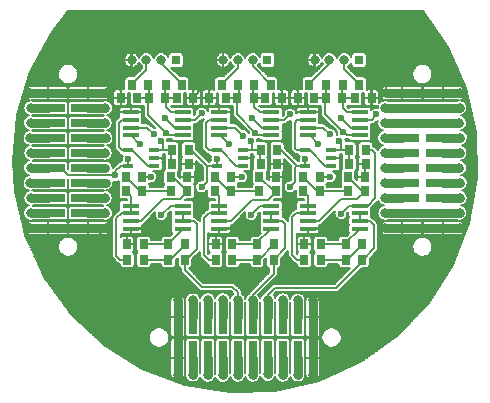
<source format=gtl>
G04 #@! TF.FileFunction,Copper,L1,Top,Signal*
%FSLAX46Y46*%
G04 Gerber Fmt 4.6, Leading zero omitted, Abs format (unit mm)*
G04 Created by KiCad (PCBNEW 4.0.2+e4-6225~38~ubuntu14.04.1-stable) date Sun 12 Jun 2016 22:19:48 BST*
%MOMM*%
G01*
G04 APERTURE LIST*
%ADD10C,0.100000*%
%ADD11R,0.800000X0.800000*%
%ADD12O,0.800000X0.800000*%
%ADD13R,1.450000X0.450000*%
%ADD14R,0.950000X0.400000*%
%ADD15R,2.920000X0.740000*%
%ADD16R,0.740000X2.920000*%
%ADD17R,0.750000X0.900000*%
%ADD18C,0.600000*%
%ADD19C,0.800000*%
%ADD20C,0.700000*%
%ADD21C,0.200000*%
%ADD22C,0.740000*%
G04 APERTURE END LIST*
D10*
D11*
X109625000Y-91500000D03*
D12*
X108375000Y-91500000D03*
X107125000Y-91500000D03*
X105875000Y-91500000D03*
D11*
X101875000Y-91500000D03*
D12*
X100625000Y-91500000D03*
X99375000Y-91500000D03*
X98125000Y-91500000D03*
D11*
X94125000Y-91500000D03*
D12*
X92875000Y-91500000D03*
X91625000Y-91500000D03*
X90375000Y-91500000D03*
D13*
X109700000Y-97875000D03*
X109700000Y-97225000D03*
X109700000Y-96575000D03*
X109700000Y-95925000D03*
X105300000Y-95925000D03*
X105300000Y-96575000D03*
X105300000Y-97225000D03*
X105300000Y-97875000D03*
D14*
X107300000Y-100450000D03*
X107300000Y-99800000D03*
X107300000Y-99150000D03*
X105100000Y-99150000D03*
X105100000Y-100450000D03*
D13*
X94700000Y-97875000D03*
X94700000Y-97225000D03*
X94700000Y-96575000D03*
X94700000Y-95925000D03*
X90300000Y-95925000D03*
X90300000Y-96575000D03*
X90300000Y-97225000D03*
X90300000Y-97875000D03*
D14*
X92300000Y-100450000D03*
X92300000Y-99800000D03*
X92300000Y-99150000D03*
X90100000Y-99150000D03*
X90100000Y-100450000D03*
D13*
X90300000Y-103825000D03*
X90300000Y-104475000D03*
X90300000Y-105125000D03*
X90300000Y-105775000D03*
X94700000Y-105775000D03*
X94700000Y-105125000D03*
X94700000Y-104475000D03*
X94700000Y-103825000D03*
X102200000Y-97875000D03*
X102200000Y-97225000D03*
X102200000Y-96575000D03*
X102200000Y-95925000D03*
X97800000Y-95925000D03*
X97800000Y-96575000D03*
X97800000Y-97225000D03*
X97800000Y-97875000D03*
D14*
X99800000Y-100450000D03*
X99800000Y-99800000D03*
X99800000Y-99150000D03*
X97600000Y-99150000D03*
X97600000Y-100450000D03*
D13*
X97800000Y-103825000D03*
X97800000Y-104475000D03*
X97800000Y-105125000D03*
X97800000Y-105775000D03*
X102200000Y-105775000D03*
X102200000Y-105125000D03*
X102200000Y-104475000D03*
X102200000Y-103825000D03*
X105300000Y-103825000D03*
X105300000Y-104475000D03*
X105300000Y-105125000D03*
X105300000Y-105775000D03*
X109700000Y-105775000D03*
X109700000Y-105125000D03*
X109700000Y-104475000D03*
X109700000Y-103825000D03*
D15*
X83285000Y-94285000D03*
X86715000Y-94285000D03*
X83285000Y-95555000D03*
X86715000Y-95555000D03*
X83285000Y-96825000D03*
X86715000Y-96825000D03*
X83285000Y-98095000D03*
X86715000Y-98095000D03*
X83285000Y-99365000D03*
X86715000Y-99365000D03*
X83285000Y-100635000D03*
X86715000Y-100635000D03*
X83285000Y-101905000D03*
X86715000Y-101905000D03*
X83285000Y-103175000D03*
X86715000Y-103175000D03*
X83285000Y-104445000D03*
X86715000Y-104445000D03*
X83285000Y-105715000D03*
X86715000Y-105715000D03*
X113285000Y-94285000D03*
X116715000Y-94285000D03*
X113285000Y-95555000D03*
X116715000Y-95555000D03*
X113285000Y-96825000D03*
X116715000Y-96825000D03*
X113285000Y-98095000D03*
X116715000Y-98095000D03*
X113285000Y-99365000D03*
X116715000Y-99365000D03*
X113285000Y-100635000D03*
X116715000Y-100635000D03*
X113285000Y-101905000D03*
X116715000Y-101905000D03*
X113285000Y-103175000D03*
X116715000Y-103175000D03*
X113285000Y-104445000D03*
X116715000Y-104445000D03*
X113285000Y-105715000D03*
X116715000Y-105715000D03*
D16*
X94285000Y-116715000D03*
X94285000Y-113285000D03*
X95555000Y-116715000D03*
X95555000Y-113285000D03*
X96825000Y-116715000D03*
X96825000Y-113285000D03*
X98095000Y-116715000D03*
X98095000Y-113285000D03*
X99365000Y-116715000D03*
X99365000Y-113285000D03*
X100635000Y-116715000D03*
X100635000Y-113285000D03*
X101905000Y-116715000D03*
X101905000Y-113285000D03*
X103175000Y-116715000D03*
X103175000Y-113285000D03*
X104445000Y-116715000D03*
X104445000Y-113285000D03*
X105715000Y-116715000D03*
X105715000Y-113285000D03*
D17*
X101000000Y-108400000D03*
X102400000Y-108400000D03*
X98900000Y-107100000D03*
X97500000Y-107100000D03*
X98800000Y-102600000D03*
X97400000Y-102600000D03*
X101200000Y-101400000D03*
X102600000Y-101400000D03*
X101700000Y-94700000D03*
X103100000Y-94700000D03*
X99325000Y-94700000D03*
X100725000Y-94700000D03*
X96950000Y-94700000D03*
X98350000Y-94700000D03*
X93500000Y-108400000D03*
X94900000Y-108400000D03*
X108500000Y-108400000D03*
X109900000Y-108400000D03*
X91400000Y-107100000D03*
X90000000Y-107100000D03*
X106400000Y-107100000D03*
X105000000Y-107100000D03*
X91300000Y-102600000D03*
X89900000Y-102600000D03*
X106300000Y-102600000D03*
X104900000Y-102600000D03*
X93700000Y-101400000D03*
X95100000Y-101400000D03*
X108700000Y-101400000D03*
X110100000Y-101400000D03*
X94200000Y-94700000D03*
X95600000Y-94700000D03*
X91825000Y-94700000D03*
X93225000Y-94700000D03*
X89450000Y-94700000D03*
X90850000Y-94700000D03*
X109300000Y-94700000D03*
X110700000Y-94700000D03*
X106825000Y-94700000D03*
X108225000Y-94700000D03*
X104450000Y-94700000D03*
X105850000Y-94700000D03*
X102400000Y-107100000D03*
X101000000Y-107100000D03*
X97500000Y-108400000D03*
X98900000Y-108400000D03*
X101200000Y-102600000D03*
X102600000Y-102600000D03*
X98800000Y-101400000D03*
X97400000Y-101400000D03*
X102700000Y-100300000D03*
X101300000Y-100300000D03*
X101300000Y-99100000D03*
X102700000Y-99100000D03*
X102150000Y-93600000D03*
X100750000Y-93600000D03*
X98000000Y-93600000D03*
X99400000Y-93600000D03*
X94900000Y-107100000D03*
X93500000Y-107100000D03*
X109900000Y-107100000D03*
X108500000Y-107100000D03*
X90000000Y-108400000D03*
X91400000Y-108400000D03*
X105000000Y-108400000D03*
X106400000Y-108400000D03*
X93700000Y-102600000D03*
X95100000Y-102600000D03*
X108700000Y-102600000D03*
X110100000Y-102600000D03*
X91300000Y-101400000D03*
X89900000Y-101400000D03*
X106300000Y-101400000D03*
X104900000Y-101400000D03*
X95200000Y-100300000D03*
X93800000Y-100300000D03*
X93800000Y-99100000D03*
X95200000Y-99100000D03*
X110200000Y-100300000D03*
X108800000Y-100300000D03*
X108800000Y-99100000D03*
X110200000Y-99100000D03*
X94650000Y-93600000D03*
X93250000Y-93600000D03*
X90400000Y-93600000D03*
X91800000Y-93600000D03*
X109650000Y-93600000D03*
X108250000Y-93600000D03*
X105400000Y-93600000D03*
X106800000Y-93600000D03*
D18*
X115000000Y-110000000D03*
X112500000Y-110000000D03*
X110000000Y-110000000D03*
X111000000Y-97250000D03*
X97500000Y-110000000D03*
X92500000Y-106000000D03*
X103500000Y-101250000D03*
X103800000Y-103500000D03*
X96000000Y-101250000D03*
X107500000Y-117500000D03*
X110000000Y-115000000D03*
X112500000Y-112500000D03*
X110000000Y-112500000D03*
X107500000Y-112500000D03*
X107500000Y-110000000D03*
X105000000Y-110000000D03*
X104000000Y-92000000D03*
X96000000Y-92000000D03*
X117500000Y-92500000D03*
X115000000Y-90000000D03*
X112500000Y-92500000D03*
X112500000Y-90000000D03*
X110000000Y-90000000D03*
X92500000Y-90000000D03*
X90000000Y-90000000D03*
X85000000Y-90000000D03*
X87500000Y-90000000D03*
X87500000Y-92500000D03*
X82500000Y-92500000D03*
X82500000Y-107500000D03*
X87500000Y-107500000D03*
X92500000Y-117500000D03*
X87500000Y-112500000D03*
X85000000Y-110000000D03*
X87500000Y-110000000D03*
X90000000Y-110000000D03*
X92500000Y-110000000D03*
X92500000Y-112500000D03*
X90000000Y-112500000D03*
X90000000Y-115000000D03*
X100050000Y-106000000D03*
X96300000Y-103500000D03*
X100310000Y-101960000D03*
X107790000Y-101970000D03*
X107355000Y-105775000D03*
X92690000Y-101920000D03*
D19*
X94285000Y-111815000D03*
X105715000Y-111815000D03*
X105715000Y-118185000D03*
X94285000Y-118185000D03*
X118185000Y-94285000D03*
X118185000Y-105715000D03*
X111815000Y-105715000D03*
X111885000Y-94285000D03*
X88185000Y-105715000D03*
X88185000Y-94285000D03*
X81815000Y-105715000D03*
X81815000Y-94285000D03*
D18*
X108300000Y-97600000D03*
X93250000Y-97650000D03*
D19*
X98095000Y-111805000D03*
X95555000Y-111845000D03*
D18*
X100850000Y-97650000D03*
D19*
X96825000Y-111825000D03*
D18*
X108100000Y-96400000D03*
X111100000Y-96100000D03*
X107200000Y-97800000D03*
X107200000Y-101400000D03*
X103800000Y-102250000D03*
X108100000Y-104500000D03*
X100500000Y-104600000D03*
X96300000Y-102250000D03*
X97600000Y-99850000D03*
X105100000Y-99900000D03*
X106200000Y-98600000D03*
X98600000Y-98600000D03*
X92900000Y-104600000D03*
X91100000Y-98600000D03*
X90100000Y-99850000D03*
X88970000Y-101270000D03*
D19*
X81835000Y-100635000D03*
D18*
X93200000Y-96400000D03*
X96300000Y-96000000D03*
X92000000Y-101400000D03*
X92300000Y-97800000D03*
X100600000Y-96400000D03*
X103800000Y-96100000D03*
X99700000Y-101400000D03*
X99800000Y-97900000D03*
D19*
X81855000Y-95555000D03*
X88155000Y-95555000D03*
X81825000Y-96825000D03*
X88125000Y-96825000D03*
X81805000Y-98095000D03*
X81865000Y-99365000D03*
X88135000Y-99365000D03*
D20*
X88165000Y-100635000D03*
D19*
X81805000Y-101905000D03*
D20*
X88195000Y-101905000D03*
D19*
X81875000Y-103175000D03*
X88125000Y-103175000D03*
X81845000Y-104445000D03*
X88155000Y-104445000D03*
X118155000Y-95555000D03*
X111855000Y-95555000D03*
X118125000Y-96825000D03*
X111825000Y-96825000D03*
X111805000Y-98095000D03*
X118195000Y-98095000D03*
X111835000Y-99365000D03*
X118165000Y-99365000D03*
X111835000Y-100635000D03*
X118135000Y-100635000D03*
X111805000Y-101905000D03*
X118195000Y-101905000D03*
X111875000Y-103175000D03*
X118175000Y-103175000D03*
X118155000Y-104445000D03*
X111845000Y-104445000D03*
X88195000Y-98095000D03*
X95555000Y-118155000D03*
X96825000Y-118175000D03*
X98095000Y-118195000D03*
X99365000Y-118165000D03*
X99365000Y-111835000D03*
X100635000Y-118165000D03*
X100635000Y-111835000D03*
X101905000Y-118105000D03*
X101905000Y-111805000D03*
X103175000Y-118175000D03*
X103175000Y-111825000D03*
X104445000Y-118155000D03*
X104445000Y-111855000D03*
D18*
X92850000Y-98400000D03*
X107950000Y-98350000D03*
X100450000Y-98350000D03*
D21*
X112500000Y-110000000D02*
X115000000Y-110000000D01*
X110000000Y-110000000D02*
X112500000Y-110000000D01*
X105000000Y-110000000D02*
X107500000Y-110000000D01*
X105715000Y-111815000D02*
X106815000Y-111815000D01*
X106815000Y-111815000D02*
X107500000Y-112500000D01*
X111000000Y-97975002D02*
X111000000Y-97250000D01*
X110200000Y-100300000D02*
X109625000Y-100300000D01*
X109550000Y-100225000D02*
X109550000Y-98474998D01*
X109625000Y-100300000D02*
X109550000Y-100225000D01*
X109550000Y-98474998D02*
X109624999Y-98399999D01*
X109624999Y-98399999D02*
X110575003Y-98399999D01*
X110575003Y-98399999D02*
X111000000Y-97975002D01*
X110100000Y-101400000D02*
X110100000Y-100400000D01*
X110100000Y-100400000D02*
X110200000Y-100300000D01*
X102600000Y-101400000D02*
X103250000Y-101400000D01*
X103250000Y-101400000D02*
X103350000Y-101400000D01*
X103800000Y-103500000D02*
X103800000Y-103075736D01*
X103800000Y-103075736D02*
X103225001Y-102500737D01*
X103225001Y-102500737D02*
X103225001Y-101424999D01*
X103225001Y-101424999D02*
X103250000Y-101400000D01*
X96300000Y-103500000D02*
X96300000Y-103064002D01*
X96300000Y-103064002D02*
X95749999Y-102514001D01*
X95749999Y-102514001D02*
X95749999Y-101400001D01*
X95749999Y-101400001D02*
X95750000Y-101400000D01*
X95100000Y-101400000D02*
X95750000Y-101400000D01*
X95750000Y-101400000D02*
X95850000Y-101400000D01*
X90300000Y-105775000D02*
X92275000Y-105775000D01*
X92275000Y-105775000D02*
X92500000Y-106000000D01*
X103350000Y-101400000D02*
X103500000Y-101250000D01*
X95850000Y-101400000D02*
X96000000Y-101250000D01*
X110000000Y-115000000D02*
X107500000Y-117500000D01*
X110000000Y-112500000D02*
X110000000Y-115000000D01*
X110000000Y-112500000D02*
X112500000Y-112500000D01*
X107500000Y-112500000D02*
X110000000Y-112500000D01*
X82500000Y-107500000D02*
X85000000Y-110000000D01*
X87500000Y-107500000D02*
X87500000Y-110000000D01*
X87500000Y-107500000D02*
X87500000Y-106400000D01*
X87500000Y-106400000D02*
X88185000Y-105715000D01*
X92500000Y-110000000D02*
X92500000Y-112500000D01*
X92500000Y-112500000D02*
X90000000Y-112500000D01*
X90000000Y-110000000D02*
X92500000Y-110000000D01*
X85000000Y-110000000D02*
X87500000Y-110000000D01*
X87500000Y-112500000D02*
X87500000Y-110000000D01*
X90000000Y-112500000D02*
X87500000Y-112500000D01*
X90000000Y-115000000D02*
X90000000Y-112500000D01*
X92500000Y-117500000D02*
X90000000Y-115000000D01*
X117500000Y-92500000D02*
X115000000Y-90000000D01*
X112500000Y-90000000D02*
X115000000Y-90000000D01*
X112500000Y-90000000D02*
X112500000Y-92500000D01*
X110000000Y-90000000D02*
X112500000Y-90000000D01*
X112500000Y-92500000D02*
X111885000Y-93115000D01*
X111885000Y-93115000D02*
X111885000Y-94285000D01*
X103100000Y-94700000D02*
X103100000Y-92900000D01*
X103100000Y-92900000D02*
X104000000Y-92000000D01*
X96000000Y-92000000D02*
X96000000Y-94300000D01*
X96000000Y-94300000D02*
X95600000Y-94700000D01*
X99825000Y-105775000D02*
X100050000Y-106000000D01*
X97800000Y-105775000D02*
X99825000Y-105775000D01*
X100350000Y-101010000D02*
X100350000Y-101920000D01*
X100350000Y-101920000D02*
X100310000Y-101960000D01*
X100590000Y-100770000D02*
X100350000Y-101010000D01*
X100590000Y-99850000D02*
X100590000Y-100770000D01*
X100540000Y-99800000D02*
X100590000Y-99850000D01*
X99800000Y-99800000D02*
X100540000Y-99800000D01*
X107800000Y-101050000D02*
X107800000Y-101960000D01*
X107800000Y-101960000D02*
X107790000Y-101970000D01*
X108090000Y-100760000D02*
X107800000Y-101050000D01*
X108090000Y-99870000D02*
X108090000Y-100760000D01*
X108020000Y-99800000D02*
X108090000Y-99870000D01*
X107300000Y-99800000D02*
X108020000Y-99800000D01*
X105300000Y-105775000D02*
X107355000Y-105775000D01*
X92730000Y-101130000D02*
X92730000Y-101880000D01*
X92730000Y-101880000D02*
X92690000Y-101920000D01*
X93140000Y-100720000D02*
X92730000Y-101130000D01*
X93140000Y-100060000D02*
X93140000Y-100720000D01*
X92880000Y-99800000D02*
X93140000Y-100060000D01*
X92300000Y-99800000D02*
X92880000Y-99800000D01*
D22*
X94285000Y-113285000D02*
X94285000Y-116715000D01*
X94285000Y-113285000D02*
X94285000Y-111815000D01*
X105715000Y-113285000D02*
X105715000Y-111815000D01*
X105715000Y-116715000D02*
X105715000Y-113285000D01*
X105715000Y-116715000D02*
X105715000Y-118185000D01*
X94285000Y-116715000D02*
X94285000Y-118185000D01*
X113285000Y-105715000D02*
X116715000Y-105715000D01*
X116715000Y-94285000D02*
X113285000Y-94285000D01*
X116715000Y-94285000D02*
X118185000Y-94285000D01*
X116715000Y-105715000D02*
X118185000Y-105715000D01*
X113285000Y-105715000D02*
X111815000Y-105715000D01*
X113285000Y-94285000D02*
X111885000Y-94285000D01*
X86715000Y-94285000D02*
X83285000Y-94285000D01*
X86715000Y-105715000D02*
X83285000Y-105715000D01*
X86715000Y-105715000D02*
X88185000Y-105715000D01*
X86715000Y-94285000D02*
X88185000Y-94285000D01*
X83285000Y-105715000D02*
X81815000Y-105715000D01*
X83285000Y-94285000D02*
X81815000Y-94285000D01*
D21*
X108300000Y-97600000D02*
X106775000Y-96075000D01*
X109700000Y-97875000D02*
X108575000Y-97875000D01*
X108575000Y-97875000D02*
X108300000Y-97600000D01*
X106775000Y-96075000D02*
X106775000Y-94700000D01*
X106775000Y-94700000D02*
X106850000Y-94625000D01*
X106850000Y-94625000D02*
X106850000Y-93600000D01*
X106775000Y-94700000D02*
X105900000Y-94700000D01*
X108200000Y-93600000D02*
X108200000Y-94625000D01*
X108200000Y-94625000D02*
X108275000Y-94700000D01*
X109250000Y-94700000D02*
X108275000Y-94700000D01*
X108625000Y-95925000D02*
X108275000Y-95575000D01*
X108275000Y-95575000D02*
X108275000Y-94700000D01*
X109700000Y-95925000D02*
X108625000Y-95925000D01*
X93250000Y-97650000D02*
X91775000Y-96175000D01*
X93475000Y-97875000D02*
X93250000Y-97650000D01*
X94700000Y-97875000D02*
X93475000Y-97875000D01*
X91775000Y-96175000D02*
X91775000Y-94700000D01*
X91775000Y-94700000D02*
X90900000Y-94700000D01*
X91850000Y-93600000D02*
X91850000Y-94625000D01*
X91850000Y-94625000D02*
X91775000Y-94700000D01*
X93275000Y-94700000D02*
X94150000Y-94700000D01*
X93200000Y-93600000D02*
X93200000Y-94625000D01*
X93725000Y-95925000D02*
X93275000Y-95475000D01*
X93275000Y-95475000D02*
X93275000Y-94700000D01*
X94700000Y-95925000D02*
X93725000Y-95925000D01*
X93200000Y-94625000D02*
X93275000Y-94700000D01*
X110100000Y-102600000D02*
X109900000Y-102600000D01*
X109900000Y-102600000D02*
X108700000Y-101400000D01*
X106275000Y-105125000D02*
X108099999Y-103300001D01*
X108099999Y-103300001D02*
X109474999Y-103300001D01*
X110100000Y-102675000D02*
X110100000Y-102600000D01*
X109474999Y-103300001D02*
X110100000Y-102675000D01*
X105300000Y-105125000D02*
X106275000Y-105125000D01*
X91175000Y-105125000D02*
X92999999Y-103300001D01*
X92999999Y-103300001D02*
X94474999Y-103300001D01*
X94474999Y-103300001D02*
X95100000Y-102675000D01*
X95100000Y-102675000D02*
X95100000Y-102600000D01*
X93700000Y-101400000D02*
X93900000Y-101400000D01*
X93900000Y-101400000D02*
X95100000Y-102600000D01*
X91175000Y-105125000D02*
X90300000Y-105125000D01*
X106300000Y-102600000D02*
X106100000Y-102600000D01*
X106100000Y-102600000D02*
X104900000Y-101400000D01*
X106350000Y-102600000D02*
X108650000Y-102600000D01*
X106350000Y-102550000D02*
X106350000Y-102600000D01*
X104000000Y-104800000D02*
X104325000Y-104475000D01*
X104325000Y-104475000D02*
X105300000Y-104475000D01*
X104000000Y-108000000D02*
X104000000Y-104800000D01*
X104400000Y-108400000D02*
X104000000Y-108000000D01*
X104950000Y-108400000D02*
X104400000Y-108400000D01*
X105300000Y-103825000D02*
X105300000Y-103050000D01*
X105300000Y-103050000D02*
X104850000Y-102600000D01*
X105300000Y-104475000D02*
X105300000Y-103825000D01*
X91300000Y-102600000D02*
X91100000Y-102600000D01*
X91100000Y-102600000D02*
X89900000Y-101400000D01*
X93650000Y-102600000D02*
X91350000Y-102600000D01*
X90300000Y-103825000D02*
X90300000Y-103050000D01*
X90300000Y-103050000D02*
X89850000Y-102600000D01*
X89950000Y-108400000D02*
X89400000Y-108400000D01*
X89400000Y-108400000D02*
X89100000Y-108100000D01*
X89100000Y-108100000D02*
X89100000Y-104900000D01*
X89100000Y-104900000D02*
X89525000Y-104475000D01*
X89525000Y-104475000D02*
X90300000Y-104475000D01*
X90300000Y-104475000D02*
X90300000Y-103825000D01*
X90300000Y-103825000D02*
X90300000Y-103650000D01*
X108450000Y-107100000D02*
X108450000Y-107025000D01*
X108450000Y-107025000D02*
X109700000Y-105775000D01*
X106450000Y-107100000D02*
X108450000Y-107100000D01*
X93450000Y-107100000D02*
X94700000Y-105850000D01*
X94700000Y-105850000D02*
X94700000Y-105775000D01*
X91450000Y-107100000D02*
X93450000Y-107100000D01*
X108450000Y-108400000D02*
X108650000Y-108400000D01*
X108650000Y-108400000D02*
X109950000Y-107100000D01*
X106450000Y-108400000D02*
X108450000Y-108400000D01*
X98095000Y-111805000D02*
X98095000Y-111605000D01*
D22*
X98095000Y-113285000D02*
X98095000Y-111805000D01*
D21*
X91450000Y-108400000D02*
X93450000Y-108400000D01*
X93450000Y-108400000D02*
X93650000Y-108400000D01*
X93650000Y-108400000D02*
X94950000Y-107100000D01*
D22*
X95555000Y-113285000D02*
X95555000Y-111845000D01*
D21*
X100850000Y-97650000D02*
X99275000Y-96075000D01*
X101075000Y-97875000D02*
X100850000Y-97650000D01*
X102200000Y-97875000D02*
X101075000Y-97875000D01*
X99275000Y-96075000D02*
X99275000Y-94700000D01*
X99275000Y-94700000D02*
X98400000Y-94700000D01*
X99450000Y-93600000D02*
X99450000Y-94525000D01*
X99450000Y-94525000D02*
X99275000Y-94700000D01*
X101225000Y-95925000D02*
X100775000Y-95475000D01*
X100775000Y-95475000D02*
X100775000Y-94700000D01*
X102200000Y-95925000D02*
X101225000Y-95925000D01*
X101650000Y-94700000D02*
X100775000Y-94700000D01*
X100700000Y-93600000D02*
X100700000Y-94625000D01*
X100700000Y-94625000D02*
X100775000Y-94700000D01*
X102600000Y-102600000D02*
X102400000Y-102600000D01*
X102400000Y-102600000D02*
X101200000Y-101400000D01*
X98775000Y-105125000D02*
X100550001Y-103349999D01*
X100550001Y-103349999D02*
X101925001Y-103349999D01*
X101925001Y-103349999D02*
X102600000Y-102675000D01*
X102600000Y-102675000D02*
X102600000Y-102600000D01*
X97800000Y-105125000D02*
X98775000Y-105125000D01*
X98800000Y-102600000D02*
X98600000Y-102600000D01*
X98600000Y-102600000D02*
X97400000Y-101400000D01*
X98850000Y-102600000D02*
X101150000Y-102600000D01*
X98850000Y-102550000D02*
X98850000Y-102600000D01*
X96500000Y-104900000D02*
X96925000Y-104475000D01*
X96925000Y-104475000D02*
X97800000Y-104475000D01*
X96500000Y-108000000D02*
X96500000Y-104900000D01*
X96900000Y-108400000D02*
X96500000Y-108000000D01*
X97450000Y-108400000D02*
X96900000Y-108400000D01*
X97800000Y-103825000D02*
X97800000Y-103050000D01*
X97800000Y-103050000D02*
X97350000Y-102600000D01*
X97800000Y-104475000D02*
X97800000Y-103825000D01*
X100950000Y-107100000D02*
X100950000Y-107025000D01*
X100950000Y-107025000D02*
X102200000Y-105775000D01*
X98950000Y-107100000D02*
X100950000Y-107100000D01*
X100950000Y-108400000D02*
X101150000Y-108400000D01*
X101150000Y-108400000D02*
X102450000Y-107100000D01*
X100950000Y-108400000D02*
X98950000Y-108400000D01*
D22*
X96825000Y-113285000D02*
X96825000Y-111825000D01*
D21*
X108100000Y-96400000D02*
X108925000Y-97225000D01*
X108925000Y-97225000D02*
X109700000Y-97225000D01*
X111100000Y-96200000D02*
X111100000Y-96100000D01*
X110725000Y-96575000D02*
X111100000Y-96200000D01*
X109700000Y-96575000D02*
X110725000Y-96575000D01*
X106750000Y-100450000D02*
X105450000Y-99150000D01*
X105450000Y-99150000D02*
X105100000Y-99150000D01*
X107300000Y-100450000D02*
X106750000Y-100450000D01*
X104200000Y-96800000D02*
X104425000Y-96575000D01*
X104425000Y-96575000D02*
X105300000Y-96575000D01*
X104200000Y-99000000D02*
X104200000Y-96800000D01*
X104350000Y-99150000D02*
X104200000Y-99000000D01*
X105100000Y-99150000D02*
X104350000Y-99150000D01*
X105300000Y-97225000D02*
X106625000Y-97225000D01*
X106625000Y-97225000D02*
X107200000Y-97800000D01*
X107000000Y-101400000D02*
X107200000Y-101400000D01*
X106350000Y-101400000D02*
X107000000Y-101400000D01*
X105100000Y-99900000D02*
X105100000Y-100450000D01*
X97600000Y-100450000D02*
X97600000Y-99850000D01*
X104200000Y-101850000D02*
X104200000Y-100600000D01*
X104200000Y-100600000D02*
X104350000Y-100450000D01*
X103800000Y-102250000D02*
X104200000Y-101850000D01*
X96300000Y-102250000D02*
X96750000Y-101800000D01*
X96750000Y-101800000D02*
X96750000Y-100450000D01*
X111000000Y-99400000D02*
X110700000Y-99100000D01*
X110700000Y-99100000D02*
X110250000Y-99100000D01*
X111000000Y-103200000D02*
X111000000Y-99400000D01*
X110375000Y-103825000D02*
X111000000Y-103200000D01*
X109700000Y-103825000D02*
X110375000Y-103825000D01*
X95250000Y-99100000D02*
X95400000Y-99100000D01*
X95400000Y-99100000D02*
X96750000Y-100450000D01*
X103000000Y-99100000D02*
X104350000Y-100450000D01*
X102750000Y-99100000D02*
X103000000Y-99100000D01*
X105100000Y-100450000D02*
X104350000Y-100450000D01*
X108775000Y-103825000D02*
X108100000Y-104500000D01*
X109700000Y-103825000D02*
X108775000Y-103825000D01*
X101275000Y-103825000D02*
X100500000Y-104600000D01*
X102200000Y-103825000D02*
X101275000Y-103825000D01*
X97600000Y-100450000D02*
X96750000Y-100450000D01*
X105475000Y-97875000D02*
X106200000Y-98600000D01*
X105300000Y-97875000D02*
X105475000Y-97875000D01*
X97875000Y-97875000D02*
X98600000Y-98600000D01*
X97800000Y-97875000D02*
X97875000Y-97875000D01*
X93675000Y-103825000D02*
X92900000Y-104600000D01*
X94700000Y-103825000D02*
X93675000Y-103825000D01*
X88970000Y-100930000D02*
X89450000Y-100450000D01*
X89450000Y-100450000D02*
X90100000Y-100450000D01*
X88970000Y-101270000D02*
X88970000Y-100930000D01*
X91100000Y-98600000D02*
X91025000Y-98600000D01*
X91025000Y-98600000D02*
X90300000Y-97875000D01*
X90100000Y-99900000D02*
X90100000Y-99800000D01*
X90100000Y-100450000D02*
X90100000Y-99900000D01*
X88580000Y-101270000D02*
X88970000Y-101270000D01*
X85010000Y-101270000D02*
X88580000Y-101270000D01*
X84375000Y-100635000D02*
X85010000Y-101270000D01*
X83285000Y-100635000D02*
X84375000Y-100635000D01*
D22*
X83285000Y-100635000D02*
X81835000Y-100635000D01*
D21*
X94700000Y-97225000D02*
X94025000Y-97225000D01*
X94025000Y-97225000D02*
X93200000Y-96400000D01*
X95725000Y-96575000D02*
X96300000Y-96000000D01*
X94700000Y-96575000D02*
X95725000Y-96575000D01*
X89300000Y-98900000D02*
X89550000Y-99150000D01*
X89550000Y-99150000D02*
X90100000Y-99150000D01*
X89300000Y-96800000D02*
X89300000Y-98900000D01*
X89525000Y-96575000D02*
X89300000Y-96800000D01*
X90300000Y-96575000D02*
X89525000Y-96575000D01*
X91750000Y-100450000D02*
X90450000Y-99150000D01*
X90450000Y-99150000D02*
X90100000Y-99150000D01*
X92300000Y-100450000D02*
X91750000Y-100450000D01*
X91350000Y-101400000D02*
X92000000Y-101400000D01*
X91725000Y-97225000D02*
X92300000Y-97800000D01*
X91125000Y-97225000D02*
X91725000Y-97225000D01*
X90300000Y-97225000D02*
X91125000Y-97225000D01*
X102200000Y-97225000D02*
X101425000Y-97225000D01*
X101425000Y-97225000D02*
X100600000Y-96400000D01*
X103325000Y-96575000D02*
X103800000Y-96100000D01*
X102200000Y-96575000D02*
X103325000Y-96575000D01*
X99250000Y-100450000D02*
X97950000Y-99150000D01*
X97950000Y-99150000D02*
X97600000Y-99150000D01*
X99800000Y-100450000D02*
X99250000Y-100450000D01*
X96700000Y-96800000D02*
X96925000Y-96575000D01*
X96925000Y-96575000D02*
X97800000Y-96575000D01*
X96700000Y-98900000D02*
X96700000Y-96800000D01*
X96950000Y-99150000D02*
X96700000Y-98900000D01*
X97600000Y-99150000D02*
X96950000Y-99150000D01*
X99700000Y-101400000D02*
X98850000Y-101400000D01*
X99125000Y-97225000D02*
X99800000Y-97900000D01*
X97800000Y-97225000D02*
X99125000Y-97225000D01*
D22*
X83285000Y-95555000D02*
X81855000Y-95555000D01*
X86715000Y-95555000D02*
X88155000Y-95555000D01*
X83285000Y-96825000D02*
X81825000Y-96825000D01*
X86715000Y-96825000D02*
X88125000Y-96825000D01*
X83285000Y-98095000D02*
X81805000Y-98095000D01*
X83285000Y-99365000D02*
X81865000Y-99365000D01*
X86715000Y-99365000D02*
X88135000Y-99365000D01*
X86715000Y-100635000D02*
X88165000Y-100635000D01*
X83285000Y-101905000D02*
X81805000Y-101905000D01*
X86715000Y-101905000D02*
X88195000Y-101905000D01*
X83285000Y-103175000D02*
X81875000Y-103175000D01*
X86715000Y-103175000D02*
X88125000Y-103175000D01*
X83285000Y-104445000D02*
X81845000Y-104445000D01*
X86715000Y-104445000D02*
X88155000Y-104445000D01*
X116715000Y-95555000D02*
X113285000Y-95555000D01*
X116715000Y-95555000D02*
X118155000Y-95555000D01*
X113285000Y-95555000D02*
X111855000Y-95555000D01*
X113285000Y-96825000D02*
X116715000Y-96825000D01*
X116715000Y-96825000D02*
X118125000Y-96825000D01*
X113285000Y-96825000D02*
X111825000Y-96825000D01*
X113285000Y-98095000D02*
X111805000Y-98095000D01*
X116715000Y-98095000D02*
X118195000Y-98095000D01*
X113285000Y-99365000D02*
X111835000Y-99365000D01*
X116715000Y-99365000D02*
X118165000Y-99365000D01*
X113285000Y-100635000D02*
X111835000Y-100635000D01*
X116715000Y-100635000D02*
X118135000Y-100635000D01*
X113285000Y-101905000D02*
X111805000Y-101905000D01*
X116715000Y-101905000D02*
X118195000Y-101905000D01*
X113285000Y-103175000D02*
X111875000Y-103175000D01*
X116715000Y-103175000D02*
X118175000Y-103175000D01*
X116715000Y-104445000D02*
X113285000Y-104445000D01*
X116715000Y-104445000D02*
X118155000Y-104445000D01*
X113285000Y-104445000D02*
X111845000Y-104445000D01*
X86715000Y-98095000D02*
X88195000Y-98095000D01*
X95555000Y-116715000D02*
X95555000Y-118155000D01*
X96825000Y-116715000D02*
X96825000Y-118175000D01*
X98095000Y-116715000D02*
X98095000Y-118195000D01*
X99365000Y-116715000D02*
X99365000Y-118165000D01*
D21*
X96300000Y-110700000D02*
X94900000Y-109300000D01*
X94900000Y-109300000D02*
X94900000Y-108400000D01*
X98900000Y-110700000D02*
X96300000Y-110700000D01*
X99365000Y-111165000D02*
X98900000Y-110700000D01*
X99365000Y-111835000D02*
X99365000Y-111165000D01*
X94700000Y-105125000D02*
X95625000Y-105125000D01*
X95625000Y-105125000D02*
X95900000Y-105400000D01*
X95900000Y-105400000D02*
X95900000Y-107500000D01*
X95900000Y-107500000D02*
X95000000Y-108400000D01*
X95000000Y-108400000D02*
X94950000Y-108400000D01*
X94700000Y-104475000D02*
X94700000Y-105125000D01*
D22*
X99365000Y-113285000D02*
X99365000Y-111835000D01*
X100635000Y-116715000D02*
X100635000Y-118165000D01*
D21*
X102400000Y-109600000D02*
X100635000Y-111365000D01*
X100635000Y-111365000D02*
X100635000Y-111835000D01*
X102400000Y-108400000D02*
X102400000Y-109600000D01*
X103400000Y-105400000D02*
X103400000Y-107450000D01*
X103400000Y-107450000D02*
X102450000Y-108400000D01*
X103125000Y-105125000D02*
X103400000Y-105400000D01*
X102200000Y-105125000D02*
X103125000Y-105125000D01*
X102200000Y-104475000D02*
X102200000Y-105125000D01*
D22*
X100635000Y-113285000D02*
X100635000Y-111835000D01*
X101905000Y-116715000D02*
X101905000Y-118105000D01*
D21*
X107700000Y-110800000D02*
X102500000Y-110800000D01*
X102500000Y-110800000D02*
X101905000Y-111395000D01*
X109900000Y-108600000D02*
X107700000Y-110800000D01*
X109900000Y-108400000D02*
X109900000Y-108600000D01*
X101905000Y-111805000D02*
X101905000Y-111395000D01*
X110900000Y-105500000D02*
X110900000Y-107450000D01*
X110900000Y-107450000D02*
X109950000Y-108400000D01*
X110525000Y-105125000D02*
X110900000Y-105500000D01*
X109700000Y-105125000D02*
X110525000Y-105125000D01*
X109700000Y-104475000D02*
X109700000Y-105125000D01*
D22*
X101905000Y-113285000D02*
X101905000Y-111805000D01*
X103175000Y-116715000D02*
X103175000Y-118175000D01*
X103175000Y-113285000D02*
X103175000Y-111825000D01*
X104445000Y-116715000D02*
X104445000Y-118155000D01*
X104445000Y-113285000D02*
X104445000Y-111855000D01*
D21*
X93000000Y-99150000D02*
X93700000Y-99150000D01*
X92300000Y-99150000D02*
X93000000Y-99150000D01*
X93000000Y-99150000D02*
X93000000Y-98550000D01*
X93000000Y-98550000D02*
X92850000Y-98400000D01*
X93750000Y-100300000D02*
X93750000Y-99100000D01*
X93700000Y-99150000D02*
X93750000Y-99100000D01*
X108150000Y-99150000D02*
X108700000Y-99150000D01*
X107300000Y-99150000D02*
X108150000Y-99150000D01*
X108150000Y-99150000D02*
X108150000Y-98550000D01*
X108150000Y-98550000D02*
X107950000Y-98350000D01*
X108750000Y-99100000D02*
X108750000Y-100300000D01*
X108700000Y-99150000D02*
X108750000Y-99100000D01*
X100600000Y-99150000D02*
X101200000Y-99150000D01*
X99800000Y-99150000D02*
X100600000Y-99150000D01*
X100600000Y-99150000D02*
X100600000Y-98500000D01*
X100600000Y-98500000D02*
X100450000Y-98350000D01*
X101250000Y-99100000D02*
X101250000Y-100300000D01*
X101200000Y-99150000D02*
X101250000Y-99100000D01*
X90350000Y-93600000D02*
X91625000Y-92325000D01*
X91625000Y-92325000D02*
X91625000Y-91500000D01*
X94700000Y-93600000D02*
X92875000Y-91775000D01*
X92875000Y-91775000D02*
X92875000Y-91500000D01*
X97950000Y-93600000D02*
X99375000Y-92175000D01*
X99375000Y-92175000D02*
X99375000Y-91500000D01*
X102200000Y-93600000D02*
X100625000Y-92025000D01*
X100625000Y-92025000D02*
X100625000Y-91500000D01*
X105350000Y-93600000D02*
X107125000Y-91825000D01*
X107125000Y-91825000D02*
X107125000Y-91500000D01*
X109700000Y-93600000D02*
X108375000Y-92275000D01*
X108375000Y-92275000D02*
X108375000Y-91500000D01*
X115030596Y-87325000D02*
X84963044Y-87325000D01*
X115134831Y-87474200D02*
X84850329Y-87474200D01*
X115239066Y-87623400D02*
X84737614Y-87623400D01*
X115343301Y-87772600D02*
X84624900Y-87772600D01*
X115447536Y-87921800D02*
X84512185Y-87921800D01*
X115551771Y-88071000D02*
X84399471Y-88071000D01*
X115656006Y-88220200D02*
X84286756Y-88220200D01*
X115760241Y-88369400D02*
X84174041Y-88369400D01*
X115864476Y-88518600D02*
X84061327Y-88518600D01*
X115968711Y-88667800D02*
X83948612Y-88667800D01*
X116072946Y-88817000D02*
X83835898Y-88817000D01*
X116177181Y-88966200D02*
X83723183Y-88966200D01*
X116281416Y-89115400D02*
X83612234Y-89115400D01*
X116385651Y-89264600D02*
X83532903Y-89264600D01*
X116489886Y-89413800D02*
X83453572Y-89413800D01*
X116594121Y-89563000D02*
X83374241Y-89563000D01*
X116698356Y-89712200D02*
X83294910Y-89712200D01*
X116802591Y-89861400D02*
X83215579Y-89861400D01*
X116906826Y-90010600D02*
X83136248Y-90010600D01*
X117011061Y-90159800D02*
X83056916Y-90159800D01*
X117115296Y-90309000D02*
X82977585Y-90309000D01*
X117194100Y-90458200D02*
X82898254Y-90458200D01*
X117259716Y-90607400D02*
X82818923Y-90607400D01*
X117325332Y-90756600D02*
X82739592Y-90756600D01*
X90116686Y-90905800D02*
X82660261Y-90905800D01*
X90397999Y-90905800D02*
X90352002Y-90905800D01*
X91361455Y-90905800D02*
X90633315Y-90905800D01*
X92611455Y-90905800D02*
X91890097Y-90905800D01*
X93567701Y-90905800D02*
X93140097Y-90905800D01*
X97866686Y-90905800D02*
X94680566Y-90905800D01*
X98147999Y-90905800D02*
X98102002Y-90905800D01*
X99111455Y-90905800D02*
X98383315Y-90905800D01*
X100361455Y-90905800D02*
X99640097Y-90905800D01*
X101317701Y-90905800D02*
X100890097Y-90905800D01*
X105616686Y-90905800D02*
X102430566Y-90905800D01*
X105897999Y-90905800D02*
X105852002Y-90905800D01*
X106861455Y-90905800D02*
X106133315Y-90905800D01*
X108111455Y-90905800D02*
X107390097Y-90905800D01*
X109067701Y-90905800D02*
X108640097Y-90905800D01*
X117390948Y-90905800D02*
X110180566Y-90905800D01*
X89904550Y-91055000D02*
X82580930Y-91055000D01*
X90385000Y-91055000D02*
X90365000Y-91055000D01*
X91150424Y-91055000D02*
X90845451Y-91055000D01*
X92400424Y-91055000D02*
X92100417Y-91055000D01*
X93480187Y-91055000D02*
X93350417Y-91055000D01*
X97654550Y-91055000D02*
X94771428Y-91055000D01*
X98135000Y-91055000D02*
X98115000Y-91055000D01*
X98900424Y-91055000D02*
X98595451Y-91055000D01*
X100150424Y-91055000D02*
X99850417Y-91055000D01*
X101230187Y-91055000D02*
X101100417Y-91055000D01*
X105404550Y-91055000D02*
X102521428Y-91055000D01*
X105885000Y-91055000D02*
X105865000Y-91055000D01*
X106650424Y-91055000D02*
X106345451Y-91055000D01*
X107900424Y-91055000D02*
X107600417Y-91055000D01*
X108980187Y-91055000D02*
X108850417Y-91055000D01*
X117456564Y-91055000D02*
X110271428Y-91055000D01*
X89799132Y-91204200D02*
X82501599Y-91204200D01*
X90385000Y-91204200D02*
X90365000Y-91204200D01*
X91046389Y-91204200D02*
X90950869Y-91204200D01*
X92296389Y-91204200D02*
X92203470Y-91204200D01*
X93473791Y-91204200D02*
X93453471Y-91204200D01*
X97549132Y-91204200D02*
X94776209Y-91204200D01*
X98135000Y-91204200D02*
X98115000Y-91204200D01*
X98796389Y-91204200D02*
X98700869Y-91204200D01*
X100046389Y-91204200D02*
X99953470Y-91204200D01*
X101223791Y-91204200D02*
X101203471Y-91204200D01*
X105299132Y-91204200D02*
X102526209Y-91204200D01*
X105885000Y-91204200D02*
X105865000Y-91204200D01*
X106546389Y-91204200D02*
X106450869Y-91204200D01*
X107796389Y-91204200D02*
X107703470Y-91204200D01*
X108973791Y-91204200D02*
X108953471Y-91204200D01*
X117522180Y-91204200D02*
X110276209Y-91204200D01*
X89742215Y-91353400D02*
X82422268Y-91353400D01*
X90385000Y-91353400D02*
X90365000Y-91353400D01*
X97492215Y-91353400D02*
X94776209Y-91353400D01*
X98135000Y-91353400D02*
X98115000Y-91353400D01*
X105242215Y-91353400D02*
X102526209Y-91353400D01*
X105885000Y-91353400D02*
X105865000Y-91353400D01*
X117587796Y-91353400D02*
X110276209Y-91353400D01*
X90405000Y-91502600D02*
X82342937Y-91502600D01*
X98155000Y-91502600D02*
X94776209Y-91502600D01*
X105905000Y-91502600D02*
X102526209Y-91502600D01*
X117653411Y-91502600D02*
X110276209Y-91502600D01*
X89743928Y-91651800D02*
X82263606Y-91651800D01*
X90385000Y-91651800D02*
X90365000Y-91651800D01*
X97493928Y-91651800D02*
X94776209Y-91651800D01*
X98135000Y-91651800D02*
X98115000Y-91651800D01*
X105243928Y-91651800D02*
X102526209Y-91651800D01*
X105885000Y-91651800D02*
X105865000Y-91651800D01*
X117719027Y-91651800D02*
X110276209Y-91651800D01*
X89802072Y-91801000D02*
X82184275Y-91801000D01*
X90385000Y-91801000D02*
X90365000Y-91801000D01*
X91049248Y-91801000D02*
X90947927Y-91801000D01*
X97552072Y-91801000D02*
X94776209Y-91801000D01*
X98135000Y-91801000D02*
X98115000Y-91801000D01*
X98799248Y-91801000D02*
X98697927Y-91801000D01*
X101223791Y-91801000D02*
X101200799Y-91801000D01*
X105302072Y-91801000D02*
X102526209Y-91801000D01*
X105885000Y-91801000D02*
X105865000Y-91801000D01*
X106549248Y-91801000D02*
X106447927Y-91801000D01*
X108973791Y-91801000D02*
X108950799Y-91801000D01*
X117784643Y-91801000D02*
X110276209Y-91801000D01*
X84585775Y-91950200D02*
X82104943Y-91950200D01*
X89909028Y-91950200D02*
X85415902Y-91950200D01*
X90385000Y-91950200D02*
X90365000Y-91950200D01*
X91153764Y-91950200D02*
X90840971Y-91950200D01*
X97659028Y-91950200D02*
X94769074Y-91950200D01*
X98135000Y-91950200D02*
X98115000Y-91950200D01*
X98903764Y-91950200D02*
X98590971Y-91950200D01*
X101230183Y-91950200D02*
X101095274Y-91950200D01*
X105409028Y-91950200D02*
X102519074Y-91950200D01*
X105885000Y-91950200D02*
X105865000Y-91950200D01*
X106504826Y-91950200D02*
X106340971Y-91950200D01*
X108980183Y-91950200D02*
X108845274Y-91950200D01*
X114585775Y-91950200D02*
X110269074Y-91950200D01*
X117850259Y-91950200D02*
X115415902Y-91950200D01*
X84393285Y-92099400D02*
X82025612Y-92099400D01*
X90126999Y-92099400D02*
X85606503Y-92099400D01*
X90407974Y-92099400D02*
X90342025Y-92099400D01*
X91275000Y-92099400D02*
X90623000Y-92099400D01*
X97876999Y-92099400D02*
X94674407Y-92099400D01*
X98157974Y-92099400D02*
X98092025Y-92099400D01*
X98955626Y-92099400D02*
X98373000Y-92099400D01*
X101325536Y-92099400D02*
X101194375Y-92099400D01*
X105626999Y-92099400D02*
X102424407Y-92099400D01*
X105907974Y-92099400D02*
X105842025Y-92099400D01*
X106355626Y-92099400D02*
X106123000Y-92099400D01*
X109075536Y-92099400D02*
X108725000Y-92099400D01*
X114393285Y-92099400D02*
X110174407Y-92099400D01*
X117915875Y-92099400D02*
X115606503Y-92099400D01*
X84275451Y-92248600D02*
X81946281Y-92248600D01*
X91206426Y-92248600D02*
X85723962Y-92248600D01*
X98806426Y-92248600D02*
X93843575Y-92248600D01*
X106206426Y-92248600D02*
X101343575Y-92248600D01*
X114275451Y-92248600D02*
X108843574Y-92248600D01*
X117981491Y-92248600D02*
X115723962Y-92248600D01*
X84202558Y-92397800D02*
X81866950Y-92397800D01*
X91057226Y-92397800D02*
X85796913Y-92397800D01*
X98657226Y-92397800D02*
X93992775Y-92397800D01*
X106057226Y-92397800D02*
X101492775Y-92397800D01*
X114202558Y-92397800D02*
X108992774Y-92397800D01*
X118047107Y-92397800D02*
X115796913Y-92397800D01*
X84162432Y-92547000D02*
X81797723Y-92547000D01*
X90908026Y-92547000D02*
X85837236Y-92547000D01*
X98508026Y-92547000D02*
X94141975Y-92547000D01*
X105908026Y-92547000D02*
X101641975Y-92547000D01*
X114162432Y-92547000D02*
X109141974Y-92547000D01*
X118112723Y-92547000D02*
X115837236Y-92547000D01*
X84149864Y-92696200D02*
X81752676Y-92696200D01*
X90758826Y-92696200D02*
X85848856Y-92696200D01*
X98358826Y-92696200D02*
X94291175Y-92696200D01*
X105758826Y-92696200D02*
X101791175Y-92696200D01*
X114149864Y-92696200D02*
X109291174Y-92696200D01*
X118178338Y-92696200D02*
X115848856Y-92696200D01*
X84163368Y-92845400D02*
X81707630Y-92845400D01*
X90609626Y-92845400D02*
X85837528Y-92845400D01*
X98209626Y-92845400D02*
X94440375Y-92845400D01*
X105609626Y-92845400D02*
X101940375Y-92845400D01*
X114163368Y-92845400D02*
X109440374Y-92845400D01*
X118243954Y-92845400D02*
X115837528Y-92845400D01*
X84204382Y-92994600D02*
X81662584Y-92994600D01*
X89830660Y-92994600D02*
X85797090Y-92994600D01*
X97430660Y-92994600D02*
X95220452Y-92994600D01*
X104830660Y-92994600D02*
X102720452Y-92994600D01*
X114204382Y-92994600D02*
X110220452Y-92994600D01*
X118309570Y-92994600D02*
X115797090Y-92994600D01*
X84277965Y-93143800D02*
X81617538Y-93143800D01*
X89774673Y-93143800D02*
X85723658Y-93143800D01*
X97374673Y-93143800D02*
X95275715Y-93143800D01*
X104774673Y-93143800D02*
X102775715Y-93143800D01*
X114277965Y-93143800D02*
X110275715Y-93143800D01*
X118375186Y-93143800D02*
X115723658Y-93143800D01*
X84395791Y-93293000D02*
X81572492Y-93293000D01*
X89773791Y-93293000D02*
X85604654Y-93293000D01*
X97373791Y-93293000D02*
X95276209Y-93293000D01*
X104773791Y-93293000D02*
X102776209Y-93293000D01*
X114395791Y-93293000D02*
X110276209Y-93293000D01*
X118440802Y-93293000D02*
X115604654Y-93293000D01*
X84587034Y-93442200D02*
X81527445Y-93442200D01*
X89773791Y-93442200D02*
X85409002Y-93442200D01*
X97373791Y-93442200D02*
X95276209Y-93442200D01*
X104773791Y-93442200D02*
X102776209Y-93442200D01*
X114587034Y-93442200D02*
X110276209Y-93442200D01*
X118506418Y-93442200D02*
X115409002Y-93442200D01*
X89773791Y-93591400D02*
X81482399Y-93591400D01*
X97373791Y-93591400D02*
X95276209Y-93591400D01*
X104773791Y-93591400D02*
X102776209Y-93591400D01*
X118572034Y-93591400D02*
X110276209Y-93591400D01*
X81645846Y-93740600D02*
X81437353Y-93740600D01*
X83295000Y-93740600D02*
X83275000Y-93740600D01*
X85075846Y-93740600D02*
X84924154Y-93740600D01*
X86725000Y-93740600D02*
X86705000Y-93740600D01*
X89773791Y-93740600D02*
X88354154Y-93740600D01*
X97373791Y-93740600D02*
X95276209Y-93740600D01*
X104773791Y-93740600D02*
X102776209Y-93740600D01*
X111645846Y-93740600D02*
X110276209Y-93740600D01*
X113295000Y-93740600D02*
X113275000Y-93740600D01*
X115075846Y-93740600D02*
X114924154Y-93740600D01*
X116725000Y-93740600D02*
X116705000Y-93740600D01*
X118637650Y-93740600D02*
X118354154Y-93740600D01*
X81575115Y-93889800D02*
X81392307Y-93889800D01*
X83295000Y-93889800D02*
X83275000Y-93889800D01*
X85005115Y-93889800D02*
X84994886Y-93889800D01*
X86725000Y-93889800D02*
X86705000Y-93889800D01*
X89773791Y-93889800D02*
X88424886Y-93889800D01*
X97373791Y-93889800D02*
X95276209Y-93889800D01*
X104773791Y-93889800D02*
X102776209Y-93889800D01*
X111575115Y-93889800D02*
X110276209Y-93889800D01*
X113295000Y-93889800D02*
X113275000Y-93889800D01*
X115005115Y-93889800D02*
X114994886Y-93889800D01*
X116725000Y-93889800D02*
X116705000Y-93889800D01*
X118700013Y-93889800D02*
X118424886Y-93889800D01*
X81575000Y-94039000D02*
X81347261Y-94039000D01*
X83295000Y-94039000D02*
X83275000Y-94039000D01*
X85005000Y-94039000D02*
X84995000Y-94039000D01*
X86725000Y-94039000D02*
X86705000Y-94039000D01*
X88940796Y-94039000D02*
X88425000Y-94039000D01*
X89483500Y-94039000D02*
X89416500Y-94039000D01*
X95633500Y-94039000D02*
X95566500Y-94039000D01*
X96440796Y-94039000D02*
X96109205Y-94039000D01*
X96983500Y-94039000D02*
X96916500Y-94039000D01*
X103133500Y-94039000D02*
X103066500Y-94039000D01*
X103940796Y-94039000D02*
X103609205Y-94039000D01*
X104483500Y-94039000D02*
X104416500Y-94039000D01*
X110733500Y-94039000D02*
X110666500Y-94039000D01*
X111575000Y-94039000D02*
X111209205Y-94039000D01*
X113295000Y-94039000D02*
X113275000Y-94039000D01*
X115005000Y-94039000D02*
X114995000Y-94039000D01*
X116725000Y-94039000D02*
X116705000Y-94039000D01*
X118733196Y-94039000D02*
X118425000Y-94039000D01*
X81575000Y-94188200D02*
X81302215Y-94188200D01*
X83295000Y-94188200D02*
X83275000Y-94188200D01*
X85005000Y-94188200D02*
X84995000Y-94188200D01*
X86725000Y-94188200D02*
X86705000Y-94188200D01*
X88832395Y-94188200D02*
X88425000Y-94188200D01*
X89460000Y-94188200D02*
X89440000Y-94188200D01*
X95610000Y-94188200D02*
X95590000Y-94188200D01*
X96332395Y-94188200D02*
X96217606Y-94188200D01*
X96960000Y-94188200D02*
X96940000Y-94188200D01*
X103110000Y-94188200D02*
X103090000Y-94188200D01*
X103832395Y-94188200D02*
X103717606Y-94188200D01*
X104460000Y-94188200D02*
X104440000Y-94188200D01*
X110710000Y-94188200D02*
X110690000Y-94188200D01*
X111575000Y-94188200D02*
X111317606Y-94188200D01*
X113295000Y-94188200D02*
X113275000Y-94188200D01*
X115005000Y-94188200D02*
X114995000Y-94188200D01*
X116725000Y-94188200D02*
X116705000Y-94188200D01*
X118766380Y-94188200D02*
X118425000Y-94188200D01*
X81595100Y-94337400D02*
X81257169Y-94337400D01*
X83295000Y-94337400D02*
X83275000Y-94337400D01*
X85025100Y-94337400D02*
X84974900Y-94337400D01*
X86725000Y-94337400D02*
X86705000Y-94337400D01*
X88825000Y-94337400D02*
X88404900Y-94337400D01*
X89460000Y-94337400D02*
X89440000Y-94337400D01*
X90223791Y-94337400D02*
X90075000Y-94337400D01*
X94975000Y-94337400D02*
X94826209Y-94337400D01*
X95610000Y-94337400D02*
X95590000Y-94337400D01*
X96325000Y-94337400D02*
X96225000Y-94337400D01*
X96960000Y-94337400D02*
X96940000Y-94337400D01*
X97723791Y-94337400D02*
X97575000Y-94337400D01*
X102475000Y-94337400D02*
X102326209Y-94337400D01*
X103110000Y-94337400D02*
X103090000Y-94337400D01*
X103825000Y-94337400D02*
X103725000Y-94337400D01*
X104460000Y-94337400D02*
X104440000Y-94337400D01*
X105223791Y-94337400D02*
X105075000Y-94337400D01*
X110075000Y-94337400D02*
X109926209Y-94337400D01*
X110710000Y-94337400D02*
X110690000Y-94337400D01*
X111595100Y-94337400D02*
X111325000Y-94337400D01*
X113295000Y-94337400D02*
X113275000Y-94337400D01*
X115025100Y-94337400D02*
X114974900Y-94337400D01*
X116725000Y-94337400D02*
X116705000Y-94337400D01*
X118799564Y-94337400D02*
X118404900Y-94337400D01*
X81575000Y-94486600D02*
X81212122Y-94486600D01*
X83295000Y-94486600D02*
X83275000Y-94486600D01*
X85005000Y-94486600D02*
X84995000Y-94486600D01*
X86725000Y-94486600D02*
X86705000Y-94486600D01*
X88825000Y-94486600D02*
X88425000Y-94486600D01*
X89460000Y-94486600D02*
X89440000Y-94486600D01*
X90223791Y-94486600D02*
X90075000Y-94486600D01*
X94975000Y-94486600D02*
X94826209Y-94486600D01*
X95610000Y-94486600D02*
X95590000Y-94486600D01*
X96325000Y-94486600D02*
X96225000Y-94486600D01*
X96960000Y-94486600D02*
X96940000Y-94486600D01*
X97723791Y-94486600D02*
X97575000Y-94486600D01*
X102475000Y-94486600D02*
X102326209Y-94486600D01*
X103110000Y-94486600D02*
X103090000Y-94486600D01*
X103825000Y-94486600D02*
X103725000Y-94486600D01*
X104460000Y-94486600D02*
X104440000Y-94486600D01*
X105223791Y-94486600D02*
X105075000Y-94486600D01*
X110075000Y-94486600D02*
X109926209Y-94486600D01*
X110710000Y-94486600D02*
X110690000Y-94486600D01*
X111575000Y-94486600D02*
X111325000Y-94486600D01*
X113295000Y-94486600D02*
X113275000Y-94486600D01*
X115005000Y-94486600D02*
X114995000Y-94486600D01*
X116725000Y-94486600D02*
X116705000Y-94486600D01*
X118832748Y-94486600D02*
X118425000Y-94486600D01*
X81575000Y-94635800D02*
X81167076Y-94635800D01*
X83295000Y-94635800D02*
X83275000Y-94635800D01*
X85005000Y-94635800D02*
X84995000Y-94635800D01*
X86725000Y-94635800D02*
X86705000Y-94635800D01*
X88833300Y-94635800D02*
X88425000Y-94635800D01*
X89460000Y-94635800D02*
X89440000Y-94635800D01*
X90223791Y-94635800D02*
X90066700Y-94635800D01*
X94983300Y-94635800D02*
X94826209Y-94635800D01*
X95610000Y-94635800D02*
X95590000Y-94635800D01*
X96333300Y-94635800D02*
X96216700Y-94635800D01*
X96960000Y-94635800D02*
X96940000Y-94635800D01*
X97723791Y-94635800D02*
X97566700Y-94635800D01*
X102483300Y-94635800D02*
X102326209Y-94635800D01*
X103110000Y-94635800D02*
X103090000Y-94635800D01*
X103833300Y-94635800D02*
X103716700Y-94635800D01*
X104460000Y-94635800D02*
X104440000Y-94635800D01*
X105223791Y-94635800D02*
X105066700Y-94635800D01*
X110083300Y-94635800D02*
X109926209Y-94635800D01*
X110710000Y-94635800D02*
X110690000Y-94635800D01*
X111575000Y-94635800D02*
X111316700Y-94635800D01*
X113295000Y-94635800D02*
X113275000Y-94635800D01*
X115005000Y-94635800D02*
X114995000Y-94635800D01*
X116725000Y-94635800D02*
X116705000Y-94635800D01*
X118865932Y-94635800D02*
X118425000Y-94635800D01*
X81611190Y-94785000D02*
X81122030Y-94785000D01*
X83295000Y-94785000D02*
X83275000Y-94785000D01*
X85041190Y-94785000D02*
X84958809Y-94785000D01*
X86725000Y-94785000D02*
X86705000Y-94785000D01*
X88825000Y-94785000D02*
X88388809Y-94785000D01*
X89460000Y-94785000D02*
X89440000Y-94785000D01*
X90223791Y-94785000D02*
X90075000Y-94785000D01*
X94975000Y-94785000D02*
X94826209Y-94785000D01*
X95610000Y-94785000D02*
X95590000Y-94785000D01*
X96325000Y-94785000D02*
X96225000Y-94785000D01*
X96960000Y-94785000D02*
X96940000Y-94785000D01*
X97723791Y-94785000D02*
X97575000Y-94785000D01*
X102475000Y-94785000D02*
X102326209Y-94785000D01*
X103110000Y-94785000D02*
X103090000Y-94785000D01*
X103825000Y-94785000D02*
X103725000Y-94785000D01*
X104460000Y-94785000D02*
X104440000Y-94785000D01*
X105223791Y-94785000D02*
X105075000Y-94785000D01*
X110075000Y-94785000D02*
X109926209Y-94785000D01*
X110710000Y-94785000D02*
X110690000Y-94785000D01*
X111611190Y-94785000D02*
X111325000Y-94785000D01*
X113295000Y-94785000D02*
X113275000Y-94785000D01*
X115041190Y-94785000D02*
X114958809Y-94785000D01*
X116725000Y-94785000D02*
X116705000Y-94785000D01*
X118899116Y-94785000D02*
X118388809Y-94785000D01*
X81656307Y-94934200D02*
X81076984Y-94934200D01*
X85249872Y-94934200D02*
X84747878Y-94934200D01*
X88825000Y-94934200D02*
X88355598Y-94934200D01*
X89460000Y-94934200D02*
X89440000Y-94934200D01*
X90223791Y-94934200D02*
X90075000Y-94934200D01*
X94975000Y-94934200D02*
X94826209Y-94934200D01*
X95610000Y-94934200D02*
X95590000Y-94934200D01*
X96325000Y-94934200D02*
X96225000Y-94934200D01*
X96960000Y-94934200D02*
X96940000Y-94934200D01*
X97723791Y-94934200D02*
X97575000Y-94934200D01*
X102475000Y-94934200D02*
X102326209Y-94934200D01*
X103110000Y-94934200D02*
X103090000Y-94934200D01*
X103825000Y-94934200D02*
X103725000Y-94934200D01*
X104460000Y-94934200D02*
X104440000Y-94934200D01*
X105223791Y-94934200D02*
X105075000Y-94934200D01*
X110075000Y-94934200D02*
X109926209Y-94934200D01*
X110710000Y-94934200D02*
X110690000Y-94934200D01*
X111656307Y-94934200D02*
X111325000Y-94934200D01*
X115249872Y-94934200D02*
X114747878Y-94934200D01*
X118932299Y-94934200D02*
X118355598Y-94934200D01*
X81407524Y-95083400D02*
X81031938Y-95083400D01*
X85027988Y-95083400D02*
X84973900Y-95083400D01*
X88825000Y-95083400D02*
X88602767Y-95083400D01*
X89460000Y-95083400D02*
X89440000Y-95083400D01*
X90223791Y-95083400D02*
X90075000Y-95083400D01*
X94975000Y-95083400D02*
X94826209Y-95083400D01*
X95610000Y-95083400D02*
X95590000Y-95083400D01*
X96325000Y-95083400D02*
X96225000Y-95083400D01*
X96960000Y-95083400D02*
X96940000Y-95083400D01*
X97723791Y-95083400D02*
X97575000Y-95083400D01*
X102475000Y-95083400D02*
X102326209Y-95083400D01*
X103110000Y-95083400D02*
X103090000Y-95083400D01*
X103825000Y-95083400D02*
X103725000Y-95083400D01*
X104460000Y-95083400D02*
X104440000Y-95083400D01*
X105223791Y-95083400D02*
X105075000Y-95083400D01*
X110075000Y-95083400D02*
X109926209Y-95083400D01*
X110710000Y-95083400D02*
X110690000Y-95083400D01*
X111407524Y-95083400D02*
X111325000Y-95083400D01*
X118965483Y-95083400D02*
X118602767Y-95083400D01*
X81287949Y-95232600D02*
X80986892Y-95232600D01*
X85003791Y-95232600D02*
X84996209Y-95232600D01*
X88838615Y-95232600D02*
X88721218Y-95232600D01*
X89460000Y-95232600D02*
X89440000Y-95232600D01*
X90240216Y-95232600D02*
X90061384Y-95232600D01*
X94988615Y-95232600D02*
X94810576Y-95232600D01*
X95610000Y-95232600D02*
X95590000Y-95232600D01*
X96338615Y-95232600D02*
X96211384Y-95232600D01*
X96960000Y-95232600D02*
X96940000Y-95232600D01*
X97740216Y-95232600D02*
X97561384Y-95232600D01*
X102488615Y-95232600D02*
X102310576Y-95232600D01*
X103110000Y-95232600D02*
X103090000Y-95232600D01*
X103838615Y-95232600D02*
X103711384Y-95232600D01*
X104460000Y-95232600D02*
X104440000Y-95232600D01*
X105240216Y-95232600D02*
X105061384Y-95232600D01*
X110088615Y-95232600D02*
X109910576Y-95232600D01*
X110710000Y-95232600D02*
X110690000Y-95232600D01*
X118998667Y-95232600D02*
X118721218Y-95232600D01*
X81227265Y-95381800D02*
X80941846Y-95381800D01*
X85003791Y-95381800D02*
X84996209Y-95381800D01*
X88981332Y-95381800D02*
X88783354Y-95381800D01*
X89504300Y-95381800D02*
X89395700Y-95381800D01*
X90384021Y-95381800D02*
X89918667Y-95381800D01*
X91359022Y-95381800D02*
X91317233Y-95381800D01*
X93734022Y-95381800D02*
X93692232Y-95381800D01*
X95131332Y-95381800D02*
X94667233Y-95381800D01*
X95654300Y-95381800D02*
X95545700Y-95381800D01*
X96481332Y-95381800D02*
X96068667Y-95381800D01*
X97004300Y-95381800D02*
X96895700Y-95381800D01*
X97884021Y-95381800D02*
X97418667Y-95381800D01*
X98859022Y-95381800D02*
X98817233Y-95381800D01*
X101234022Y-95381800D02*
X101192232Y-95381800D01*
X102631332Y-95381800D02*
X102167233Y-95381800D01*
X103154300Y-95381800D02*
X103045700Y-95381800D01*
X103981332Y-95381800D02*
X103568667Y-95381800D01*
X104504300Y-95381800D02*
X104395700Y-95381800D01*
X105384021Y-95381800D02*
X104918667Y-95381800D01*
X106359022Y-95381800D02*
X106317233Y-95381800D01*
X108834021Y-95381800D02*
X108692233Y-95381800D01*
X110231332Y-95381800D02*
X109767233Y-95381800D01*
X110754300Y-95381800D02*
X110645700Y-95381800D01*
X111227265Y-95381800D02*
X111168667Y-95381800D01*
X119031851Y-95381800D02*
X118783354Y-95381800D01*
X81205244Y-95531000D02*
X80896800Y-95531000D01*
X85003791Y-95531000D02*
X84996209Y-95531000D01*
X89390446Y-95531000D02*
X88804473Y-95531000D01*
X90310000Y-95531000D02*
X90290000Y-95531000D01*
X91425000Y-95531000D02*
X91209554Y-95531000D01*
X96012215Y-95531000D02*
X95610133Y-95531000D01*
X96890446Y-95531000D02*
X96588281Y-95531000D01*
X97810000Y-95531000D02*
X97790000Y-95531000D01*
X98925000Y-95531000D02*
X98709554Y-95531000D01*
X104390446Y-95531000D02*
X103110133Y-95531000D01*
X105310000Y-95531000D02*
X105290000Y-95531000D01*
X106425000Y-95531000D02*
X106209554Y-95531000D01*
X108792251Y-95531000D02*
X108725975Y-95531000D01*
X111205245Y-95531000D02*
X110610133Y-95531000D01*
X119065035Y-95531000D02*
X118804473Y-95531000D01*
X81217093Y-95680200D02*
X80851754Y-95680200D01*
X85003791Y-95680200D02*
X84996209Y-95680200D01*
X89325000Y-95680200D02*
X88793148Y-95680200D01*
X90310000Y-95680200D02*
X90290000Y-95680200D01*
X91425000Y-95680200D02*
X91275000Y-95680200D01*
X95852369Y-95680200D02*
X95674630Y-95680200D01*
X96825000Y-95680200D02*
X96747881Y-95680200D01*
X97810000Y-95680200D02*
X97790000Y-95680200D01*
X98925000Y-95680200D02*
X98775000Y-95680200D01*
X103442560Y-95680200D02*
X103174630Y-95680200D01*
X104325000Y-95680200D02*
X104158271Y-95680200D01*
X105310000Y-95680200D02*
X105290000Y-95680200D01*
X106425000Y-95680200D02*
X106275000Y-95680200D01*
X110742560Y-95680200D02*
X110674630Y-95680200D01*
X119098219Y-95680200D02*
X118793148Y-95680200D01*
X81264520Y-95829400D02*
X80806708Y-95829400D01*
X85003791Y-95829400D02*
X84996209Y-95829400D01*
X89325000Y-95829400D02*
X88744373Y-95829400D01*
X90310000Y-95829400D02*
X90290000Y-95829400D01*
X91425000Y-95829400D02*
X91275000Y-95829400D01*
X95774706Y-95829400D02*
X95676209Y-95829400D01*
X96825000Y-95829400D02*
X96824596Y-95829400D01*
X97810000Y-95829400D02*
X97790000Y-95829400D01*
X98925000Y-95829400D02*
X98775000Y-95829400D01*
X103318681Y-95829400D02*
X103176209Y-95829400D01*
X104325000Y-95829400D02*
X104280569Y-95829400D01*
X105310000Y-95829400D02*
X105290000Y-95829400D01*
X106425000Y-95829400D02*
X106275000Y-95829400D01*
X119131402Y-95829400D02*
X118744373Y-95829400D01*
X81360420Y-95978600D02*
X80761662Y-95978600D01*
X85011236Y-95978600D02*
X84988591Y-95978600D01*
X89343900Y-95978600D02*
X88651669Y-95978600D01*
X91425000Y-95978600D02*
X91256100Y-95978600D01*
X95750222Y-95978600D02*
X95676209Y-95978600D01*
X98925000Y-95978600D02*
X98756100Y-95978600D01*
X103263494Y-95978600D02*
X103176209Y-95978600D01*
X104343900Y-95978600D02*
X104336665Y-95978600D01*
X106425000Y-95978600D02*
X106256100Y-95978600D01*
X119164586Y-95978600D02*
X118651669Y-95978600D01*
X81542434Y-96127800D02*
X80716616Y-96127800D01*
X85109525Y-96127800D02*
X84889247Y-96127800D01*
X89325000Y-96127800D02*
X88465541Y-96127800D01*
X91425000Y-96127800D02*
X91275000Y-96127800D01*
X95677226Y-96127800D02*
X95676209Y-96127800D01*
X98929959Y-96127800D02*
X98775000Y-96127800D01*
X103249535Y-96127800D02*
X103176209Y-96127800D01*
X106429959Y-96127800D02*
X106275000Y-96127800D01*
X119197770Y-96127800D02*
X118465541Y-96127800D01*
X81475304Y-96277000D02*
X80691601Y-96277000D01*
X85079921Y-96277000D02*
X84919573Y-96277000D01*
X89335097Y-96277000D02*
X88474997Y-96277000D01*
X91441901Y-96277000D02*
X91262756Y-96277000D01*
X98990257Y-96277000D02*
X98762756Y-96277000D01*
X106490257Y-96277000D02*
X106262756Y-96277000D01*
X119230954Y-96277000D02*
X118474997Y-96277000D01*
X81310260Y-96426200D02*
X80676972Y-96426200D01*
X85007884Y-96426200D02*
X84993913Y-96426200D01*
X89178826Y-96426200D02*
X88640458Y-96426200D01*
X91531226Y-96426200D02*
X91276209Y-96426200D01*
X99131226Y-96426200D02*
X98776209Y-96426200D01*
X106631226Y-96426200D02*
X106276209Y-96426200D01*
X119264138Y-96426200D02*
X118640458Y-96426200D01*
X81224763Y-96575400D02*
X80662343Y-96575400D01*
X85003791Y-96575400D02*
X84996209Y-96575400D01*
X89033714Y-96575400D02*
X88725201Y-96575400D01*
X91680426Y-96575400D02*
X91276209Y-96575400D01*
X99280426Y-96575400D02*
X98776209Y-96575400D01*
X106780426Y-96575400D02*
X106276209Y-96575400D01*
X119297322Y-96575400D02*
X118725201Y-96575400D01*
X81181791Y-96724600D02*
X80647714Y-96724600D01*
X85003791Y-96724600D02*
X84996209Y-96724600D01*
X88958483Y-96724600D02*
X88767769Y-96724600D01*
X91829626Y-96724600D02*
X91276209Y-96724600D01*
X99429626Y-96724600D02*
X98776209Y-96724600D01*
X106929626Y-96724600D02*
X106276209Y-96724600D01*
X119330505Y-96724600D02*
X118767769Y-96724600D01*
X81174228Y-96873800D02*
X80633084Y-96873800D01*
X85003791Y-96873800D02*
X84996209Y-96873800D01*
X88950000Y-96873800D02*
X88773456Y-96873800D01*
X91978826Y-96873800D02*
X91264543Y-96873800D01*
X99578826Y-96873800D02*
X98764543Y-96873800D01*
X107078826Y-96873800D02*
X106264543Y-96873800D01*
X119363689Y-96873800D02*
X118773456Y-96873800D01*
X81204271Y-97023000D02*
X80618455Y-97023000D01*
X85003791Y-97023000D02*
X84996209Y-97023000D01*
X88950000Y-97023000D02*
X88746609Y-97023000D01*
X92128026Y-97023000D02*
X92017974Y-97023000D01*
X99728026Y-97023000D02*
X99417974Y-97023000D01*
X107228026Y-97023000D02*
X106917974Y-97023000D01*
X119396873Y-97023000D02*
X118746609Y-97023000D01*
X81275434Y-97172200D02*
X80603826Y-97172200D01*
X85003791Y-97172200D02*
X84996209Y-97172200D01*
X88950000Y-97172200D02*
X88675563Y-97172200D01*
X92277226Y-97172200D02*
X92167174Y-97172200D01*
X99877226Y-97172200D02*
X99567174Y-97172200D01*
X107377226Y-97172200D02*
X107067174Y-97172200D01*
X119430057Y-97172200D02*
X118675563Y-97172200D01*
X81400723Y-97321400D02*
X80589197Y-97321400D01*
X85040439Y-97321400D02*
X84960833Y-97321400D01*
X88950000Y-97321400D02*
X88546317Y-97321400D01*
X100026426Y-97321400D02*
X99716374Y-97321400D01*
X107526426Y-97321400D02*
X107474048Y-97321400D01*
X119463241Y-97321400D02*
X118546317Y-97321400D01*
X81615217Y-97470600D02*
X80574567Y-97470600D01*
X88005217Y-97470600D02*
X81995875Y-97470600D01*
X88950000Y-97470600D02*
X88385875Y-97470600D01*
X100175626Y-97470600D02*
X100146991Y-97470600D01*
X107675626Y-97470600D02*
X107641503Y-97470600D01*
X119496425Y-97470600D02*
X118385875Y-97470600D01*
X81361201Y-97619800D02*
X80559938Y-97619800D01*
X85029611Y-97619800D02*
X84972785Y-97619800D01*
X88950000Y-97619800D02*
X88639192Y-97619800D01*
X100300345Y-97619800D02*
X100274191Y-97619800D01*
X107749647Y-97619800D02*
X107720639Y-97619800D01*
X119529608Y-97619800D02*
X118639192Y-97619800D01*
X81240414Y-97769000D02*
X80545309Y-97769000D01*
X85003791Y-97769000D02*
X84996209Y-97769000D01*
X88950000Y-97769000D02*
X88758826Y-97769000D01*
X107775346Y-97769000D02*
X107749702Y-97769000D01*
X119533739Y-97769000D02*
X118758826Y-97769000D01*
X81178030Y-97918200D02*
X80530680Y-97918200D01*
X85003791Y-97918200D02*
X84996209Y-97918200D01*
X88950000Y-97918200D02*
X88822641Y-97918200D01*
X119537227Y-97918200D02*
X118822641Y-97918200D01*
X81155295Y-98067400D02*
X80516051Y-98067400D01*
X85003791Y-98067400D02*
X84996209Y-98067400D01*
X88950000Y-98067400D02*
X88844523Y-98067400D01*
X119540714Y-98067400D02*
X118844523Y-98067400D01*
X81166432Y-98216600D02*
X80501421Y-98216600D01*
X85003791Y-98216600D02*
X84996209Y-98216600D01*
X88950000Y-98216600D02*
X88833966Y-98216600D01*
X119544202Y-98216600D02*
X118833966Y-98216600D01*
X81213094Y-98365800D02*
X80486792Y-98365800D01*
X85003791Y-98365800D02*
X84996209Y-98365800D01*
X88950000Y-98365800D02*
X88785976Y-98365800D01*
X119547690Y-98365800D02*
X118785976Y-98365800D01*
X81306944Y-98515000D02*
X80472163Y-98515000D01*
X85010121Y-98515000D02*
X84989103Y-98515000D01*
X88950000Y-98515000D02*
X88694209Y-98515000D01*
X119551178Y-98515000D02*
X118694209Y-98515000D01*
X81484997Y-98664200D02*
X80457534Y-98664200D01*
X85105301Y-98664200D02*
X84894711Y-98664200D01*
X88950000Y-98664200D02*
X88511214Y-98664200D01*
X119554666Y-98664200D02*
X118511214Y-98664200D01*
X81520806Y-98813400D02*
X80442905Y-98813400D01*
X85082990Y-98813400D02*
X84915349Y-98813400D01*
X88950000Y-98813400D02*
X88479659Y-98813400D01*
X119558154Y-98813400D02*
X118509659Y-98813400D01*
X81352725Y-98962600D02*
X80428276Y-98962600D01*
X85008396Y-98962600D02*
X84993626Y-98962600D01*
X88955817Y-98962600D02*
X88648066Y-98962600D01*
X119561641Y-98962600D02*
X118678066Y-98962600D01*
X81266306Y-99111800D02*
X80413647Y-99111800D01*
X85003791Y-99111800D02*
X84996209Y-99111800D01*
X89023250Y-99111800D02*
X88733717Y-99111800D01*
X119565129Y-99111800D02*
X118763717Y-99111800D01*
X81222556Y-99261000D02*
X80399017Y-99261000D01*
X85003791Y-99261000D02*
X84996209Y-99261000D01*
X89166025Y-99261000D02*
X88777056Y-99261000D01*
X119568617Y-99261000D02*
X118807056Y-99261000D01*
X81214278Y-99410200D02*
X80384388Y-99410200D01*
X85003791Y-99410200D02*
X84996209Y-99410200D01*
X89317989Y-99410200D02*
X88783506Y-99410200D01*
X119572105Y-99410200D02*
X118813506Y-99410200D01*
X81242846Y-99559400D02*
X80369759Y-99559400D01*
X85003791Y-99559400D02*
X84996209Y-99559400D01*
X89487269Y-99559400D02*
X88757426Y-99559400D01*
X119575593Y-99559400D02*
X118787426Y-99559400D01*
X81313114Y-99708600D02*
X80355130Y-99708600D01*
X85003791Y-99708600D02*
X84996209Y-99708600D01*
X89567745Y-99708600D02*
X88688103Y-99708600D01*
X119579080Y-99708600D02*
X118718103Y-99708600D01*
X81437246Y-99857800D02*
X80340501Y-99857800D01*
X85038066Y-99857800D02*
X84962455Y-99857800D01*
X89549814Y-99857800D02*
X88560097Y-99857800D01*
X119582568Y-99857800D02*
X118590097Y-99857800D01*
X81658081Y-100007000D02*
X80325872Y-100007000D01*
X88027873Y-100007000D02*
X82008338Y-100007000D01*
X89568935Y-100007000D02*
X88237400Y-100007000D01*
X119586056Y-100007000D02*
X118308338Y-100007000D01*
X81394877Y-100156200D02*
X80335308Y-100156200D01*
X85031234Y-100156200D02*
X84971159Y-100156200D01*
X89259888Y-100156200D02*
X88554334Y-100156200D01*
X119589544Y-100156200D02*
X118575617Y-100156200D01*
X81272878Y-100305400D02*
X80345400Y-100305400D01*
X85003791Y-100305400D02*
X84996209Y-100305400D01*
X89099626Y-100305400D02*
X88688964Y-100305400D01*
X119593032Y-100305400D02*
X118696434Y-100305400D01*
X81208796Y-100454600D02*
X80355492Y-100454600D01*
X85003791Y-100454600D02*
X84996209Y-100454600D01*
X88950426Y-100454600D02*
X88755116Y-100454600D01*
X119596519Y-100454600D02*
X118761928Y-100454600D01*
X81185345Y-100603800D02*
X80365584Y-100603800D01*
X85003791Y-100603800D02*
X84996209Y-100603800D01*
X88801226Y-100603800D02*
X88781752Y-100603800D01*
X119600007Y-100603800D02*
X118784573Y-100603800D01*
X81195772Y-100753000D02*
X80375676Y-100753000D01*
X85003791Y-100753000D02*
X84996209Y-100753000D01*
X119603495Y-100753000D02*
X118774784Y-100753000D01*
X81241669Y-100902200D02*
X80385768Y-100902200D01*
X119606983Y-100902200D02*
X118727579Y-100902200D01*
X81333467Y-101051400D02*
X80395859Y-101051400D01*
X119610471Y-101051400D02*
X118636748Y-101051400D01*
X81509817Y-101200600D02*
X80405951Y-101200600D01*
X119613959Y-101200600D02*
X118456887Y-101200600D01*
X81466307Y-101349800D02*
X80416043Y-101349800D01*
X119617446Y-101349800D02*
X118534322Y-101349800D01*
X81295190Y-101499000D02*
X80426135Y-101499000D01*
X119613590Y-101499000D02*
X118705674Y-101499000D01*
X81207849Y-101648200D02*
X80436227Y-101648200D01*
X85003791Y-101648200D02*
X84996209Y-101648200D01*
X119587656Y-101648200D02*
X118792233Y-101648200D01*
X81163321Y-101797400D02*
X80446319Y-101797400D01*
X85003791Y-101797400D02*
X84996209Y-101797400D01*
X88807352Y-101797400D02*
X88804799Y-101797400D01*
X89273791Y-101797400D02*
X89131259Y-101797400D01*
X119561721Y-101797400D02*
X118836343Y-101797400D01*
X81154329Y-101946600D02*
X80456410Y-101946600D01*
X85003791Y-101946600D02*
X84996209Y-101946600D01*
X89294552Y-101946600D02*
X88811067Y-101946600D01*
X119535787Y-101946600D02*
X118843557Y-101946600D01*
X81181420Y-102095800D02*
X80466502Y-102095800D01*
X85003791Y-102095800D02*
X84996209Y-102095800D01*
X89281494Y-102095800D02*
X88781865Y-102095800D01*
X119509852Y-102095800D02*
X118818244Y-102095800D01*
X81250794Y-102245000D02*
X80476594Y-102245000D01*
X85003791Y-102245000D02*
X84996209Y-102245000D01*
X89273791Y-102245000D02*
X88712625Y-102245000D01*
X119483918Y-102245000D02*
X118750642Y-102245000D01*
X81373770Y-102394200D02*
X80486686Y-102394200D01*
X85035694Y-102394200D02*
X84964078Y-102394200D01*
X89273791Y-102394200D02*
X88571466Y-102394200D01*
X119457983Y-102394200D02*
X118623878Y-102394200D01*
X81681500Y-102543400D02*
X80496778Y-102543400D01*
X87966953Y-102543400D02*
X82030799Y-102543400D01*
X89273791Y-102543400D02*
X88280800Y-102543400D01*
X119432049Y-102543400D02*
X118330802Y-102543400D01*
X81438553Y-102692600D02*
X80515002Y-102692600D01*
X85032857Y-102692600D02*
X84968787Y-102692600D01*
X89273791Y-102692600D02*
X88562042Y-102692600D01*
X119406114Y-102692600D02*
X118612042Y-102692600D01*
X81315343Y-102841800D02*
X80550379Y-102841800D01*
X85003791Y-102841800D02*
X84996209Y-102841800D01*
X89273791Y-102841800D02*
X88684042Y-102841800D01*
X119380180Y-102841800D02*
X118734042Y-102841800D01*
X81249561Y-102991000D02*
X80585756Y-102991000D01*
X85003791Y-102991000D02*
X84996209Y-102991000D01*
X89273791Y-102991000D02*
X88751215Y-102991000D01*
X119354245Y-102991000D02*
X118801215Y-102991000D01*
X81225395Y-103140200D02*
X80621133Y-103140200D01*
X85003791Y-103140200D02*
X84996209Y-103140200D01*
X89292570Y-103140200D02*
X88774623Y-103140200D01*
X119328311Y-103140200D02*
X118824623Y-103140200D01*
X81235111Y-103289400D02*
X80656511Y-103289400D01*
X85003791Y-103289400D02*
X84996209Y-103289400D01*
X89450882Y-103289400D02*
X88765602Y-103289400D01*
X119302376Y-103289400D02*
X118815602Y-103289400D01*
X81280244Y-103438600D02*
X80691888Y-103438600D01*
X85003791Y-103438600D02*
X84996209Y-103438600D01*
X89385773Y-103438600D02*
X88719181Y-103438600D01*
X111280244Y-103438600D02*
X111254787Y-103438600D01*
X119276442Y-103438600D02*
X118769181Y-103438600D01*
X81369991Y-103587800D02*
X80727265Y-103587800D01*
X85007891Y-103587800D02*
X84990126Y-103587800D01*
X89325525Y-103587800D02*
X88629288Y-103587800D01*
X111369991Y-103587800D02*
X111107174Y-103587800D01*
X119250507Y-103587800D02*
X118679288Y-103587800D01*
X81544637Y-103737000D02*
X80762642Y-103737000D01*
X85096853Y-103737000D02*
X84905637Y-103737000D01*
X89323791Y-103737000D02*
X88452559Y-103737000D01*
X111544637Y-103737000D02*
X110957974Y-103737000D01*
X119224573Y-103737000D02*
X118502559Y-103737000D01*
X81511809Y-103886200D02*
X80798019Y-103886200D01*
X85089507Y-103886200D02*
X84906902Y-103886200D01*
X89323791Y-103886200D02*
X88488985Y-103886200D01*
X111511809Y-103886200D02*
X110808774Y-103886200D01*
X119198638Y-103886200D02*
X118488985Y-103886200D01*
X81337655Y-104035400D02*
X80833396Y-104035400D01*
X85009419Y-104035400D02*
X84993051Y-104035400D01*
X89323791Y-104035400D02*
X88663282Y-104035400D01*
X111337655Y-104035400D02*
X110676209Y-104035400D01*
X119172704Y-104035400D02*
X118663282Y-104035400D01*
X81249392Y-104184600D02*
X80868773Y-104184600D01*
X85003791Y-104184600D02*
X84996209Y-104184600D01*
X89329938Y-104184600D02*
X88750749Y-104184600D01*
X111249392Y-104184600D02*
X110665110Y-104184600D01*
X119146769Y-104184600D02*
X118750749Y-104184600D01*
X81204087Y-104333800D02*
X80904150Y-104333800D01*
X85003791Y-104333800D02*
X84996209Y-104333800D01*
X89171226Y-104333800D02*
X88795630Y-104333800D01*
X93723791Y-104333800D02*
X93661174Y-104333800D01*
X111204087Y-104333800D02*
X110676209Y-104333800D01*
X119120835Y-104333800D02*
X118795630Y-104333800D01*
X81194379Y-104483000D02*
X80939527Y-104483000D01*
X85003791Y-104483000D02*
X84996209Y-104483000D01*
X89022026Y-104483000D02*
X88803607Y-104483000D01*
X92362558Y-104483000D02*
X92311974Y-104483000D01*
X93723791Y-104483000D02*
X93511974Y-104483000D01*
X111194379Y-104483000D02*
X110676209Y-104483000D01*
X119094900Y-104483000D02*
X118803607Y-104483000D01*
X81219995Y-104632200D02*
X80974904Y-104632200D01*
X85003791Y-104632200D02*
X84996209Y-104632200D01*
X88872826Y-104632200D02*
X88779062Y-104632200D01*
X92349474Y-104632200D02*
X92162774Y-104632200D01*
X93723791Y-104632200D02*
X93448820Y-104632200D01*
X111219995Y-104632200D02*
X110676209Y-104632200D01*
X119068966Y-104632200D02*
X118779062Y-104632200D01*
X81288474Y-104781400D02*
X81010281Y-104781400D01*
X85003791Y-104781400D02*
X84996209Y-104781400D01*
X88772015Y-104781400D02*
X88713182Y-104781400D01*
X92380256Y-104781400D02*
X92013574Y-104781400D01*
X93739845Y-104781400D02*
X93421311Y-104781400D01*
X111288474Y-104781400D02*
X110661117Y-104781400D01*
X119043031Y-104781400D02*
X118713182Y-104781400D01*
X81410293Y-104930600D02*
X81045658Y-104930600D01*
X85033322Y-104930600D02*
X84965701Y-104930600D01*
X88750000Y-104930600D02*
X88587658Y-104930600D01*
X92458708Y-104930600D02*
X91864374Y-104930600D01*
X93723791Y-104930600D02*
X93339891Y-104930600D01*
X111410293Y-104930600D02*
X110825574Y-104930600D01*
X119017097Y-104930600D02*
X118587658Y-104930600D01*
X81705124Y-105079800D02*
X81081035Y-105079800D01*
X88015124Y-105079800D02*
X81988232Y-105079800D01*
X88750000Y-105079800D02*
X88298231Y-105079800D01*
X92626594Y-105079800D02*
X91715174Y-105079800D01*
X93723791Y-105079800D02*
X93170450Y-105079800D01*
X111705124Y-105079800D02*
X110974774Y-105079800D01*
X118015124Y-105079800D02*
X111988232Y-105079800D01*
X118991162Y-105079800D02*
X118298231Y-105079800D01*
X81602451Y-105229000D02*
X81116413Y-105229000D01*
X83295000Y-105229000D02*
X83275000Y-105229000D01*
X85032451Y-105229000D02*
X84967550Y-105229000D01*
X86725000Y-105229000D02*
X86705000Y-105229000D01*
X88750000Y-105229000D02*
X88397550Y-105229000D01*
X93723791Y-105229000D02*
X91565974Y-105229000D01*
X111602451Y-105229000D02*
X111123974Y-105229000D01*
X113295000Y-105229000D02*
X113275000Y-105229000D01*
X115032451Y-105229000D02*
X114967550Y-105229000D01*
X116725000Y-105229000D02*
X116705000Y-105229000D01*
X118965228Y-105229000D02*
X118397550Y-105229000D01*
X81575000Y-105378200D02*
X81151790Y-105378200D01*
X83295000Y-105378200D02*
X83275000Y-105378200D01*
X85005000Y-105378200D02*
X84995000Y-105378200D01*
X86725000Y-105378200D02*
X86705000Y-105378200D01*
X88750000Y-105378200D02*
X88425000Y-105378200D01*
X93726040Y-105378200D02*
X91416150Y-105378200D01*
X111575000Y-105378200D02*
X111227347Y-105378200D01*
X113295000Y-105378200D02*
X113275000Y-105378200D01*
X115005000Y-105378200D02*
X114995000Y-105378200D01*
X116725000Y-105378200D02*
X116705000Y-105378200D01*
X118911114Y-105378200D02*
X118425000Y-105378200D01*
X81575000Y-105527400D02*
X81187167Y-105527400D01*
X83295000Y-105527400D02*
X83275000Y-105527400D01*
X85005000Y-105527400D02*
X84995000Y-105527400D01*
X86725000Y-105527400D02*
X86705000Y-105527400D01*
X88750000Y-105527400D02*
X88425000Y-105527400D01*
X93727003Y-105527400D02*
X91275000Y-105527400D01*
X111575000Y-105527400D02*
X111250000Y-105527400D01*
X113295000Y-105527400D02*
X113275000Y-105527400D01*
X115005000Y-105527400D02*
X114995000Y-105527400D01*
X116725000Y-105527400D02*
X116705000Y-105527400D01*
X118853659Y-105527400D02*
X118425000Y-105527400D01*
X81609100Y-105676600D02*
X81222544Y-105676600D01*
X83295000Y-105676600D02*
X83275000Y-105676600D01*
X85039100Y-105676600D02*
X84960900Y-105676600D01*
X86725000Y-105676600D02*
X86705000Y-105676600D01*
X88750000Y-105676600D02*
X88390900Y-105676600D01*
X93723791Y-105676600D02*
X91275000Y-105676600D01*
X111609100Y-105676600D02*
X111250000Y-105676600D01*
X113295000Y-105676600D02*
X113275000Y-105676600D01*
X115039100Y-105676600D02*
X114960900Y-105676600D01*
X116725000Y-105676600D02*
X116705000Y-105676600D01*
X118796205Y-105676600D02*
X118390900Y-105676600D01*
X81575000Y-105825800D02*
X81257921Y-105825800D01*
X83295000Y-105825800D02*
X83275000Y-105825800D01*
X85005000Y-105825800D02*
X84995000Y-105825800D01*
X86725000Y-105825800D02*
X86705000Y-105825800D01*
X88750000Y-105825800D02*
X88425000Y-105825800D01*
X90310000Y-105825800D02*
X90290000Y-105825800D01*
X93723791Y-105825800D02*
X91253300Y-105825800D01*
X111575000Y-105825800D02*
X111250000Y-105825800D01*
X113295000Y-105825800D02*
X113275000Y-105825800D01*
X115005000Y-105825800D02*
X114995000Y-105825800D01*
X116725000Y-105825800D02*
X116705000Y-105825800D01*
X118738750Y-105825800D02*
X118425000Y-105825800D01*
X81575000Y-105975000D02*
X81293298Y-105975000D01*
X83295000Y-105975000D02*
X83275000Y-105975000D01*
X85005000Y-105975000D02*
X84995000Y-105975000D01*
X86725000Y-105975000D02*
X86705000Y-105975000D01*
X88750000Y-105975000D02*
X88425000Y-105975000D01*
X90310000Y-105975000D02*
X90290000Y-105975000D01*
X93723791Y-105975000D02*
X91275000Y-105975000D01*
X111575000Y-105975000D02*
X111250000Y-105975000D01*
X113295000Y-105975000D02*
X113275000Y-105975000D01*
X115005000Y-105975000D02*
X114995000Y-105975000D01*
X116725000Y-105975000D02*
X116705000Y-105975000D01*
X118681296Y-105975000D02*
X118425000Y-105975000D01*
X81577899Y-106124200D02*
X81328675Y-106124200D01*
X83295000Y-106124200D02*
X83275000Y-106124200D01*
X85007899Y-106124200D02*
X84992100Y-106124200D01*
X86725000Y-106124200D02*
X86705000Y-106124200D01*
X88750000Y-106124200D02*
X88422100Y-106124200D01*
X90310000Y-106124200D02*
X90290000Y-106124200D01*
X93758989Y-106124200D02*
X91242684Y-106124200D01*
X111577899Y-106124200D02*
X111250000Y-106124200D01*
X113295000Y-106124200D02*
X113275000Y-106124200D01*
X115007899Y-106124200D02*
X114992100Y-106124200D01*
X116725000Y-106124200D02*
X116705000Y-106124200D01*
X118623842Y-106124200D02*
X118422100Y-106124200D01*
X81659846Y-106273400D02*
X81364051Y-106273400D01*
X83295900Y-106273400D02*
X83274100Y-106273400D01*
X85089846Y-106273400D02*
X84910154Y-106273400D01*
X86725900Y-106273400D02*
X86704100Y-106273400D01*
X88750000Y-106273400D02*
X88340154Y-106273400D01*
X93781626Y-106273400D02*
X89450000Y-106273400D01*
X111659846Y-106273400D02*
X111250000Y-106273400D01*
X113295900Y-106273400D02*
X113274100Y-106273400D01*
X115089846Y-106273400D02*
X114910154Y-106273400D01*
X116725900Y-106273400D02*
X116704100Y-106273400D01*
X118566387Y-106273400D02*
X118340154Y-106273400D01*
X88750000Y-106422600D02*
X81407545Y-106422600D01*
X89520711Y-106422600D02*
X89450000Y-106422600D01*
X90049900Y-106422600D02*
X89950100Y-106422600D01*
X90918559Y-106422600D02*
X90479290Y-106422600D01*
X93018559Y-106422600D02*
X91875740Y-106422600D01*
X118508933Y-106422600D02*
X111250000Y-106422600D01*
X84568049Y-106571800D02*
X81475662Y-106571800D01*
X88750000Y-106571800D02*
X85433100Y-106571800D01*
X90010000Y-106571800D02*
X89990000Y-106571800D01*
X90787441Y-106571800D02*
X90613207Y-106571800D01*
X92887441Y-106571800D02*
X92011146Y-106571800D01*
X114568049Y-106571800D02*
X111250000Y-106571800D01*
X118451478Y-106571800D02*
X115433100Y-106571800D01*
X84381439Y-106721000D02*
X81543780Y-106721000D01*
X88750000Y-106721000D02*
X85618022Y-106721000D01*
X90010000Y-106721000D02*
X89990000Y-106721000D01*
X90773791Y-106721000D02*
X90625000Y-106721000D01*
X92873791Y-106721000D02*
X92026209Y-106721000D01*
X114381439Y-106721000D02*
X111250000Y-106721000D01*
X118394024Y-106721000D02*
X115618022Y-106721000D01*
X84267508Y-106870200D02*
X81611898Y-106870200D01*
X88750000Y-106870200D02*
X85731669Y-106870200D01*
X90010000Y-106870200D02*
X89990000Y-106870200D01*
X90773791Y-106870200D02*
X90625000Y-106870200D01*
X114267508Y-106870200D02*
X111250000Y-106870200D01*
X118336570Y-106870200D02*
X115731669Y-106870200D01*
X84197586Y-107019400D02*
X81680015Y-107019400D01*
X88750000Y-107019400D02*
X85801695Y-107019400D01*
X90010000Y-107019400D02*
X89990000Y-107019400D01*
X90773791Y-107019400D02*
X90625000Y-107019400D01*
X114197586Y-107019400D02*
X111250000Y-107019400D01*
X118279115Y-107019400D02*
X115801695Y-107019400D01*
X84159966Y-107168600D02*
X81748133Y-107168600D01*
X88750000Y-107168600D02*
X85839533Y-107168600D01*
X90773791Y-107168600D02*
X90621100Y-107168600D01*
X114159966Y-107168600D02*
X111250000Y-107168600D01*
X118221661Y-107168600D02*
X115839533Y-107168600D01*
X84149702Y-107317800D02*
X81816251Y-107317800D01*
X88750000Y-107317800D02*
X85848694Y-107317800D01*
X90773791Y-107317800D02*
X90625000Y-107317800D01*
X114149702Y-107317800D02*
X111250000Y-107317800D01*
X118164206Y-107317800D02*
X115848694Y-107317800D01*
X84165497Y-107467000D02*
X81884368Y-107467000D01*
X88750000Y-107467000D02*
X85834893Y-107467000D01*
X90773791Y-107467000D02*
X90625000Y-107467000D01*
X114165497Y-107467000D02*
X111248607Y-107467000D01*
X118106752Y-107467000D02*
X115834893Y-107467000D01*
X84208975Y-107616200D02*
X81952486Y-107616200D01*
X88750000Y-107616200D02*
X85791925Y-107616200D01*
X90785138Y-107616200D02*
X90616730Y-107616200D01*
X114208975Y-107616200D02*
X111206128Y-107616200D01*
X118049298Y-107616200D02*
X115791925Y-107616200D01*
X84285441Y-107765400D02*
X82020603Y-107765400D01*
X88750000Y-107765400D02*
X85715475Y-107765400D01*
X90855546Y-107765400D02*
X90541829Y-107765400D01*
X114285441Y-107765400D02*
X111079574Y-107765400D01*
X117991843Y-107765400D02*
X115715475Y-107765400D01*
X84406993Y-107914600D02*
X82088721Y-107914600D01*
X88750000Y-107914600D02*
X85592473Y-107914600D01*
X90778822Y-107914600D02*
X90623386Y-107914600D01*
X114406993Y-107914600D02*
X110930374Y-107914600D01*
X117934389Y-107914600D02*
X115592473Y-107914600D01*
X84613585Y-108063800D02*
X82156838Y-108063800D01*
X88750000Y-108063800D02*
X85390723Y-108063800D01*
X90773791Y-108063800D02*
X90626209Y-108063800D01*
X114613585Y-108063800D02*
X110781174Y-108063800D01*
X117876934Y-108063800D02*
X115390723Y-108063800D01*
X88770097Y-108213000D02*
X82224956Y-108213000D01*
X90773791Y-108213000D02*
X90626209Y-108213000D01*
X117819480Y-108213000D02*
X110631974Y-108213000D01*
X88867226Y-108362200D02*
X82293073Y-108362200D01*
X90773791Y-108362200D02*
X90626209Y-108362200D01*
X94273791Y-108362200D02*
X94182774Y-108362200D01*
X117762026Y-108362200D02*
X110526209Y-108362200D01*
X89016426Y-108511400D02*
X82361191Y-108511400D01*
X90773791Y-108511400D02*
X90626209Y-108511400D01*
X94273791Y-108511400D02*
X94126209Y-108511400D01*
X117704571Y-108511400D02*
X110526209Y-108511400D01*
X89168477Y-108660600D02*
X82429309Y-108660600D01*
X90773791Y-108660600D02*
X90626209Y-108660600D01*
X94273791Y-108660600D02*
X94126209Y-108660600D01*
X117647117Y-108660600D02*
X110526209Y-108660600D01*
X89373791Y-108809800D02*
X82497426Y-108809800D01*
X90773791Y-108809800D02*
X90626209Y-108809800D01*
X92873791Y-108809800D02*
X92026209Y-108809800D01*
X94273791Y-108809800D02*
X94126209Y-108809800D01*
X117589662Y-108809800D02*
X110526209Y-108809800D01*
X89398973Y-108959000D02*
X82565544Y-108959000D01*
X90798973Y-108959000D02*
X90598676Y-108959000D01*
X92898973Y-108959000D02*
X91998676Y-108959000D01*
X94298973Y-108959000D02*
X94098676Y-108959000D01*
X117499986Y-108959000D02*
X110498676Y-108959000D01*
X94550000Y-109108200D02*
X82633661Y-109108200D01*
X117405808Y-109108200D02*
X109886774Y-109108200D01*
X94550000Y-109257400D02*
X82701779Y-109257400D01*
X117311631Y-109257400D02*
X109737574Y-109257400D01*
X94568238Y-109406600D02*
X82769896Y-109406600D01*
X117217453Y-109406600D02*
X109588374Y-109406600D01*
X94660826Y-109555800D02*
X82838014Y-109555800D01*
X117123275Y-109555800D02*
X109439174Y-109555800D01*
X94810026Y-109705000D02*
X82906131Y-109705000D01*
X117029098Y-109705000D02*
X109289974Y-109705000D01*
X94959226Y-109854200D02*
X82974249Y-109854200D01*
X116934920Y-109854200D02*
X109140774Y-109854200D01*
X95108426Y-110003400D02*
X83075204Y-110003400D01*
X116840742Y-110003400D02*
X108991574Y-110003400D01*
X95257626Y-110152600D02*
X83182569Y-110152600D01*
X116746564Y-110152600D02*
X108842374Y-110152600D01*
X95406826Y-110301800D02*
X83289935Y-110301800D01*
X116652387Y-110301800D02*
X108693174Y-110301800D01*
X95556026Y-110451000D02*
X83397301Y-110451000D01*
X116558209Y-110451000D02*
X108543974Y-110451000D01*
X95705226Y-110600200D02*
X83504667Y-110600200D01*
X116464031Y-110600200D02*
X108394774Y-110600200D01*
X95854426Y-110749400D02*
X83612032Y-110749400D01*
X116369854Y-110749400D02*
X108245574Y-110749400D01*
X96003626Y-110898600D02*
X83719398Y-110898600D01*
X116275676Y-110898600D02*
X108096374Y-110898600D01*
X96275802Y-111047800D02*
X83826764Y-111047800D01*
X116181498Y-111047800D02*
X107947169Y-111047800D01*
X95482925Y-111197000D02*
X83934130Y-111197000D01*
X96648082Y-111197000D02*
X95630906Y-111197000D01*
X97864626Y-111197000D02*
X96998338Y-111197000D01*
X98902025Y-111197000D02*
X98326049Y-111197000D01*
X102998082Y-111197000D02*
X102597974Y-111197000D01*
X116087320Y-111197000D02*
X103348338Y-111197000D01*
X95135300Y-111346200D02*
X84041495Y-111346200D01*
X96384877Y-111346200D02*
X95975757Y-111346200D01*
X97634453Y-111346200D02*
X97265617Y-111346200D01*
X98935088Y-111346200D02*
X98555478Y-111346200D01*
X102734877Y-111346200D02*
X102448774Y-111346200D01*
X104035512Y-111346200D02*
X103615617Y-111346200D01*
X115993143Y-111346200D02*
X104853113Y-111346200D01*
X95006573Y-111495400D02*
X84148861Y-111495400D01*
X96262878Y-111495400D02*
X96103146Y-111495400D01*
X97520479Y-111495400D02*
X97386434Y-111495400D01*
X98809726Y-111495400D02*
X98669722Y-111495400D01*
X102612878Y-111495400D02*
X102479722Y-111495400D01*
X103903420Y-111495400D02*
X103736434Y-111495400D01*
X115898965Y-111495400D02*
X104986502Y-111495400D01*
X93741846Y-111644600D02*
X84256227Y-111644600D01*
X94295000Y-111644600D02*
X94275000Y-111644600D01*
X94933675Y-111644600D02*
X94828154Y-111644600D01*
X96198796Y-111644600D02*
X96175479Y-111644600D01*
X97464544Y-111644600D02*
X97451928Y-111644600D01*
X98740921Y-111644600D02*
X98725888Y-111644600D01*
X102548796Y-111644600D02*
X102535888Y-111644600D01*
X103827961Y-111644600D02*
X103801928Y-111644600D01*
X105171846Y-111644600D02*
X105061357Y-111644600D01*
X105725000Y-111644600D02*
X105705000Y-111644600D01*
X115804787Y-111644600D02*
X106258154Y-111644600D01*
X93666309Y-111793800D02*
X84363593Y-111793800D01*
X94295000Y-111793800D02*
X94275000Y-111793800D01*
X94905624Y-111793800D02*
X94903692Y-111793800D01*
X105096309Y-111793800D02*
X105094992Y-111793800D01*
X105725000Y-111793800D02*
X105705000Y-111793800D01*
X115710610Y-111793800D02*
X106333692Y-111793800D01*
X93665000Y-111943000D02*
X84470958Y-111943000D01*
X94295000Y-111943000D02*
X94275000Y-111943000D01*
X94912101Y-111943000D02*
X94905000Y-111943000D01*
X105095000Y-111943000D02*
X105091600Y-111943000D01*
X105725000Y-111943000D02*
X105705000Y-111943000D01*
X115616432Y-111943000D02*
X106335000Y-111943000D01*
X93665000Y-112092200D02*
X84578324Y-112092200D01*
X94295000Y-112092200D02*
X94275000Y-112092200D01*
X94933791Y-112092200D02*
X94905000Y-112092200D01*
X96203791Y-112092200D02*
X96176209Y-112092200D01*
X97473791Y-112092200D02*
X97446209Y-112092200D01*
X98743791Y-112092200D02*
X98716209Y-112092200D01*
X100013791Y-112092200D02*
X99986209Y-112092200D01*
X101283791Y-112092200D02*
X101256209Y-112092200D01*
X102553791Y-112092200D02*
X102526209Y-112092200D01*
X103823791Y-112092200D02*
X103796209Y-112092200D01*
X105095000Y-112092200D02*
X105066209Y-112092200D01*
X105725000Y-112092200D02*
X105705000Y-112092200D01*
X115516845Y-112092200D02*
X106335000Y-112092200D01*
X93665000Y-112241400D02*
X84685689Y-112241400D01*
X94295000Y-112241400D02*
X94275000Y-112241400D01*
X94933791Y-112241400D02*
X94905000Y-112241400D01*
X96203791Y-112241400D02*
X96176209Y-112241400D01*
X97473791Y-112241400D02*
X97446209Y-112241400D01*
X98743791Y-112241400D02*
X98716209Y-112241400D01*
X100013791Y-112241400D02*
X99986209Y-112241400D01*
X101283791Y-112241400D02*
X101256209Y-112241400D01*
X102553791Y-112241400D02*
X102526209Y-112241400D01*
X103823791Y-112241400D02*
X103796209Y-112241400D01*
X105095000Y-112241400D02*
X105066209Y-112241400D01*
X105725000Y-112241400D02*
X105705000Y-112241400D01*
X115375453Y-112241400D02*
X106335000Y-112241400D01*
X93665000Y-112390600D02*
X84793055Y-112390600D01*
X94295000Y-112390600D02*
X94275000Y-112390600D01*
X94933791Y-112390600D02*
X94905000Y-112390600D01*
X96203791Y-112390600D02*
X96176209Y-112390600D01*
X97473791Y-112390600D02*
X97446209Y-112390600D01*
X98743791Y-112390600D02*
X98716209Y-112390600D01*
X100013791Y-112390600D02*
X99986209Y-112390600D01*
X101283791Y-112390600D02*
X101256209Y-112390600D01*
X102553791Y-112390600D02*
X102526209Y-112390600D01*
X103823791Y-112390600D02*
X103796209Y-112390600D01*
X105095000Y-112390600D02*
X105066209Y-112390600D01*
X105725000Y-112390600D02*
X105705000Y-112390600D01*
X115234061Y-112390600D02*
X106335000Y-112390600D01*
X93665000Y-112539800D02*
X84900421Y-112539800D01*
X94295000Y-112539800D02*
X94275000Y-112539800D01*
X94933791Y-112539800D02*
X94905000Y-112539800D01*
X96203791Y-112539800D02*
X96176209Y-112539800D01*
X97473791Y-112539800D02*
X97446209Y-112539800D01*
X98743791Y-112539800D02*
X98716209Y-112539800D01*
X100013791Y-112539800D02*
X99986209Y-112539800D01*
X101283791Y-112539800D02*
X101256209Y-112539800D01*
X102553791Y-112539800D02*
X102526209Y-112539800D01*
X103823791Y-112539800D02*
X103796209Y-112539800D01*
X105095000Y-112539800D02*
X105066209Y-112539800D01*
X105725000Y-112539800D02*
X105705000Y-112539800D01*
X115092669Y-112539800D02*
X106335000Y-112539800D01*
X93665000Y-112689000D02*
X85007786Y-112689000D01*
X94295000Y-112689000D02*
X94275000Y-112689000D01*
X94933791Y-112689000D02*
X94905000Y-112689000D01*
X96203791Y-112689000D02*
X96176209Y-112689000D01*
X97473791Y-112689000D02*
X97446209Y-112689000D01*
X98743791Y-112689000D02*
X98716209Y-112689000D01*
X100013791Y-112689000D02*
X99986209Y-112689000D01*
X101283791Y-112689000D02*
X101256209Y-112689000D01*
X102553791Y-112689000D02*
X102526209Y-112689000D01*
X103823791Y-112689000D02*
X103796209Y-112689000D01*
X105095000Y-112689000D02*
X105066209Y-112689000D01*
X105725000Y-112689000D02*
X105705000Y-112689000D01*
X114951278Y-112689000D02*
X106335000Y-112689000D01*
X93665000Y-112838200D02*
X85115152Y-112838200D01*
X94295000Y-112838200D02*
X94275000Y-112838200D01*
X94933791Y-112838200D02*
X94905000Y-112838200D01*
X96203791Y-112838200D02*
X96176209Y-112838200D01*
X97473791Y-112838200D02*
X97446209Y-112838200D01*
X98743791Y-112838200D02*
X98716209Y-112838200D01*
X100013791Y-112838200D02*
X99986209Y-112838200D01*
X101283791Y-112838200D02*
X101256209Y-112838200D01*
X102553791Y-112838200D02*
X102526209Y-112838200D01*
X103823791Y-112838200D02*
X103796209Y-112838200D01*
X105095000Y-112838200D02*
X105066209Y-112838200D01*
X105725000Y-112838200D02*
X105705000Y-112838200D01*
X114809886Y-112838200D02*
X106335000Y-112838200D01*
X93665000Y-112987400D02*
X85222517Y-112987400D01*
X94295000Y-112987400D02*
X94275000Y-112987400D01*
X94933791Y-112987400D02*
X94905000Y-112987400D01*
X96203791Y-112987400D02*
X96176209Y-112987400D01*
X97473791Y-112987400D02*
X97446209Y-112987400D01*
X98743791Y-112987400D02*
X98716209Y-112987400D01*
X100013791Y-112987400D02*
X99986209Y-112987400D01*
X101283791Y-112987400D02*
X101256209Y-112987400D01*
X102553791Y-112987400D02*
X102526209Y-112987400D01*
X103823791Y-112987400D02*
X103796209Y-112987400D01*
X105095000Y-112987400D02*
X105066209Y-112987400D01*
X105725000Y-112987400D02*
X105705000Y-112987400D01*
X114668494Y-112987400D02*
X106335000Y-112987400D01*
X93665000Y-113136600D02*
X85379420Y-113136600D01*
X94295000Y-113136600D02*
X94275000Y-113136600D01*
X94933791Y-113136600D02*
X94905000Y-113136600D01*
X96203791Y-113136600D02*
X96176209Y-113136600D01*
X97473791Y-113136600D02*
X97446209Y-113136600D01*
X98743791Y-113136600D02*
X98716209Y-113136600D01*
X100013791Y-113136600D02*
X99986209Y-113136600D01*
X101283791Y-113136600D02*
X101256209Y-113136600D01*
X102553791Y-113136600D02*
X102526209Y-113136600D01*
X103823791Y-113136600D02*
X103796209Y-113136600D01*
X105095000Y-113136600D02*
X105066209Y-113136600D01*
X105725000Y-113136600D02*
X105705000Y-113136600D01*
X114527102Y-113136600D02*
X106335000Y-113136600D01*
X94933791Y-113285800D02*
X85539077Y-113285800D01*
X96203791Y-113285800D02*
X96176209Y-113285800D01*
X97473791Y-113285800D02*
X97446209Y-113285800D01*
X98743791Y-113285800D02*
X98716209Y-113285800D01*
X100013791Y-113285800D02*
X99986209Y-113285800D01*
X101283791Y-113285800D02*
X101256209Y-113285800D01*
X102553791Y-113285800D02*
X102526209Y-113285800D01*
X103823791Y-113285800D02*
X103796209Y-113285800D01*
X114385710Y-113285800D02*
X105066209Y-113285800D01*
X93665000Y-113435000D02*
X85698734Y-113435000D01*
X94295000Y-113435000D02*
X94275000Y-113435000D01*
X94933791Y-113435000D02*
X94905000Y-113435000D01*
X96203791Y-113435000D02*
X96176209Y-113435000D01*
X97473791Y-113435000D02*
X97446209Y-113435000D01*
X98743791Y-113435000D02*
X98716209Y-113435000D01*
X100013791Y-113435000D02*
X99986209Y-113435000D01*
X101283791Y-113435000D02*
X101256209Y-113435000D01*
X102553791Y-113435000D02*
X102526209Y-113435000D01*
X103823791Y-113435000D02*
X103796209Y-113435000D01*
X105095000Y-113435000D02*
X105066209Y-113435000D01*
X105725000Y-113435000D02*
X105705000Y-113435000D01*
X114244318Y-113435000D02*
X106335000Y-113435000D01*
X93665000Y-113584200D02*
X85858391Y-113584200D01*
X94295000Y-113584200D02*
X94275000Y-113584200D01*
X94933791Y-113584200D02*
X94905000Y-113584200D01*
X96203791Y-113584200D02*
X96176209Y-113584200D01*
X97473791Y-113584200D02*
X97446209Y-113584200D01*
X98743791Y-113584200D02*
X98716209Y-113584200D01*
X100013791Y-113584200D02*
X99986209Y-113584200D01*
X101283791Y-113584200D02*
X101256209Y-113584200D01*
X102553791Y-113584200D02*
X102526209Y-113584200D01*
X103823791Y-113584200D02*
X103796209Y-113584200D01*
X105095000Y-113584200D02*
X105066209Y-113584200D01*
X105725000Y-113584200D02*
X105705000Y-113584200D01*
X114102926Y-113584200D02*
X106335000Y-113584200D01*
X93665000Y-113733400D02*
X86018048Y-113733400D01*
X94295000Y-113733400D02*
X94275000Y-113733400D01*
X94933791Y-113733400D02*
X94905000Y-113733400D01*
X96203791Y-113733400D02*
X96176209Y-113733400D01*
X97473791Y-113733400D02*
X97446209Y-113733400D01*
X98743791Y-113733400D02*
X98716209Y-113733400D01*
X100013791Y-113733400D02*
X99986209Y-113733400D01*
X101283791Y-113733400D02*
X101256209Y-113733400D01*
X102553791Y-113733400D02*
X102526209Y-113733400D01*
X103823791Y-113733400D02*
X103796209Y-113733400D01*
X105095000Y-113733400D02*
X105066209Y-113733400D01*
X105725000Y-113733400D02*
X105705000Y-113733400D01*
X113961534Y-113733400D02*
X106335000Y-113733400D01*
X93665000Y-113882600D02*
X86177705Y-113882600D01*
X94295000Y-113882600D02*
X94275000Y-113882600D01*
X94933791Y-113882600D02*
X94905000Y-113882600D01*
X96203791Y-113882600D02*
X96176209Y-113882600D01*
X97473791Y-113882600D02*
X97446209Y-113882600D01*
X98743791Y-113882600D02*
X98716209Y-113882600D01*
X100013791Y-113882600D02*
X99986209Y-113882600D01*
X101283791Y-113882600D02*
X101256209Y-113882600D01*
X102553791Y-113882600D02*
X102526209Y-113882600D01*
X103823791Y-113882600D02*
X103796209Y-113882600D01*
X105095000Y-113882600D02*
X105066209Y-113882600D01*
X105725000Y-113882600D02*
X105705000Y-113882600D01*
X113820142Y-113882600D02*
X106335000Y-113882600D01*
X93665000Y-114031800D02*
X86337363Y-114031800D01*
X94295000Y-114031800D02*
X94275000Y-114031800D01*
X94933791Y-114031800D02*
X94905000Y-114031800D01*
X96203791Y-114031800D02*
X96176209Y-114031800D01*
X97473791Y-114031800D02*
X97446209Y-114031800D01*
X98743791Y-114031800D02*
X98716209Y-114031800D01*
X100013791Y-114031800D02*
X99986209Y-114031800D01*
X101283791Y-114031800D02*
X101256209Y-114031800D01*
X102553791Y-114031800D02*
X102526209Y-114031800D01*
X103823791Y-114031800D02*
X103796209Y-114031800D01*
X105095000Y-114031800D02*
X105066209Y-114031800D01*
X105725000Y-114031800D02*
X105705000Y-114031800D01*
X113678751Y-114031800D02*
X106335000Y-114031800D01*
X92452950Y-114181000D02*
X86497020Y-114181000D01*
X93665000Y-114181000D02*
X92932544Y-114181000D01*
X94295000Y-114181000D02*
X94275000Y-114181000D01*
X94933791Y-114181000D02*
X94905000Y-114181000D01*
X96203791Y-114181000D02*
X96176209Y-114181000D01*
X97473791Y-114181000D02*
X97446209Y-114181000D01*
X98743791Y-114181000D02*
X98716209Y-114181000D01*
X100013791Y-114181000D02*
X99986209Y-114181000D01*
X101283791Y-114181000D02*
X101256209Y-114181000D01*
X102553791Y-114181000D02*
X102526209Y-114181000D01*
X103823791Y-114181000D02*
X103796209Y-114181000D01*
X105095000Y-114181000D02*
X105066209Y-114181000D01*
X105725000Y-114181000D02*
X105705000Y-114181000D01*
X107062950Y-114181000D02*
X106335000Y-114181000D01*
X113537359Y-114181000D02*
X107542544Y-114181000D01*
X92166163Y-114330200D02*
X86656677Y-114330200D01*
X93665000Y-114330200D02*
X93222094Y-114330200D01*
X94295000Y-114330200D02*
X94275000Y-114330200D01*
X94933791Y-114330200D02*
X94905000Y-114330200D01*
X96203791Y-114330200D02*
X96176209Y-114330200D01*
X97473791Y-114330200D02*
X97446209Y-114330200D01*
X98743791Y-114330200D02*
X98716209Y-114330200D01*
X100013791Y-114330200D02*
X99986209Y-114330200D01*
X101283791Y-114330200D02*
X101256209Y-114330200D01*
X102553791Y-114330200D02*
X102526209Y-114330200D01*
X103823791Y-114330200D02*
X103796209Y-114330200D01*
X105095000Y-114330200D02*
X105066209Y-114330200D01*
X105725000Y-114330200D02*
X105705000Y-114330200D01*
X106776163Y-114330200D02*
X106335000Y-114330200D01*
X113395967Y-114330200D02*
X107832094Y-114330200D01*
X92021257Y-114479400D02*
X86816334Y-114479400D01*
X93665000Y-114479400D02*
X93369663Y-114479400D01*
X94295000Y-114479400D02*
X94275000Y-114479400D01*
X94933791Y-114479400D02*
X94905000Y-114479400D01*
X96203791Y-114479400D02*
X96176209Y-114479400D01*
X97473791Y-114479400D02*
X97446209Y-114479400D01*
X98743791Y-114479400D02*
X98716209Y-114479400D01*
X100013791Y-114479400D02*
X99986209Y-114479400D01*
X101283791Y-114479400D02*
X101256209Y-114479400D01*
X102553791Y-114479400D02*
X102526209Y-114479400D01*
X103823791Y-114479400D02*
X103796209Y-114479400D01*
X105095000Y-114479400D02*
X105066209Y-114479400D01*
X105725000Y-114479400D02*
X105705000Y-114479400D01*
X106631257Y-114479400D02*
X106335000Y-114479400D01*
X113254575Y-114479400D02*
X107979663Y-114479400D01*
X91929361Y-114628600D02*
X86975991Y-114628600D01*
X93665000Y-114628600D02*
X93461330Y-114628600D01*
X94295000Y-114628600D02*
X94275000Y-114628600D01*
X94933791Y-114628600D02*
X94905000Y-114628600D01*
X96203791Y-114628600D02*
X96176209Y-114628600D01*
X97473791Y-114628600D02*
X97446209Y-114628600D01*
X98743791Y-114628600D02*
X98716209Y-114628600D01*
X100013791Y-114628600D02*
X99986209Y-114628600D01*
X101283791Y-114628600D02*
X101256209Y-114628600D01*
X102553791Y-114628600D02*
X102526209Y-114628600D01*
X103823791Y-114628600D02*
X103796209Y-114628600D01*
X105095000Y-114628600D02*
X105066209Y-114628600D01*
X105725000Y-114628600D02*
X105705000Y-114628600D01*
X106539361Y-114628600D02*
X106335000Y-114628600D01*
X113113183Y-114628600D02*
X108071330Y-114628600D01*
X91873203Y-114777800D02*
X87135648Y-114777800D01*
X93666626Y-114777800D02*
X93517544Y-114777800D01*
X94295000Y-114777800D02*
X94275000Y-114777800D01*
X94936406Y-114777800D02*
X94903373Y-114777800D01*
X96206406Y-114777800D02*
X96171547Y-114777800D01*
X97476406Y-114777800D02*
X97441547Y-114777800D01*
X98746406Y-114777800D02*
X98711547Y-114777800D01*
X100016406Y-114777800D02*
X99981547Y-114777800D01*
X101286406Y-114777800D02*
X101251547Y-114777800D01*
X102556406Y-114777800D02*
X102521547Y-114777800D01*
X103826406Y-114777800D02*
X103791547Y-114777800D01*
X105096626Y-114777800D02*
X105061547Y-114777800D01*
X105725000Y-114777800D02*
X105705000Y-114777800D01*
X106483203Y-114777800D02*
X106333373Y-114777800D01*
X112971791Y-114777800D02*
X108127544Y-114777800D01*
X91845900Y-114927000D02*
X87295305Y-114927000D01*
X93743446Y-114927000D02*
X93544892Y-114927000D01*
X94295000Y-114927000D02*
X94275000Y-114927000D01*
X95015120Y-114927000D02*
X94826554Y-114927000D01*
X96285120Y-114927000D02*
X96096670Y-114927000D01*
X97555120Y-114927000D02*
X97366670Y-114927000D01*
X98825120Y-114927000D02*
X98636670Y-114927000D01*
X100095120Y-114927000D02*
X99906670Y-114927000D01*
X101365120Y-114927000D02*
X101176670Y-114927000D01*
X102635120Y-114927000D02*
X102446670Y-114927000D01*
X103905120Y-114927000D02*
X103716670Y-114927000D01*
X105173446Y-114927000D02*
X104986670Y-114927000D01*
X105725000Y-114927000D02*
X105705000Y-114927000D01*
X106455900Y-114927000D02*
X106256554Y-114927000D01*
X112800415Y-114927000D02*
X108154892Y-114927000D01*
X91844750Y-115076200D02*
X87454962Y-115076200D01*
X93740246Y-115076200D02*
X93542808Y-115076200D01*
X94295000Y-115076200D02*
X94275000Y-115076200D01*
X95010603Y-115076200D02*
X94829754Y-115076200D01*
X96280603Y-115076200D02*
X96098635Y-115076200D01*
X97550603Y-115076200D02*
X97368635Y-115076200D01*
X98820603Y-115076200D02*
X98638635Y-115076200D01*
X100090603Y-115076200D02*
X99908635Y-115076200D01*
X101360603Y-115076200D02*
X101178635Y-115076200D01*
X102630603Y-115076200D02*
X102448635Y-115076200D01*
X103900603Y-115076200D02*
X103718635Y-115076200D01*
X105170246Y-115076200D02*
X104988635Y-115076200D01*
X105725000Y-115076200D02*
X105705000Y-115076200D01*
X106454750Y-115076200D02*
X106259754Y-115076200D01*
X112589997Y-115076200D02*
X108152808Y-115076200D01*
X91872134Y-115225400D02*
X87614619Y-115225400D01*
X93665990Y-115225400D02*
X93515488Y-115225400D01*
X94295000Y-115225400D02*
X94275000Y-115225400D01*
X94937998Y-115225400D02*
X94904011Y-115225400D01*
X96207998Y-115225400D02*
X96173849Y-115225400D01*
X97477998Y-115225400D02*
X97443849Y-115225400D01*
X98747998Y-115225400D02*
X98713849Y-115225400D01*
X100017998Y-115225400D02*
X99983849Y-115225400D01*
X101287998Y-115225400D02*
X101253849Y-115225400D01*
X102557998Y-115225400D02*
X102523849Y-115225400D01*
X103827998Y-115225400D02*
X103793849Y-115225400D01*
X105095990Y-115225400D02*
X105063849Y-115225400D01*
X105725000Y-115225400D02*
X105705000Y-115225400D01*
X106482134Y-115225400D02*
X106334011Y-115225400D01*
X112379579Y-115225400D02*
X108125489Y-115225400D01*
X91929077Y-115374600D02*
X87774276Y-115374600D01*
X93665000Y-115374600D02*
X93458698Y-115374600D01*
X94295000Y-115374600D02*
X94275000Y-115374600D01*
X94933791Y-115374600D02*
X94905000Y-115374600D01*
X96203791Y-115374600D02*
X96176209Y-115374600D01*
X97473791Y-115374600D02*
X97446209Y-115374600D01*
X98743791Y-115374600D02*
X98716209Y-115374600D01*
X100013791Y-115374600D02*
X99986209Y-115374600D01*
X101283791Y-115374600D02*
X101256209Y-115374600D01*
X102553791Y-115374600D02*
X102526209Y-115374600D01*
X103823791Y-115374600D02*
X103796209Y-115374600D01*
X105095000Y-115374600D02*
X105066209Y-115374600D01*
X105725000Y-115374600D02*
X105705000Y-115374600D01*
X106539077Y-115374600D02*
X106335000Y-115374600D01*
X112169162Y-115374600D02*
X108068698Y-115374600D01*
X92021299Y-115523800D02*
X87933933Y-115523800D01*
X93665000Y-115523800D02*
X93365751Y-115523800D01*
X94295000Y-115523800D02*
X94275000Y-115523800D01*
X94933791Y-115523800D02*
X94905000Y-115523800D01*
X96203791Y-115523800D02*
X96176209Y-115523800D01*
X97473791Y-115523800D02*
X97446209Y-115523800D01*
X98743791Y-115523800D02*
X98716209Y-115523800D01*
X100013791Y-115523800D02*
X99986209Y-115523800D01*
X101283791Y-115523800D02*
X101256209Y-115523800D01*
X102553791Y-115523800D02*
X102526209Y-115523800D01*
X103823791Y-115523800D02*
X103796209Y-115523800D01*
X105095000Y-115523800D02*
X105066209Y-115523800D01*
X105725000Y-115523800D02*
X105705000Y-115523800D01*
X106631299Y-115523800D02*
X106335000Y-115523800D01*
X111958744Y-115523800D02*
X107975751Y-115523800D01*
X92173891Y-115673000D02*
X88123789Y-115673000D01*
X93665000Y-115673000D02*
X93220896Y-115673000D01*
X94295000Y-115673000D02*
X94275000Y-115673000D01*
X94933791Y-115673000D02*
X94905000Y-115673000D01*
X96203791Y-115673000D02*
X96176209Y-115673000D01*
X97473791Y-115673000D02*
X97446209Y-115673000D01*
X98743791Y-115673000D02*
X98716209Y-115673000D01*
X100013791Y-115673000D02*
X99986209Y-115673000D01*
X101283791Y-115673000D02*
X101256209Y-115673000D01*
X102553791Y-115673000D02*
X102526209Y-115673000D01*
X103823791Y-115673000D02*
X103796209Y-115673000D01*
X105095000Y-115673000D02*
X105066209Y-115673000D01*
X105725000Y-115673000D02*
X105705000Y-115673000D01*
X106783891Y-115673000D02*
X106335000Y-115673000D01*
X111748326Y-115673000D02*
X107830896Y-115673000D01*
X92476047Y-115822200D02*
X88363855Y-115822200D01*
X93665000Y-115822200D02*
X92925848Y-115822200D01*
X94295000Y-115822200D02*
X94275000Y-115822200D01*
X94933791Y-115822200D02*
X94905000Y-115822200D01*
X96203791Y-115822200D02*
X96176209Y-115822200D01*
X97473791Y-115822200D02*
X97446209Y-115822200D01*
X98743791Y-115822200D02*
X98716209Y-115822200D01*
X100013791Y-115822200D02*
X99986209Y-115822200D01*
X101283791Y-115822200D02*
X101256209Y-115822200D01*
X102553791Y-115822200D02*
X102526209Y-115822200D01*
X103823791Y-115822200D02*
X103796209Y-115822200D01*
X105095000Y-115822200D02*
X105066209Y-115822200D01*
X105725000Y-115822200D02*
X105705000Y-115822200D01*
X107086047Y-115822200D02*
X106335000Y-115822200D01*
X111537909Y-115822200D02*
X107535848Y-115822200D01*
X93665000Y-115971400D02*
X88603920Y-115971400D01*
X94295000Y-115971400D02*
X94275000Y-115971400D01*
X94933791Y-115971400D02*
X94905000Y-115971400D01*
X96203791Y-115971400D02*
X96176209Y-115971400D01*
X97473791Y-115971400D02*
X97446209Y-115971400D01*
X98743791Y-115971400D02*
X98716209Y-115971400D01*
X100013791Y-115971400D02*
X99986209Y-115971400D01*
X101283791Y-115971400D02*
X101256209Y-115971400D01*
X102553791Y-115971400D02*
X102526209Y-115971400D01*
X103823791Y-115971400D02*
X103796209Y-115971400D01*
X105095000Y-115971400D02*
X105066209Y-115971400D01*
X105725000Y-115971400D02*
X105705000Y-115971400D01*
X111327491Y-115971400D02*
X106335000Y-115971400D01*
X93665000Y-116120600D02*
X88843986Y-116120600D01*
X94295000Y-116120600D02*
X94275000Y-116120600D01*
X94933791Y-116120600D02*
X94905000Y-116120600D01*
X96203791Y-116120600D02*
X96176209Y-116120600D01*
X97473791Y-116120600D02*
X97446209Y-116120600D01*
X98743791Y-116120600D02*
X98716209Y-116120600D01*
X100013791Y-116120600D02*
X99986209Y-116120600D01*
X101283791Y-116120600D02*
X101256209Y-116120600D01*
X102553791Y-116120600D02*
X102526209Y-116120600D01*
X103823791Y-116120600D02*
X103796209Y-116120600D01*
X105095000Y-116120600D02*
X105066209Y-116120600D01*
X105725000Y-116120600D02*
X105705000Y-116120600D01*
X111117073Y-116120600D02*
X106335000Y-116120600D01*
X93665000Y-116269800D02*
X89084051Y-116269800D01*
X94295000Y-116269800D02*
X94275000Y-116269800D01*
X94933791Y-116269800D02*
X94905000Y-116269800D01*
X96203791Y-116269800D02*
X96176209Y-116269800D01*
X97473791Y-116269800D02*
X97446209Y-116269800D01*
X98743791Y-116269800D02*
X98716209Y-116269800D01*
X100013791Y-116269800D02*
X99986209Y-116269800D01*
X101283791Y-116269800D02*
X101256209Y-116269800D01*
X102553791Y-116269800D02*
X102526209Y-116269800D01*
X103823791Y-116269800D02*
X103796209Y-116269800D01*
X105095000Y-116269800D02*
X105066209Y-116269800D01*
X105725000Y-116269800D02*
X105705000Y-116269800D01*
X110906655Y-116269800D02*
X106335000Y-116269800D01*
X93665000Y-116419000D02*
X89324117Y-116419000D01*
X94295000Y-116419000D02*
X94275000Y-116419000D01*
X94933791Y-116419000D02*
X94905000Y-116419000D01*
X96203791Y-116419000D02*
X96176209Y-116419000D01*
X97473791Y-116419000D02*
X97446209Y-116419000D01*
X98743791Y-116419000D02*
X98716209Y-116419000D01*
X100013791Y-116419000D02*
X99986209Y-116419000D01*
X101283791Y-116419000D02*
X101256209Y-116419000D01*
X102553791Y-116419000D02*
X102526209Y-116419000D01*
X103823791Y-116419000D02*
X103796209Y-116419000D01*
X105095000Y-116419000D02*
X105066209Y-116419000D01*
X105725000Y-116419000D02*
X105705000Y-116419000D01*
X110696238Y-116419000D02*
X106335000Y-116419000D01*
X93665000Y-116568200D02*
X89564183Y-116568200D01*
X94295000Y-116568200D02*
X94275000Y-116568200D01*
X94933791Y-116568200D02*
X94905000Y-116568200D01*
X96203791Y-116568200D02*
X96176209Y-116568200D01*
X97473791Y-116568200D02*
X97446209Y-116568200D01*
X98743791Y-116568200D02*
X98716209Y-116568200D01*
X100013791Y-116568200D02*
X99986209Y-116568200D01*
X101283791Y-116568200D02*
X101256209Y-116568200D01*
X102553791Y-116568200D02*
X102526209Y-116568200D01*
X103823791Y-116568200D02*
X103796209Y-116568200D01*
X105095000Y-116568200D02*
X105066209Y-116568200D01*
X105725000Y-116568200D02*
X105705000Y-116568200D01*
X110485820Y-116568200D02*
X106335000Y-116568200D01*
X94933791Y-116717400D02*
X89804248Y-116717400D01*
X96203791Y-116717400D02*
X96176209Y-116717400D01*
X97473791Y-116717400D02*
X97446209Y-116717400D01*
X98743791Y-116717400D02*
X98716209Y-116717400D01*
X100013791Y-116717400D02*
X99986209Y-116717400D01*
X101283791Y-116717400D02*
X101256209Y-116717400D01*
X102553791Y-116717400D02*
X102526209Y-116717400D01*
X103823791Y-116717400D02*
X103796209Y-116717400D01*
X110275402Y-116717400D02*
X105066209Y-116717400D01*
X93665000Y-116866600D02*
X90044314Y-116866600D01*
X94295000Y-116866600D02*
X94275000Y-116866600D01*
X94933791Y-116866600D02*
X94905000Y-116866600D01*
X96203791Y-116866600D02*
X96176209Y-116866600D01*
X97473791Y-116866600D02*
X97446209Y-116866600D01*
X98743791Y-116866600D02*
X98716209Y-116866600D01*
X100013791Y-116866600D02*
X99986209Y-116866600D01*
X101283791Y-116866600D02*
X101256209Y-116866600D01*
X102553791Y-116866600D02*
X102526209Y-116866600D01*
X103823791Y-116866600D02*
X103796209Y-116866600D01*
X105095000Y-116866600D02*
X105066209Y-116866600D01*
X105725000Y-116866600D02*
X105705000Y-116866600D01*
X110064985Y-116866600D02*
X106335000Y-116866600D01*
X93665000Y-117015800D02*
X90284379Y-117015800D01*
X94295000Y-117015800D02*
X94275000Y-117015800D01*
X94933791Y-117015800D02*
X94905000Y-117015800D01*
X96203791Y-117015800D02*
X96176209Y-117015800D01*
X97473791Y-117015800D02*
X97446209Y-117015800D01*
X98743791Y-117015800D02*
X98716209Y-117015800D01*
X100013791Y-117015800D02*
X99986209Y-117015800D01*
X101283791Y-117015800D02*
X101256209Y-117015800D01*
X102553791Y-117015800D02*
X102526209Y-117015800D01*
X103823791Y-117015800D02*
X103796209Y-117015800D01*
X105095000Y-117015800D02*
X105066209Y-117015800D01*
X105725000Y-117015800D02*
X105705000Y-117015800D01*
X109854567Y-117015800D02*
X106335000Y-117015800D01*
X93665000Y-117165000D02*
X90524444Y-117165000D01*
X94295000Y-117165000D02*
X94275000Y-117165000D01*
X94933791Y-117165000D02*
X94905000Y-117165000D01*
X96203791Y-117165000D02*
X96176209Y-117165000D01*
X97473791Y-117165000D02*
X97446209Y-117165000D01*
X98743791Y-117165000D02*
X98716209Y-117165000D01*
X100013791Y-117165000D02*
X99986209Y-117165000D01*
X101283791Y-117165000D02*
X101256209Y-117165000D01*
X102553791Y-117165000D02*
X102526209Y-117165000D01*
X103823791Y-117165000D02*
X103796209Y-117165000D01*
X105095000Y-117165000D02*
X105066209Y-117165000D01*
X105725000Y-117165000D02*
X105705000Y-117165000D01*
X109576960Y-117165000D02*
X106335000Y-117165000D01*
X93665000Y-117314200D02*
X90764510Y-117314200D01*
X94295000Y-117314200D02*
X94275000Y-117314200D01*
X94933791Y-117314200D02*
X94905000Y-117314200D01*
X96203791Y-117314200D02*
X96176209Y-117314200D01*
X97473791Y-117314200D02*
X97446209Y-117314200D01*
X98743791Y-117314200D02*
X98716209Y-117314200D01*
X100013791Y-117314200D02*
X99986209Y-117314200D01*
X101283791Y-117314200D02*
X101256209Y-117314200D01*
X102553791Y-117314200D02*
X102526209Y-117314200D01*
X103823791Y-117314200D02*
X103796209Y-117314200D01*
X105095000Y-117314200D02*
X105066209Y-117314200D01*
X105725000Y-117314200D02*
X105705000Y-117314200D01*
X109244030Y-117314200D02*
X106335000Y-117314200D01*
X93665000Y-117463400D02*
X91004575Y-117463400D01*
X94295000Y-117463400D02*
X94275000Y-117463400D01*
X94933791Y-117463400D02*
X94905000Y-117463400D01*
X96203791Y-117463400D02*
X96176209Y-117463400D01*
X97473791Y-117463400D02*
X97446209Y-117463400D01*
X98743791Y-117463400D02*
X98716209Y-117463400D01*
X100013791Y-117463400D02*
X99986209Y-117463400D01*
X101283791Y-117463400D02*
X101256209Y-117463400D01*
X102553791Y-117463400D02*
X102526209Y-117463400D01*
X103823791Y-117463400D02*
X103796209Y-117463400D01*
X105095000Y-117463400D02*
X105066209Y-117463400D01*
X105725000Y-117463400D02*
X105705000Y-117463400D01*
X108911100Y-117463400D02*
X106335000Y-117463400D01*
X93665000Y-117612600D02*
X91244640Y-117612600D01*
X94295000Y-117612600D02*
X94275000Y-117612600D01*
X94933791Y-117612600D02*
X94905000Y-117612600D01*
X96203791Y-117612600D02*
X96176209Y-117612600D01*
X97473791Y-117612600D02*
X97446209Y-117612600D01*
X98743791Y-117612600D02*
X98716209Y-117612600D01*
X100013791Y-117612600D02*
X99986209Y-117612600D01*
X101283791Y-117612600D02*
X101256209Y-117612600D01*
X102553791Y-117612600D02*
X102526209Y-117612600D01*
X103823791Y-117612600D02*
X103796209Y-117612600D01*
X105095000Y-117612600D02*
X105066209Y-117612600D01*
X105725000Y-117612600D02*
X105705000Y-117612600D01*
X108578170Y-117612600D02*
X106335000Y-117612600D01*
X93665000Y-117761800D02*
X91607744Y-117761800D01*
X94295000Y-117761800D02*
X94275000Y-117761800D01*
X94933791Y-117761800D02*
X94905000Y-117761800D01*
X96203791Y-117761800D02*
X96176209Y-117761800D01*
X97473791Y-117761800D02*
X97446209Y-117761800D01*
X98743791Y-117761800D02*
X98716209Y-117761800D01*
X100013791Y-117761800D02*
X99986209Y-117761800D01*
X101283791Y-117761800D02*
X101256209Y-117761800D01*
X102553791Y-117761800D02*
X102526209Y-117761800D01*
X103823791Y-117761800D02*
X103796209Y-117761800D01*
X105095000Y-117761800D02*
X105066209Y-117761800D01*
X105725000Y-117761800D02*
X105705000Y-117761800D01*
X108245240Y-117761800D02*
X106335000Y-117761800D01*
X93665000Y-117911000D02*
X92003407Y-117911000D01*
X94295000Y-117911000D02*
X94275000Y-117911000D01*
X94933791Y-117911000D02*
X94905000Y-117911000D01*
X96203791Y-117911000D02*
X96176209Y-117911000D01*
X97473791Y-117911000D02*
X97446209Y-117911000D01*
X98743791Y-117911000D02*
X98716209Y-117911000D01*
X100013791Y-117911000D02*
X99986209Y-117911000D01*
X101281686Y-117911000D02*
X101256209Y-117911000D01*
X102553791Y-117911000D02*
X102528117Y-117911000D01*
X103823791Y-117911000D02*
X103796209Y-117911000D01*
X105095000Y-117911000D02*
X105066209Y-117911000D01*
X105725000Y-117911000D02*
X105705000Y-117911000D01*
X107912310Y-117911000D02*
X106335000Y-117911000D01*
X93665000Y-118060200D02*
X92399071Y-118060200D01*
X94295000Y-118060200D02*
X94275000Y-118060200D01*
X94910601Y-118060200D02*
X94905000Y-118060200D01*
X105095000Y-118060200D02*
X105088877Y-118060200D01*
X105725000Y-118060200D02*
X105705000Y-118060200D01*
X107579380Y-118060200D02*
X106335000Y-118060200D01*
X93666944Y-118209400D02*
X92794734Y-118209400D01*
X94295000Y-118209400D02*
X94275000Y-118209400D01*
X94904150Y-118209400D02*
X94903055Y-118209400D01*
X105096944Y-118209400D02*
X105093378Y-118209400D01*
X105725000Y-118209400D02*
X105705000Y-118209400D01*
X107246450Y-118209400D02*
X106333055Y-118209400D01*
X93745046Y-118358600D02*
X93190398Y-118358600D01*
X94295000Y-118358600D02*
X94275000Y-118358600D01*
X94936488Y-118358600D02*
X94824954Y-118358600D01*
X96198570Y-118358600D02*
X96175336Y-118358600D01*
X97464141Y-118358600D02*
X97449880Y-118358600D01*
X98742529Y-118358600D02*
X98724424Y-118358600D01*
X100012529Y-118358600D02*
X99987608Y-118358600D01*
X101306284Y-118358600D02*
X101257608Y-118358600D01*
X102548570Y-118358600D02*
X102503634Y-118358600D01*
X103826488Y-118358600D02*
X103799880Y-118358600D01*
X105175046Y-118358600D02*
X105065336Y-118358600D01*
X105725000Y-118358600D02*
X105705000Y-118358600D01*
X106913520Y-118358600D02*
X106254954Y-118358600D01*
X95009043Y-118507800D02*
X93586061Y-118507800D01*
X96266154Y-118507800D02*
X96101613Y-118507800D01*
X97523264Y-118507800D02*
X97385721Y-118507800D01*
X98812598Y-118507800D02*
X98667276Y-118507800D01*
X100082598Y-118507800D02*
X99918667Y-118507800D01*
X101391266Y-118507800D02*
X101188667Y-118507800D01*
X102616154Y-118507800D02*
X102416342Y-118507800D01*
X103899043Y-118507800D02*
X103735721Y-118507800D01*
X106580590Y-118507800D02*
X104991613Y-118507800D01*
X95138309Y-118657000D02*
X93981724Y-118657000D01*
X96386817Y-118657000D02*
X95970436Y-118657000D01*
X97637503Y-118657000D02*
X97261438Y-118657000D01*
X98936474Y-118657000D02*
X98552441Y-118657000D01*
X100206474Y-118657000D02*
X99790937Y-118657000D01*
X101560249Y-118657000D02*
X101060937Y-118657000D01*
X102736817Y-118657000D02*
X102248317Y-118657000D01*
X104028309Y-118657000D02*
X103611438Y-118657000D01*
X106240166Y-118657000D02*
X104860436Y-118657000D01*
X95604154Y-118806200D02*
X94377388Y-118806200D01*
X96668750Y-118806200D02*
X95605222Y-118806200D01*
X97870328Y-118806200D02*
X96988649Y-118806200D01*
X99254234Y-118806200D02*
X98316753Y-118806200D01*
X100524234Y-118806200D02*
X99471935Y-118806200D01*
X103018750Y-118806200D02*
X100741935Y-118806200D01*
X104494154Y-118806200D02*
X103338649Y-118806200D01*
X105590763Y-118806200D02*
X104495222Y-118806200D01*
X104941361Y-118955400D02*
X94773051Y-118955400D01*
X104291959Y-119104600D02*
X95523601Y-119104600D01*
X103642556Y-119253800D02*
X96418944Y-119253800D01*
X102993154Y-119403000D02*
X97314286Y-119403000D01*
X101230661Y-119552200D02*
X98209629Y-119552200D01*
X101223791Y-104371184D02*
X101223791Y-104371184D01*
X99954612Y-104520384D02*
X99874590Y-104520384D01*
X101223791Y-104520384D02*
X101074590Y-104520384D01*
X99953560Y-104669584D02*
X99725390Y-104669584D01*
X101223791Y-104669584D02*
X101048230Y-104669584D01*
X99995057Y-104818784D02*
X99576190Y-104818784D01*
X101238800Y-104818784D02*
X101004666Y-104818784D01*
X100090735Y-104967984D02*
X99426990Y-104967984D01*
X101223791Y-104967984D02*
X100911154Y-104967984D01*
X100309927Y-105117184D02*
X99277790Y-105117184D01*
X101223791Y-105117184D02*
X100687597Y-105117184D01*
X101223791Y-105266384D02*
X99128590Y-105266384D01*
X101234947Y-105415584D02*
X98969837Y-105415584D01*
X101223791Y-105564784D02*
X98775000Y-105564784D01*
X101223791Y-105713984D02*
X98763516Y-105713984D01*
X97810000Y-105863184D02*
X97790000Y-105863184D01*
X101223791Y-105863184D02*
X98775000Y-105863184D01*
X97810000Y-106012384D02*
X97790000Y-106012384D01*
X101224778Y-106012384D02*
X98775000Y-106012384D01*
X96883030Y-106161584D02*
X96850000Y-106161584D01*
X97810000Y-106161584D02*
X97790000Y-106161584D01*
X101283623Y-106161584D02*
X98716970Y-106161584D01*
X101169242Y-106310784D02*
X96850000Y-106310784D01*
X96961462Y-106459984D02*
X96850000Y-106459984D01*
X97512516Y-106459984D02*
X97487484Y-106459984D01*
X98361352Y-106459984D02*
X98038538Y-106459984D01*
X100461352Y-106459984D02*
X99435475Y-106459984D01*
X96878221Y-106609184D02*
X96850000Y-106609184D01*
X97510000Y-106609184D02*
X97490000Y-106609184D01*
X98279592Y-106609184D02*
X98121780Y-106609184D01*
X100379592Y-106609184D02*
X99522723Y-106609184D01*
X96875000Y-106758384D02*
X96850000Y-106758384D01*
X97510000Y-106758384D02*
X97490000Y-106758384D01*
X98273791Y-106758384D02*
X98125000Y-106758384D01*
X96875000Y-106907584D02*
X96850000Y-106907584D01*
X97510000Y-106907584D02*
X97490000Y-106907584D01*
X98273791Y-106907584D02*
X98125000Y-106907584D01*
X96904284Y-107056784D02*
X96850000Y-107056784D01*
X97510000Y-107056784D02*
X97490000Y-107056784D01*
X98273791Y-107056784D02*
X98095716Y-107056784D01*
X96875000Y-107205984D02*
X96850000Y-107205984D01*
X98273791Y-107205984D02*
X98125000Y-107205984D01*
X96875000Y-107355184D02*
X96850000Y-107355184D01*
X98273791Y-107355184D02*
X98125000Y-107355184D01*
X96875000Y-107504384D02*
X96850000Y-107504384D01*
X98273791Y-107504384D02*
X98125000Y-107504384D01*
X96897307Y-107653584D02*
X96850000Y-107653584D01*
X98296715Y-107653584D02*
X98102692Y-107653584D01*
X96150000Y-107802784D02*
X96092190Y-107802784D01*
X96923685Y-107802784D02*
X96850000Y-107802784D01*
X98323685Y-107802784D02*
X98075845Y-107802784D01*
X96150000Y-107951984D02*
X95942990Y-107951984D01*
X98273791Y-107951984D02*
X98126209Y-107951984D01*
X96166664Y-108101184D02*
X95793790Y-108101184D01*
X98273791Y-108101184D02*
X98126209Y-108101184D01*
X96255409Y-108250384D02*
X95644590Y-108250384D01*
X98273791Y-108250384D02*
X98126209Y-108250384D01*
X96404609Y-108399584D02*
X95526209Y-108399584D01*
X98273791Y-108399584D02*
X98126209Y-108399584D01*
X101773791Y-108399584D02*
X101645390Y-108399584D01*
X96553809Y-108548784D02*
X95526209Y-108548784D01*
X98273791Y-108548784D02*
X98126209Y-108548784D01*
X101773791Y-108548784D02*
X101626209Y-108548784D01*
X96718612Y-108697984D02*
X95526209Y-108697984D01*
X98273791Y-108697984D02*
X98126209Y-108697984D01*
X101773791Y-108697984D02*
X101626209Y-108697984D01*
X96873791Y-108847184D02*
X95526209Y-108847184D01*
X98273791Y-108847184D02*
X98126209Y-108847184D01*
X100373791Y-108847184D02*
X99526209Y-108847184D01*
X101773791Y-108847184D02*
X101626209Y-108847184D01*
X96923607Y-108996384D02*
X95477024Y-108996384D01*
X98323607Y-108996384D02*
X98077024Y-108996384D01*
X100423607Y-108996384D02*
X99477024Y-108996384D01*
X101823607Y-108996384D02*
X101577024Y-108996384D01*
X102050000Y-109145584D02*
X95250000Y-109145584D01*
X102050000Y-109294784D02*
X95389758Y-109294784D01*
X102050000Y-109443984D02*
X95538958Y-109443984D01*
X101911842Y-109593184D02*
X95688158Y-109593184D01*
X101762642Y-109742384D02*
X95837358Y-109742384D01*
X101613442Y-109891584D02*
X95986558Y-109891584D01*
X101464242Y-110040784D02*
X96135758Y-110040784D01*
X101315042Y-110189984D02*
X96284958Y-110189984D01*
X101165842Y-110339184D02*
X96434158Y-110339184D01*
X101016642Y-110488384D02*
X99183359Y-110488384D01*
X100867442Y-110637584D02*
X99332559Y-110637584D01*
X100718242Y-110786784D02*
X99481759Y-110786784D01*
X100569042Y-110935984D02*
X99627888Y-110935984D01*
X100419842Y-111085184D02*
X99704762Y-111085184D01*
X100310688Y-111234384D02*
X99715000Y-111234384D01*
X100166913Y-111383584D02*
X99832811Y-111383584D01*
X100057314Y-111532784D02*
X99943514Y-111532784D01*
X100002975Y-111681984D02*
X99997350Y-111681984D01*
X107581555Y-104313420D02*
X107581555Y-104313420D01*
X107550445Y-104462620D02*
X107432354Y-104462620D01*
X108723791Y-104462620D02*
X108649791Y-104462620D01*
X107561312Y-104611820D02*
X107283154Y-104611820D01*
X108723791Y-104611820D02*
X108638635Y-104611820D01*
X107613867Y-104761020D02*
X107133954Y-104761020D01*
X108733534Y-104761020D02*
X108585861Y-104761020D01*
X107731521Y-104910220D02*
X106984754Y-104910220D01*
X108723791Y-104910220D02*
X108466801Y-104910220D01*
X108723791Y-105059420D02*
X106835554Y-105059420D01*
X108723791Y-105208620D02*
X106686354Y-105208620D01*
X108724414Y-105357820D02*
X106537154Y-105357820D01*
X108729900Y-105507020D02*
X106271349Y-105507020D01*
X108723791Y-105656220D02*
X106275000Y-105656220D01*
X105310000Y-105805420D02*
X105290000Y-105805420D01*
X108723791Y-105805420D02*
X106232920Y-105805420D01*
X105310000Y-105954620D02*
X105290000Y-105954620D01*
X108723791Y-105954620D02*
X106275000Y-105954620D01*
X105310000Y-106103820D02*
X105290000Y-106103820D01*
X108746788Y-106103820D02*
X106252594Y-106103820D01*
X108727006Y-106253020D02*
X104350000Y-106253020D01*
X104589216Y-106402220D02*
X104350000Y-106402220D01*
X105070280Y-106402220D02*
X104929720Y-106402220D01*
X105984369Y-106402220D02*
X105410785Y-106402220D01*
X108084369Y-106402220D02*
X106799129Y-106402220D01*
X104395236Y-106551420D02*
X104350000Y-106551420D01*
X105010000Y-106551420D02*
X104990000Y-106551420D01*
X105796627Y-106551420D02*
X105604765Y-106551420D01*
X107896627Y-106551420D02*
X107004835Y-106551420D01*
X104375000Y-106700620D02*
X104350000Y-106700620D01*
X105010000Y-106700620D02*
X104990000Y-106700620D01*
X105773791Y-106700620D02*
X105625000Y-106700620D01*
X107873791Y-106700620D02*
X107026209Y-106700620D01*
X104375000Y-106849820D02*
X104350000Y-106849820D01*
X105010000Y-106849820D02*
X104990000Y-106849820D01*
X105773791Y-106849820D02*
X105625000Y-106849820D01*
X104375000Y-106999020D02*
X104350000Y-106999020D01*
X105010000Y-106999020D02*
X104990000Y-106999020D01*
X105773791Y-106999020D02*
X105625000Y-106999020D01*
X104399280Y-107148220D02*
X104350000Y-107148220D01*
X105773791Y-107148220D02*
X105600720Y-107148220D01*
X104375000Y-107297420D02*
X104350000Y-107297420D01*
X105773791Y-107297420D02*
X105625000Y-107297420D01*
X104375000Y-107446620D02*
X104350000Y-107446620D01*
X105773791Y-107446620D02*
X105625000Y-107446620D01*
X104379216Y-107595820D02*
X104350000Y-107595820D01*
X105778826Y-107595820D02*
X105620783Y-107595820D01*
X103650000Y-107745020D02*
X103599954Y-107745020D01*
X104466879Y-107745020D02*
X104350000Y-107745020D01*
X105870396Y-107745020D02*
X105533120Y-107745020D01*
X103650000Y-107894220D02*
X103450754Y-107894220D01*
X105781719Y-107894220D02*
X105618089Y-107894220D01*
X103654139Y-108043420D02*
X103301554Y-108043420D01*
X105773791Y-108043420D02*
X105626209Y-108043420D01*
X103707910Y-108192620D02*
X103152354Y-108192620D01*
X105773791Y-108192620D02*
X105626209Y-108192620D01*
X103846845Y-108341820D02*
X103026209Y-108341820D01*
X105773791Y-108341820D02*
X105626209Y-108341820D01*
X103996045Y-108491020D02*
X103026209Y-108491020D01*
X105773791Y-108491020D02*
X105626209Y-108491020D01*
X104145245Y-108640220D02*
X103026209Y-108640220D01*
X105773791Y-108640220D02*
X105626209Y-108640220D01*
X104373791Y-108789420D02*
X103026209Y-108789420D01*
X105773791Y-108789420D02*
X105626209Y-108789420D01*
X107873791Y-108789420D02*
X107026209Y-108789420D01*
X104392081Y-108938620D02*
X103007863Y-108938620D01*
X105792081Y-108938620D02*
X105607863Y-108938620D01*
X107892081Y-108938620D02*
X107007863Y-108938620D01*
X104547376Y-109087820D02*
X102847793Y-109087820D01*
X105947376Y-109087820D02*
X105447793Y-109087820D01*
X108047376Y-109087820D02*
X106847793Y-109087820D01*
X108768006Y-109237020D02*
X102750000Y-109237020D01*
X108618806Y-109386220D02*
X102750000Y-109386220D01*
X108469606Y-109535420D02*
X102750000Y-109535420D01*
X108320406Y-109684620D02*
X102738592Y-109684620D01*
X108171206Y-109833820D02*
X102658712Y-109833820D01*
X108022006Y-109983020D02*
X102511954Y-109983020D01*
X107872806Y-110132220D02*
X102362754Y-110132220D01*
X107723606Y-110281420D02*
X102213554Y-110281420D01*
X107574406Y-110430620D02*
X102064354Y-110430620D01*
X102225206Y-110579820D02*
X101915154Y-110579820D01*
X102076006Y-110729020D02*
X101765954Y-110729020D01*
X101926806Y-110878220D02*
X101616754Y-110878220D01*
X101777606Y-111027420D02*
X101467554Y-111027420D01*
X101633532Y-111176620D02*
X101318354Y-111176620D01*
X101465265Y-111325820D02*
X101169154Y-111325820D01*
X101343139Y-111475020D02*
X101176250Y-111475020D01*
X101278876Y-111624220D02*
X101251201Y-111624220D01*
X96487997Y-96517029D02*
X96487997Y-96517029D01*
X96376653Y-96666229D02*
X96128745Y-96666229D01*
X96350000Y-96815429D02*
X95979545Y-96815429D01*
X96350000Y-96964629D02*
X95673389Y-96964629D01*
X96350000Y-97113829D02*
X95676209Y-97113829D01*
X96350000Y-97263029D02*
X95676209Y-97263029D01*
X96350000Y-97412229D02*
X95676209Y-97412229D01*
X96350000Y-97561429D02*
X95657934Y-97561429D01*
X96350000Y-97710629D02*
X95676209Y-97710629D01*
X96350000Y-97859829D02*
X95676209Y-97859829D01*
X96350000Y-98009029D02*
X95676209Y-98009029D01*
X96350000Y-98158229D02*
X95667933Y-98158229D01*
X93834956Y-98307429D02*
X93392373Y-98307429D01*
X96350000Y-98307429D02*
X95562223Y-98307429D01*
X94666443Y-98456629D02*
X94331538Y-98456629D01*
X96350000Y-98456629D02*
X95731538Y-98456629D01*
X94580069Y-98605829D02*
X94421684Y-98605829D01*
X96350000Y-98605829D02*
X95821684Y-98605829D01*
X94573791Y-98755029D02*
X94426209Y-98755029D01*
X96350000Y-98755029D02*
X95826209Y-98755029D01*
X94573791Y-98904229D02*
X94426209Y-98904229D01*
X96350414Y-98904229D02*
X95826209Y-98904229D01*
X94573791Y-99053429D02*
X94426209Y-99053429D01*
X96387071Y-99053429D02*
X95848404Y-99053429D01*
X94573791Y-99202629D02*
X94426209Y-99202629D01*
X96507654Y-99202629D02*
X95997604Y-99202629D01*
X94573791Y-99351829D02*
X94426209Y-99351829D01*
X96656854Y-99351829D02*
X96146804Y-99351829D01*
X94573791Y-99501029D02*
X94426209Y-99501029D01*
X96926668Y-99501029D02*
X96296004Y-99501029D01*
X94595676Y-99650229D02*
X94402630Y-99650229D01*
X97087209Y-99650229D02*
X96445204Y-99650229D01*
X94580162Y-99799429D02*
X94419702Y-99799429D01*
X97050629Y-99799429D02*
X96594404Y-99799429D01*
X94575000Y-99948629D02*
X94426209Y-99948629D01*
X97058891Y-99948629D02*
X96743604Y-99948629D01*
X94575000Y-100097829D02*
X94426209Y-100097829D01*
X95902854Y-100097829D02*
X95825000Y-100097829D01*
X96927908Y-100097829D02*
X96892804Y-100097829D01*
X94594529Y-100247029D02*
X94426209Y-100247029D01*
X96052054Y-100247029D02*
X95805471Y-100247029D01*
X94575000Y-100396229D02*
X94426209Y-100396229D01*
X96201254Y-100396229D02*
X95825000Y-100396229D01*
X94575000Y-100545429D02*
X94426209Y-100545429D01*
X96350454Y-100545429D02*
X95825000Y-100545429D01*
X94575000Y-100694629D02*
X94426209Y-100694629D01*
X96400000Y-100694629D02*
X95825000Y-100694629D01*
X94498380Y-100843829D02*
X94405514Y-100843829D01*
X96400000Y-100843829D02*
X95806732Y-100843829D01*
X94475000Y-100993029D02*
X94326209Y-100993029D01*
X96400000Y-100993029D02*
X95725000Y-100993029D01*
X94475000Y-101142229D02*
X94326209Y-101142229D01*
X96400000Y-101142229D02*
X95725000Y-101142229D01*
X94475000Y-101291429D02*
X94326209Y-101291429D01*
X96400000Y-101291429D02*
X95725000Y-101291429D01*
X94506871Y-101440629D02*
X94435603Y-101440629D01*
X96400000Y-101440629D02*
X95693129Y-101440629D01*
X96400000Y-101589829D02*
X95725000Y-101589829D01*
X96096429Y-101739029D02*
X95725000Y-101739029D01*
X95883303Y-101888229D02*
X95722293Y-101888229D01*
X95792695Y-102037429D02*
X95698674Y-102037429D01*
X95751159Y-102186629D02*
X95726209Y-102186629D01*
X95756542Y-102335829D02*
X95726209Y-102335829D01*
X95801489Y-102485029D02*
X95726209Y-102485029D01*
X95906422Y-102634229D02*
X95726209Y-102634229D01*
X96773791Y-102634229D02*
X96694095Y-102634229D01*
X96164772Y-102783429D02*
X95726209Y-102783429D01*
X96773791Y-102783429D02*
X96442229Y-102783429D01*
X96773791Y-102932629D02*
X95726209Y-102932629D01*
X96776329Y-103081829D02*
X95721685Y-103081829D01*
X96853981Y-103231029D02*
X95647497Y-103231029D01*
X96956507Y-103380229D02*
X95542665Y-103380229D01*
X96834002Y-103529429D02*
X95663509Y-103529429D01*
X96823791Y-103678629D02*
X95676209Y-103678629D01*
X96823791Y-103827829D02*
X95676209Y-103827829D01*
X96823791Y-103977029D02*
X95676209Y-103977029D01*
X96838243Y-104126229D02*
X95663448Y-104126229D01*
X96629597Y-104275429D02*
X95676209Y-104275429D01*
X96480397Y-104424629D02*
X95676209Y-104424629D01*
X96331197Y-104573829D02*
X95676209Y-104573829D01*
X96199648Y-104723029D02*
X95672936Y-104723029D01*
X96152601Y-104872229D02*
X95866055Y-104872229D01*
X96150000Y-105021429D02*
X96016404Y-105021429D01*
X103888907Y-96642831D02*
X103888907Y-96642831D01*
X103850380Y-96792031D02*
X103602943Y-96792031D01*
X103850000Y-96941231D02*
X103167164Y-96941231D01*
X103850000Y-97090431D02*
X103176209Y-97090431D01*
X103850000Y-97239631D02*
X103176209Y-97239631D01*
X103850000Y-97388831D02*
X103176209Y-97388831D01*
X103850000Y-97538031D02*
X103158128Y-97538031D01*
X103850000Y-97687231D02*
X103176209Y-97687231D01*
X103850000Y-97836431D02*
X103176209Y-97836431D01*
X103850000Y-97985631D02*
X103176209Y-97985631D01*
X103850000Y-98134831D02*
X103171258Y-98134831D01*
X101307503Y-98284031D02*
X100997640Y-98284031D01*
X103850000Y-98284031D02*
X103094939Y-98284031D01*
X102201952Y-98433231D02*
X101799324Y-98433231D01*
X103850000Y-98433231D02*
X103199324Y-98433231D01*
X102083394Y-98582431D02*
X101914438Y-98582431D01*
X103850000Y-98582431D02*
X103314438Y-98582431D01*
X102073791Y-98731631D02*
X101926209Y-98731631D01*
X103850000Y-98731631D02*
X103326209Y-98731631D01*
X102073791Y-98880831D02*
X101926209Y-98880831D01*
X103850000Y-98880831D02*
X103326209Y-98880831D01*
X102073791Y-99030031D02*
X101926209Y-99030031D01*
X103852944Y-99030031D02*
X103425006Y-99030031D01*
X102073791Y-99179231D02*
X101926209Y-99179231D01*
X103900559Y-99179231D02*
X103574206Y-99179231D01*
X102073791Y-99328431D02*
X101926209Y-99328431D01*
X104033457Y-99328431D02*
X103723406Y-99328431D01*
X102073791Y-99477631D02*
X101926209Y-99477631D01*
X104230239Y-99477631D02*
X103872606Y-99477631D01*
X102088430Y-99626831D02*
X101913177Y-99626831D01*
X104620440Y-99626831D02*
X104021806Y-99626831D01*
X102085041Y-99776031D02*
X101912457Y-99776031D01*
X104564040Y-99776031D02*
X104171006Y-99776031D01*
X102075000Y-99925231D02*
X101926209Y-99925231D01*
X103330256Y-99925231D02*
X103325000Y-99925231D01*
X104549571Y-99925231D02*
X104320206Y-99925231D01*
X102075000Y-100074431D02*
X101926209Y-100074431D01*
X103479456Y-100074431D02*
X103325000Y-100074431D01*
X102075000Y-100223631D02*
X101926209Y-100223631D01*
X103628656Y-100223631D02*
X103325000Y-100223631D01*
X102075000Y-100372831D02*
X101926209Y-100372831D01*
X103777856Y-100372831D02*
X103325000Y-100372831D01*
X102075000Y-100522031D02*
X101926209Y-100522031D01*
X103859298Y-100522031D02*
X103325000Y-100522031D01*
X102075000Y-100671231D02*
X101926209Y-100671231D01*
X103850000Y-100671231D02*
X103325000Y-100671231D01*
X102010903Y-100820431D02*
X101916061Y-100820431D01*
X103850000Y-100820431D02*
X103315888Y-100820431D01*
X101975000Y-100969631D02*
X101826209Y-100969631D01*
X103850000Y-100969631D02*
X103225000Y-100969631D01*
X101975000Y-101118831D02*
X101826209Y-101118831D01*
X103850000Y-101118831D02*
X103225000Y-101118831D01*
X101975000Y-101268031D02*
X101826209Y-101268031D01*
X103850000Y-101268031D02*
X103225000Y-101268031D01*
X102030269Y-101417231D02*
X101826209Y-101417231D01*
X102610000Y-101417231D02*
X102590000Y-101417231D01*
X103850000Y-101417231D02*
X103169731Y-101417231D01*
X101975000Y-101566431D02*
X101861405Y-101566431D01*
X103850000Y-101566431D02*
X103225000Y-101566431D01*
X103665947Y-101715631D02*
X103225000Y-101715631D01*
X103407196Y-101864831D02*
X103225000Y-101864831D01*
X103302723Y-102014031D02*
X103183256Y-102014031D01*
X103256132Y-102163231D02*
X103226209Y-102163231D01*
X103252247Y-102312431D02*
X103226209Y-102312431D01*
X103292225Y-102461631D02*
X103226209Y-102461631D01*
X103383827Y-102610831D02*
X103226209Y-102610831D01*
X104273791Y-102610831D02*
X104218565Y-102610831D01*
X103593554Y-102760031D02*
X103226209Y-102760031D01*
X104273791Y-102760031D02*
X104006039Y-102760031D01*
X104273791Y-102909231D02*
X103226209Y-102909231D01*
X104274463Y-103058431D02*
X103225010Y-103058431D01*
X104331018Y-103207631D02*
X103167439Y-103207631D01*
X104519480Y-103356831D02*
X102981574Y-103356831D01*
X104344549Y-103506031D02*
X103156263Y-103506031D01*
X104323791Y-103655231D02*
X103176209Y-103655231D01*
X104323791Y-103804431D02*
X103176209Y-103804431D01*
X104323791Y-103953631D02*
X103176209Y-103953631D01*
X104330997Y-104102831D02*
X103168700Y-104102831D01*
X104052995Y-104252031D02*
X103176209Y-104252031D01*
X103903795Y-104401231D02*
X103176209Y-104401231D01*
X103754595Y-104550431D02*
X103176209Y-104550431D01*
X103666404Y-104699631D02*
X103176209Y-104699631D01*
X103650000Y-104848831D02*
X103337779Y-104848831D01*
X103650000Y-104998031D02*
X103493006Y-104998031D01*
X103650000Y-105147231D02*
X103642206Y-105147231D01*
X100673791Y-99500000D02*
X100504177Y-99500000D01*
X100695357Y-99649200D02*
X100525000Y-99649200D01*
X100681125Y-99798400D02*
X99770000Y-99798400D01*
X100673791Y-99947600D02*
X100525000Y-99947600D01*
X100673791Y-100096800D02*
X100505502Y-100096800D01*
X100673791Y-100246000D02*
X100525890Y-100246000D01*
X100673791Y-100395200D02*
X100526209Y-100395200D01*
X100673791Y-100544400D02*
X100526209Y-100544400D01*
X100673791Y-100693600D02*
X100520012Y-100693600D01*
X100600513Y-100842800D02*
X100434423Y-100842800D01*
X100573791Y-100992000D02*
X100069989Y-100992000D01*
X100573791Y-101141200D02*
X100188243Y-101141200D01*
X100573791Y-101290400D02*
X100239001Y-101290400D01*
X100573791Y-101439600D02*
X100248717Y-101439600D01*
X100573791Y-101588800D02*
X100218016Y-101588800D01*
X100573791Y-101738000D02*
X100134671Y-101738000D01*
X99441297Y-101887200D02*
X99420922Y-101887200D01*
X100576757Y-101887200D02*
X99958789Y-101887200D01*
X100603398Y-102036400D02*
X99397996Y-102036400D01*
X100573791Y-102185600D02*
X99426209Y-102185600D01*
X108173791Y-99500000D02*
X108004177Y-99500000D01*
X108195357Y-99649200D02*
X108025000Y-99649200D01*
X108181125Y-99798400D02*
X107270000Y-99798400D01*
X108173791Y-99947600D02*
X108025000Y-99947600D01*
X108173791Y-100096800D02*
X108005502Y-100096800D01*
X108173791Y-100246000D02*
X108025890Y-100246000D01*
X108173791Y-100395200D02*
X108026209Y-100395200D01*
X108173791Y-100544400D02*
X108026209Y-100544400D01*
X108173791Y-100693600D02*
X108020012Y-100693600D01*
X108100513Y-100842800D02*
X107934423Y-100842800D01*
X108073791Y-100992000D02*
X107569989Y-100992000D01*
X108073791Y-101141200D02*
X107688243Y-101141200D01*
X108073791Y-101290400D02*
X107739001Y-101290400D01*
X108073791Y-101439600D02*
X107748717Y-101439600D01*
X108073791Y-101588800D02*
X107718016Y-101588800D01*
X108073791Y-101738000D02*
X107634671Y-101738000D01*
X106941297Y-101887200D02*
X106920922Y-101887200D01*
X108076757Y-101887200D02*
X107458789Y-101887200D01*
X108103398Y-102036400D02*
X106897996Y-102036400D01*
X108073791Y-102185600D02*
X106926209Y-102185600D01*
X93173791Y-99500000D02*
X93004177Y-99500000D01*
X93195357Y-99649200D02*
X93025000Y-99649200D01*
X93181125Y-99798400D02*
X92270000Y-99798400D01*
X93173791Y-99947600D02*
X93025000Y-99947600D01*
X93173791Y-100096800D02*
X93005502Y-100096800D01*
X93173791Y-100246000D02*
X93025890Y-100246000D01*
X93173791Y-100395200D02*
X93026209Y-100395200D01*
X93173791Y-100544400D02*
X93026209Y-100544400D01*
X93173791Y-100693600D02*
X93020012Y-100693600D01*
X93100513Y-100842800D02*
X92934423Y-100842800D01*
X93073791Y-100992000D02*
X92369989Y-100992000D01*
X93073791Y-101141200D02*
X92488243Y-101141200D01*
X93073791Y-101290400D02*
X92539001Y-101290400D01*
X93073791Y-101439600D02*
X92548717Y-101439600D01*
X93073791Y-101588800D02*
X92518016Y-101588800D01*
X93073791Y-101738000D02*
X92434671Y-101738000D01*
X93076757Y-101887200D02*
X92258789Y-101887200D01*
X93103398Y-102036400D02*
X91897996Y-102036400D01*
X93073791Y-102185600D02*
X91926209Y-102185600D01*
X111199571Y-96640951D02*
X111199571Y-96640951D01*
X111175396Y-96790151D02*
X111004823Y-96790151D01*
X111185102Y-96939351D02*
X110666582Y-96939351D01*
X111230224Y-97088551D02*
X110676209Y-97088551D01*
X111319944Y-97237751D02*
X110676209Y-97237751D01*
X111494567Y-97386951D02*
X110676209Y-97386951D01*
X111471884Y-97536151D02*
X110658975Y-97536151D01*
X111297689Y-97685351D02*
X110676209Y-97685351D01*
X111209413Y-97834551D02*
X110676209Y-97834551D01*
X111164097Y-97983751D02*
X110676209Y-97983751D01*
X111154380Y-98132951D02*
X110671526Y-98132951D01*
X108805297Y-98282151D02*
X108497267Y-98282151D01*
X111179975Y-98282151D02*
X110596541Y-98282151D01*
X109704805Y-98431351D02*
X109295154Y-98431351D01*
X111248442Y-98431351D02*
X110695154Y-98431351D01*
X109583661Y-98580551D02*
X109413856Y-98580551D01*
X111370246Y-98580551D02*
X110813856Y-98580551D01*
X109573791Y-98729751D02*
X109426209Y-98729751D01*
X111664900Y-98729751D02*
X110826209Y-98729751D01*
X109573791Y-98878951D02*
X109426209Y-98878951D01*
X111402279Y-98878951D02*
X110973925Y-98878951D01*
X109573791Y-99028151D02*
X109426209Y-99028151D01*
X111277842Y-99028151D02*
X111123125Y-99028151D01*
X109573791Y-99177351D02*
X109426209Y-99177351D01*
X109573791Y-99326551D02*
X109426209Y-99326551D01*
X109573791Y-99475751D02*
X109426209Y-99475751D01*
X109587848Y-99624951D02*
X109414024Y-99624951D01*
X109585820Y-99774151D02*
X109411874Y-99774151D01*
X109575000Y-99923351D02*
X109426209Y-99923351D01*
X109575000Y-100072551D02*
X109426209Y-100072551D01*
X109575000Y-100221751D02*
X109426209Y-100221751D01*
X109576549Y-100370951D02*
X109426209Y-100370951D01*
X109575000Y-100520151D02*
X109426209Y-100520151D01*
X109575000Y-100669351D02*
X109426209Y-100669351D01*
X109512160Y-100818551D02*
X109416466Y-100818551D01*
X109475000Y-100967751D02*
X109326209Y-100967751D01*
X109475000Y-101116951D02*
X109326209Y-101116951D01*
X109475000Y-101266151D02*
X109326209Y-101266151D01*
X109532149Y-101415351D02*
X109326209Y-101415351D01*
X110110000Y-101415351D02*
X110090000Y-101415351D01*
X109475000Y-101564551D02*
X109359525Y-101564551D01*
X117150892Y-90359950D02*
X118696685Y-93874836D01*
X119530327Y-97623029D01*
X119620064Y-101461755D01*
X118962479Y-105244811D01*
X117582619Y-108828089D01*
X115533043Y-112075107D01*
X112891819Y-114862188D01*
X109759547Y-117083175D01*
X106255543Y-118653467D01*
X102513257Y-119513256D01*
X98675249Y-119629791D01*
X94887703Y-118998634D01*
X91294875Y-117643821D01*
X89917040Y-116787500D01*
X93665000Y-116787500D01*
X93665000Y-118199623D01*
X93674607Y-118247922D01*
X93693453Y-118293419D01*
X93720812Y-118334366D01*
X93755634Y-118369188D01*
X93796580Y-118396547D01*
X93842078Y-118415393D01*
X93890377Y-118425000D01*
X94212500Y-118425000D01*
X94275000Y-118362500D01*
X94275000Y-116725000D01*
X94295000Y-116725000D01*
X94295000Y-118362500D01*
X94357500Y-118425000D01*
X94679623Y-118425000D01*
X94727922Y-118415393D01*
X94773420Y-118396547D01*
X94814366Y-118369188D01*
X94849188Y-118334366D01*
X94876547Y-118293419D01*
X94895393Y-118247922D01*
X94904232Y-118203483D01*
X94904146Y-118209654D01*
X94927157Y-118335031D01*
X94974082Y-118453551D01*
X95043135Y-118560700D01*
X95131684Y-118652395D01*
X95236357Y-118725145D01*
X95353167Y-118776178D01*
X95477665Y-118803550D01*
X95605109Y-118806220D01*
X95730644Y-118784085D01*
X95849488Y-118737988D01*
X95957116Y-118669685D01*
X96049428Y-118581778D01*
X96122906Y-118477616D01*
X96174754Y-118361165D01*
X96187769Y-118303879D01*
X96197157Y-118355031D01*
X96244082Y-118473551D01*
X96313135Y-118580700D01*
X96401684Y-118672395D01*
X96506357Y-118745145D01*
X96623167Y-118796178D01*
X96747665Y-118823550D01*
X96875109Y-118826220D01*
X97000644Y-118804085D01*
X97119488Y-118757988D01*
X97227116Y-118689685D01*
X97319428Y-118601778D01*
X97392906Y-118497616D01*
X97444754Y-118381165D01*
X97457769Y-118323879D01*
X97467157Y-118375031D01*
X97514082Y-118493551D01*
X97583135Y-118600700D01*
X97671684Y-118692395D01*
X97776357Y-118765145D01*
X97893167Y-118816178D01*
X98017665Y-118843550D01*
X98145109Y-118846220D01*
X98270644Y-118824085D01*
X98389488Y-118777988D01*
X98497116Y-118709685D01*
X98589428Y-118621778D01*
X98662906Y-118517616D01*
X98714754Y-118401165D01*
X98732845Y-118321537D01*
X98737157Y-118345031D01*
X98784082Y-118463551D01*
X98853135Y-118570700D01*
X98941684Y-118662395D01*
X99046357Y-118735145D01*
X99163167Y-118786178D01*
X99287665Y-118813550D01*
X99415109Y-118816220D01*
X99540644Y-118794085D01*
X99659488Y-118747988D01*
X99767116Y-118679685D01*
X99859428Y-118591778D01*
X99932906Y-118487616D01*
X99984754Y-118371165D01*
X99999799Y-118304942D01*
X100007157Y-118345031D01*
X100054082Y-118463551D01*
X100123135Y-118570700D01*
X100211684Y-118662395D01*
X100316357Y-118735145D01*
X100433167Y-118786178D01*
X100557665Y-118813550D01*
X100685109Y-118816220D01*
X100810644Y-118794085D01*
X100929488Y-118747988D01*
X101037116Y-118679685D01*
X101129428Y-118591778D01*
X101202906Y-118487616D01*
X101254754Y-118371165D01*
X101275891Y-118278131D01*
X101277157Y-118285031D01*
X101324082Y-118403551D01*
X101393135Y-118510700D01*
X101481684Y-118602395D01*
X101586357Y-118675145D01*
X101703167Y-118726178D01*
X101827665Y-118753550D01*
X101955109Y-118756220D01*
X102080644Y-118734085D01*
X102199488Y-118687988D01*
X102307116Y-118619685D01*
X102399428Y-118531778D01*
X102472906Y-118427616D01*
X102524754Y-118311165D01*
X102532693Y-118276222D01*
X102547157Y-118355031D01*
X102594082Y-118473551D01*
X102663135Y-118580700D01*
X102751684Y-118672395D01*
X102856357Y-118745145D01*
X102973167Y-118796178D01*
X103097665Y-118823550D01*
X103225109Y-118826220D01*
X103350644Y-118804085D01*
X103469488Y-118757988D01*
X103577116Y-118689685D01*
X103669428Y-118601778D01*
X103742906Y-118497616D01*
X103794754Y-118381165D01*
X103811830Y-118306005D01*
X103817157Y-118335031D01*
X103864082Y-118453551D01*
X103933135Y-118560700D01*
X104021684Y-118652395D01*
X104126357Y-118725145D01*
X104243167Y-118776178D01*
X104367665Y-118803550D01*
X104495109Y-118806220D01*
X104620644Y-118784085D01*
X104739488Y-118737988D01*
X104847116Y-118669685D01*
X104939428Y-118581778D01*
X105012906Y-118477616D01*
X105064754Y-118361165D01*
X105092995Y-118236861D01*
X105095000Y-118093269D01*
X105095000Y-118199623D01*
X105104607Y-118247922D01*
X105123453Y-118293419D01*
X105150812Y-118334366D01*
X105185634Y-118369188D01*
X105226580Y-118396547D01*
X105272078Y-118415393D01*
X105320377Y-118425000D01*
X105642500Y-118425000D01*
X105705000Y-118362500D01*
X105705000Y-116725000D01*
X105725000Y-116725000D01*
X105725000Y-118362500D01*
X105787500Y-118425000D01*
X106109623Y-118425000D01*
X106157922Y-118415393D01*
X106203420Y-118396547D01*
X106244366Y-118369188D01*
X106279188Y-118334366D01*
X106306547Y-118293419D01*
X106325393Y-118247922D01*
X106335000Y-118199623D01*
X106335000Y-116787500D01*
X106272500Y-116725000D01*
X105725000Y-116725000D01*
X105705000Y-116725000D01*
X105157500Y-116725000D01*
X105095000Y-116787500D01*
X105095000Y-118091123D01*
X105070268Y-117966220D01*
X105066209Y-117956372D01*
X105066209Y-115255000D01*
X105064246Y-115230377D01*
X105095000Y-115230377D01*
X105095000Y-116642500D01*
X105157500Y-116705000D01*
X105705000Y-116705000D01*
X105705000Y-115067500D01*
X105725000Y-115067500D01*
X105725000Y-116705000D01*
X106272500Y-116705000D01*
X106335000Y-116642500D01*
X106335000Y-115230377D01*
X106325393Y-115182078D01*
X106306547Y-115136581D01*
X106279188Y-115095634D01*
X106255024Y-115071470D01*
X106453882Y-115071470D01*
X106483974Y-115235425D01*
X106545338Y-115390413D01*
X106635637Y-115530530D01*
X106751432Y-115650440D01*
X106888313Y-115745574D01*
X107041065Y-115812310D01*
X107203870Y-115848105D01*
X107370527Y-115851596D01*
X107534688Y-115822650D01*
X107690100Y-115762369D01*
X107830844Y-115673050D01*
X107951559Y-115558095D01*
X108047647Y-115421882D01*
X108115447Y-115269600D01*
X108152378Y-115107049D01*
X108155037Y-114916653D01*
X108122659Y-114753134D01*
X108059137Y-114599018D01*
X107966890Y-114460176D01*
X107849432Y-114341895D01*
X107711237Y-114248681D01*
X107557568Y-114184084D01*
X107394279Y-114150566D01*
X107227590Y-114149402D01*
X107063848Y-114180637D01*
X106909293Y-114243082D01*
X106769810Y-114334357D01*
X106650711Y-114450987D01*
X106556535Y-114588528D01*
X106490867Y-114741742D01*
X106456210Y-114904793D01*
X106453882Y-115071470D01*
X106255024Y-115071470D01*
X106244366Y-115060812D01*
X106203420Y-115033453D01*
X106157922Y-115014607D01*
X106109623Y-115005000D01*
X105787500Y-115005000D01*
X105725000Y-115067500D01*
X105705000Y-115067500D01*
X105642500Y-115005000D01*
X105320377Y-115005000D01*
X105272078Y-115014607D01*
X105226580Y-115033453D01*
X105185634Y-115060812D01*
X105150812Y-115095634D01*
X105123453Y-115136581D01*
X105104607Y-115182078D01*
X105095000Y-115230377D01*
X105064246Y-115230377D01*
X105063034Y-115215189D01*
X105042123Y-115147664D01*
X105003228Y-115088638D01*
X104949429Y-115042786D01*
X104884985Y-115013737D01*
X104815000Y-115003791D01*
X104075000Y-115003791D01*
X104035189Y-115006966D01*
X103967664Y-115027877D01*
X103908638Y-115066772D01*
X103862786Y-115120571D01*
X103833737Y-115185015D01*
X103823791Y-115255000D01*
X103823791Y-117954329D01*
X103822428Y-117957509D01*
X103808012Y-118025330D01*
X103800268Y-117986220D01*
X103796209Y-117976372D01*
X103796209Y-115255000D01*
X103793034Y-115215189D01*
X103772123Y-115147664D01*
X103733228Y-115088638D01*
X103679429Y-115042786D01*
X103614985Y-115013737D01*
X103545000Y-115003791D01*
X102805000Y-115003791D01*
X102765189Y-115006966D01*
X102697664Y-115027877D01*
X102638638Y-115066772D01*
X102592786Y-115120571D01*
X102563737Y-115185015D01*
X102553791Y-115255000D01*
X102553791Y-117974329D01*
X102552428Y-117977509D01*
X102547238Y-118001924D01*
X102530268Y-117916220D01*
X102526209Y-117906372D01*
X102526209Y-115255000D01*
X102523034Y-115215189D01*
X102502123Y-115147664D01*
X102463228Y-115088638D01*
X102409429Y-115042786D01*
X102344985Y-115013737D01*
X102275000Y-115003791D01*
X101535000Y-115003791D01*
X101495189Y-115006966D01*
X101427664Y-115027877D01*
X101368638Y-115066772D01*
X101322786Y-115120571D01*
X101293737Y-115185015D01*
X101283791Y-115255000D01*
X101283791Y-117904329D01*
X101282428Y-117907509D01*
X101263912Y-117994621D01*
X101260268Y-117976220D01*
X101256209Y-117966372D01*
X101256209Y-115255000D01*
X101253034Y-115215189D01*
X101232123Y-115147664D01*
X101193228Y-115088638D01*
X101139429Y-115042786D01*
X101074985Y-115013737D01*
X101005000Y-115003791D01*
X100265000Y-115003791D01*
X100225189Y-115006966D01*
X100157664Y-115027877D01*
X100098638Y-115066772D01*
X100052786Y-115120571D01*
X100023737Y-115185015D01*
X100013791Y-115255000D01*
X100013791Y-117964329D01*
X100012428Y-117967509D01*
X100000062Y-118025684D01*
X99990268Y-117976220D01*
X99986209Y-117966372D01*
X99986209Y-115255000D01*
X99983034Y-115215189D01*
X99962123Y-115147664D01*
X99923228Y-115088638D01*
X99869429Y-115042786D01*
X99804985Y-115013737D01*
X99735000Y-115003791D01*
X98995000Y-115003791D01*
X98955189Y-115006966D01*
X98887664Y-115027877D01*
X98828638Y-115066772D01*
X98782786Y-115120571D01*
X98753737Y-115185015D01*
X98743791Y-115255000D01*
X98743791Y-117964329D01*
X98742428Y-117967509D01*
X98726987Y-118040153D01*
X98720268Y-118006220D01*
X98716209Y-117996372D01*
X98716209Y-115255000D01*
X98713034Y-115215189D01*
X98692123Y-115147664D01*
X98653228Y-115088638D01*
X98599429Y-115042786D01*
X98534985Y-115013737D01*
X98465000Y-115003791D01*
X97725000Y-115003791D01*
X97685189Y-115006966D01*
X97617664Y-115027877D01*
X97558638Y-115066772D01*
X97512786Y-115120571D01*
X97483737Y-115185015D01*
X97473791Y-115255000D01*
X97473791Y-117994329D01*
X97472428Y-117997509D01*
X97462113Y-118046038D01*
X97450268Y-117986220D01*
X97446209Y-117976372D01*
X97446209Y-115255000D01*
X97443034Y-115215189D01*
X97422123Y-115147664D01*
X97383228Y-115088638D01*
X97329429Y-115042786D01*
X97264985Y-115013737D01*
X97195000Y-115003791D01*
X96455000Y-115003791D01*
X96415189Y-115006966D01*
X96347664Y-115027877D01*
X96288638Y-115066772D01*
X96242786Y-115120571D01*
X96213737Y-115185015D01*
X96203791Y-115255000D01*
X96203791Y-117974329D01*
X96202428Y-117977509D01*
X96192113Y-118026038D01*
X96180268Y-117966220D01*
X96176209Y-117956372D01*
X96176209Y-115255000D01*
X96173034Y-115215189D01*
X96152123Y-115147664D01*
X96113228Y-115088638D01*
X96059429Y-115042786D01*
X95994985Y-115013737D01*
X95925000Y-115003791D01*
X95185000Y-115003791D01*
X95145189Y-115006966D01*
X95077664Y-115027877D01*
X95018638Y-115066772D01*
X94972786Y-115120571D01*
X94943737Y-115185015D01*
X94933791Y-115255000D01*
X94933791Y-117954329D01*
X94932428Y-117957509D01*
X94905925Y-118082195D01*
X94905000Y-118148468D01*
X94905000Y-116787500D01*
X94842500Y-116725000D01*
X94295000Y-116725000D01*
X94275000Y-116725000D01*
X93727500Y-116725000D01*
X93665000Y-116787500D01*
X89917040Y-116787500D01*
X88033627Y-115616965D01*
X87449900Y-115071470D01*
X91843882Y-115071470D01*
X91873974Y-115235425D01*
X91935338Y-115390413D01*
X92025637Y-115530530D01*
X92141432Y-115650440D01*
X92278313Y-115745574D01*
X92431065Y-115812310D01*
X92593870Y-115848105D01*
X92760527Y-115851596D01*
X92924688Y-115822650D01*
X93080100Y-115762369D01*
X93220844Y-115673050D01*
X93341559Y-115558095D01*
X93437647Y-115421882D01*
X93505447Y-115269600D01*
X93514358Y-115230377D01*
X93665000Y-115230377D01*
X93665000Y-116642500D01*
X93727500Y-116705000D01*
X94275000Y-116705000D01*
X94275000Y-115067500D01*
X94295000Y-115067500D01*
X94295000Y-116705000D01*
X94842500Y-116705000D01*
X94905000Y-116642500D01*
X94905000Y-115230377D01*
X94895393Y-115182078D01*
X94876547Y-115136581D01*
X94849188Y-115095634D01*
X94814366Y-115060812D01*
X94773420Y-115033453D01*
X94727922Y-115014607D01*
X94679623Y-115005000D01*
X94357500Y-115005000D01*
X94295000Y-115067500D01*
X94275000Y-115067500D01*
X94212500Y-115005000D01*
X93890377Y-115005000D01*
X93842078Y-115014607D01*
X93796580Y-115033453D01*
X93755634Y-115060812D01*
X93720812Y-115095634D01*
X93693453Y-115136581D01*
X93674607Y-115182078D01*
X93665000Y-115230377D01*
X93514358Y-115230377D01*
X93542378Y-115107049D01*
X93545037Y-114916653D01*
X93512659Y-114753134D01*
X93449137Y-114599018D01*
X93356890Y-114460176D01*
X93239432Y-114341895D01*
X93101237Y-114248681D01*
X92947568Y-114184084D01*
X92784279Y-114150566D01*
X92617590Y-114149402D01*
X92453848Y-114180637D01*
X92299293Y-114243082D01*
X92159810Y-114334357D01*
X92040711Y-114450987D01*
X91946535Y-114588528D01*
X91880867Y-114741742D01*
X91846210Y-114904793D01*
X91843882Y-115071470D01*
X87449900Y-115071470D01*
X85615802Y-113357500D01*
X93665000Y-113357500D01*
X93665000Y-114769623D01*
X93674607Y-114817922D01*
X93693453Y-114863419D01*
X93720812Y-114904366D01*
X93755634Y-114939188D01*
X93796580Y-114966547D01*
X93842078Y-114985393D01*
X93890377Y-114995000D01*
X94212500Y-114995000D01*
X94275000Y-114932500D01*
X94275000Y-113295000D01*
X94295000Y-113295000D01*
X94295000Y-114932500D01*
X94357500Y-114995000D01*
X94679623Y-114995000D01*
X94727922Y-114985393D01*
X94773420Y-114966547D01*
X94814366Y-114939188D01*
X94849188Y-114904366D01*
X94876547Y-114863419D01*
X94895393Y-114817922D01*
X94905000Y-114769623D01*
X94905000Y-113357500D01*
X94842500Y-113295000D01*
X94295000Y-113295000D01*
X94275000Y-113295000D01*
X93727500Y-113295000D01*
X93665000Y-113357500D01*
X85615802Y-113357500D01*
X85228173Y-112995260D01*
X84368325Y-111800377D01*
X93665000Y-111800377D01*
X93665000Y-113212500D01*
X93727500Y-113275000D01*
X94275000Y-113275000D01*
X94275000Y-111637500D01*
X94212500Y-111575000D01*
X93890377Y-111575000D01*
X93842078Y-111584607D01*
X93796580Y-111603453D01*
X93755634Y-111630812D01*
X93720812Y-111665634D01*
X93693453Y-111706581D01*
X93674607Y-111752078D01*
X93665000Y-111800377D01*
X84368325Y-111800377D01*
X82985375Y-109878571D01*
X81843036Y-107376470D01*
X84148882Y-107376470D01*
X84178974Y-107540425D01*
X84240338Y-107695413D01*
X84330637Y-107835530D01*
X84446432Y-107955440D01*
X84583313Y-108050574D01*
X84736065Y-108117310D01*
X84898870Y-108153105D01*
X85065527Y-108156596D01*
X85229688Y-108127650D01*
X85385100Y-108067369D01*
X85525844Y-107978050D01*
X85646559Y-107863095D01*
X85742647Y-107726882D01*
X85810447Y-107574600D01*
X85847378Y-107412049D01*
X85850037Y-107221653D01*
X85817659Y-107058134D01*
X85754137Y-106904018D01*
X85661890Y-106765176D01*
X85544432Y-106646895D01*
X85406237Y-106553681D01*
X85252568Y-106489084D01*
X85089279Y-106455566D01*
X84922590Y-106454402D01*
X84758848Y-106485637D01*
X84604293Y-106548082D01*
X84464810Y-106639357D01*
X84345711Y-106755987D01*
X84251535Y-106893528D01*
X84185867Y-107046742D01*
X84151210Y-107209793D01*
X84148882Y-107376470D01*
X81843036Y-107376470D01*
X81390658Y-106385614D01*
X81248839Y-105787500D01*
X81575000Y-105787500D01*
X81575000Y-106109623D01*
X81584607Y-106157922D01*
X81603453Y-106203420D01*
X81630812Y-106244366D01*
X81665634Y-106279188D01*
X81706581Y-106306547D01*
X81752078Y-106325393D01*
X81800377Y-106335000D01*
X83212500Y-106335000D01*
X83275000Y-106272500D01*
X83275000Y-105725000D01*
X83295000Y-105725000D01*
X83295000Y-106272500D01*
X83357500Y-106335000D01*
X84769623Y-106335000D01*
X84817922Y-106325393D01*
X84863419Y-106306547D01*
X84904366Y-106279188D01*
X84939188Y-106244366D01*
X84966547Y-106203420D01*
X84985393Y-106157922D01*
X84995000Y-106109623D01*
X84995000Y-105787500D01*
X85005000Y-105787500D01*
X85005000Y-106109623D01*
X85014607Y-106157922D01*
X85033453Y-106203420D01*
X85060812Y-106244366D01*
X85095634Y-106279188D01*
X85136581Y-106306547D01*
X85182078Y-106325393D01*
X85230377Y-106335000D01*
X86642500Y-106335000D01*
X86705000Y-106272500D01*
X86705000Y-105725000D01*
X86725000Y-105725000D01*
X86725000Y-106272500D01*
X86787500Y-106335000D01*
X88199623Y-106335000D01*
X88247922Y-106325393D01*
X88293419Y-106306547D01*
X88334366Y-106279188D01*
X88369188Y-106244366D01*
X88396547Y-106203420D01*
X88415393Y-106157922D01*
X88425000Y-106109623D01*
X88425000Y-105787500D01*
X88362500Y-105725000D01*
X86725000Y-105725000D01*
X86705000Y-105725000D01*
X85067500Y-105725000D01*
X85005000Y-105787500D01*
X84995000Y-105787500D01*
X84932500Y-105725000D01*
X83295000Y-105725000D01*
X83275000Y-105725000D01*
X81637500Y-105725000D01*
X81575000Y-105787500D01*
X81248839Y-105787500D01*
X80503623Y-102644611D01*
X80325484Y-100010960D01*
X80507986Y-98149654D01*
X81154146Y-98149654D01*
X81177157Y-98275031D01*
X81224082Y-98393551D01*
X81293135Y-98500700D01*
X81381684Y-98592395D01*
X81486357Y-98665145D01*
X81603167Y-98716178D01*
X81693324Y-98736000D01*
X81680590Y-98738429D01*
X81562401Y-98786181D01*
X81455737Y-98855979D01*
X81364662Y-98945166D01*
X81292645Y-99050345D01*
X81242428Y-99167509D01*
X81215925Y-99292195D01*
X81214146Y-99419654D01*
X81237157Y-99545031D01*
X81284082Y-99663551D01*
X81353135Y-99770700D01*
X81441684Y-99862395D01*
X81546357Y-99935145D01*
X81663167Y-99986178D01*
X81711513Y-99996807D01*
X81650590Y-100008429D01*
X81532401Y-100056181D01*
X81425737Y-100125979D01*
X81334662Y-100215166D01*
X81262645Y-100320345D01*
X81212428Y-100437509D01*
X81185925Y-100562195D01*
X81184146Y-100689654D01*
X81207157Y-100815031D01*
X81254082Y-100933551D01*
X81323135Y-101040700D01*
X81411684Y-101132395D01*
X81516357Y-101205145D01*
X81633167Y-101256178D01*
X81681513Y-101266807D01*
X81620590Y-101278429D01*
X81502401Y-101326181D01*
X81395737Y-101395979D01*
X81304662Y-101485166D01*
X81232645Y-101590345D01*
X81182428Y-101707509D01*
X81155925Y-101832195D01*
X81154146Y-101959654D01*
X81177157Y-102085031D01*
X81224082Y-102203551D01*
X81293135Y-102310700D01*
X81381684Y-102402395D01*
X81486357Y-102475145D01*
X81603167Y-102526178D01*
X81697970Y-102547021D01*
X81690590Y-102548429D01*
X81572401Y-102596181D01*
X81465737Y-102665979D01*
X81374662Y-102755166D01*
X81302645Y-102860345D01*
X81252428Y-102977509D01*
X81225925Y-103102195D01*
X81224146Y-103229654D01*
X81247157Y-103355031D01*
X81294082Y-103473551D01*
X81363135Y-103580700D01*
X81451684Y-103672395D01*
X81556357Y-103745145D01*
X81673167Y-103796178D01*
X81721513Y-103806807D01*
X81660590Y-103818429D01*
X81542401Y-103866181D01*
X81435737Y-103935979D01*
X81344662Y-104025166D01*
X81272645Y-104130345D01*
X81222428Y-104247509D01*
X81195925Y-104372195D01*
X81194146Y-104499654D01*
X81217157Y-104625031D01*
X81264082Y-104743551D01*
X81333135Y-104850700D01*
X81421684Y-104942395D01*
X81526357Y-105015145D01*
X81643167Y-105066178D01*
X81767665Y-105093550D01*
X81836876Y-105095000D01*
X81800377Y-105095000D01*
X81752078Y-105104607D01*
X81706581Y-105123453D01*
X81665634Y-105150812D01*
X81630812Y-105185634D01*
X81603453Y-105226580D01*
X81584607Y-105272078D01*
X81575000Y-105320377D01*
X81575000Y-105642500D01*
X81637500Y-105705000D01*
X83275000Y-105705000D01*
X83275000Y-105157500D01*
X83295000Y-105157500D01*
X83295000Y-105705000D01*
X84932500Y-105705000D01*
X84995000Y-105642500D01*
X84995000Y-105320377D01*
X85005000Y-105320377D01*
X85005000Y-105642500D01*
X85067500Y-105705000D01*
X86705000Y-105705000D01*
X86705000Y-105157500D01*
X86642500Y-105095000D01*
X85230377Y-105095000D01*
X85182078Y-105104607D01*
X85136581Y-105123453D01*
X85095634Y-105150812D01*
X85060812Y-105185634D01*
X85033453Y-105226580D01*
X85014607Y-105272078D01*
X85005000Y-105320377D01*
X84995000Y-105320377D01*
X84985393Y-105272078D01*
X84966547Y-105226580D01*
X84939188Y-105185634D01*
X84904366Y-105150812D01*
X84863419Y-105123453D01*
X84817922Y-105104607D01*
X84769623Y-105095000D01*
X83357500Y-105095000D01*
X83295000Y-105157500D01*
X83275000Y-105157500D01*
X83212500Y-105095000D01*
X81902028Y-105095000D01*
X82020644Y-105074085D01*
X82040949Y-105066209D01*
X84745000Y-105066209D01*
X84784811Y-105063034D01*
X84852336Y-105042123D01*
X84911362Y-105003228D01*
X84957214Y-104949429D01*
X84986263Y-104884985D01*
X84996209Y-104815000D01*
X84996209Y-104075000D01*
X84993034Y-104035189D01*
X84972123Y-103967664D01*
X84933228Y-103908638D01*
X84879429Y-103862786D01*
X84814985Y-103833737D01*
X84745000Y-103823791D01*
X82044625Y-103823791D01*
X82038140Y-103821065D01*
X81999421Y-103813117D01*
X82050644Y-103804085D01*
X82070949Y-103796209D01*
X84745000Y-103796209D01*
X84784811Y-103793034D01*
X84852336Y-103772123D01*
X84911362Y-103733228D01*
X84957214Y-103679429D01*
X84986263Y-103614985D01*
X84996209Y-103545000D01*
X84996209Y-102805000D01*
X84993034Y-102765189D01*
X84972123Y-102697664D01*
X84933228Y-102638638D01*
X84879429Y-102592786D01*
X84814985Y-102563737D01*
X84745000Y-102553791D01*
X82074625Y-102553791D01*
X82068140Y-102551065D01*
X81982297Y-102533444D01*
X82000949Y-102526209D01*
X84745000Y-102526209D01*
X84784811Y-102523034D01*
X84852336Y-102502123D01*
X84911362Y-102463228D01*
X84957214Y-102409429D01*
X84986263Y-102344985D01*
X84996209Y-102275000D01*
X84996209Y-101618967D01*
X85003791Y-101619818D01*
X85003791Y-102275000D01*
X85006966Y-102314811D01*
X85027877Y-102382336D01*
X85066772Y-102441362D01*
X85120571Y-102487214D01*
X85185015Y-102516263D01*
X85255000Y-102526209D01*
X88057071Y-102526209D01*
X87940590Y-102548429D01*
X87927319Y-102553791D01*
X85255000Y-102553791D01*
X85215189Y-102556966D01*
X85147664Y-102577877D01*
X85088638Y-102616772D01*
X85042786Y-102670571D01*
X85013737Y-102735015D01*
X85003791Y-102805000D01*
X85003791Y-103545000D01*
X85006966Y-103584811D01*
X85027877Y-103652336D01*
X85066772Y-103711362D01*
X85120571Y-103757214D01*
X85185015Y-103786263D01*
X85255000Y-103796209D01*
X87923308Y-103796209D01*
X87999387Y-103812936D01*
X87970590Y-103818429D01*
X87957319Y-103823791D01*
X85255000Y-103823791D01*
X85215189Y-103826966D01*
X85147664Y-103847877D01*
X85088638Y-103886772D01*
X85042786Y-103940571D01*
X85013737Y-104005015D01*
X85003791Y-104075000D01*
X85003791Y-104815000D01*
X85006966Y-104854811D01*
X85027877Y-104922336D01*
X85066772Y-104981362D01*
X85120571Y-105027214D01*
X85185015Y-105056263D01*
X85255000Y-105066209D01*
X87953308Y-105066209D01*
X88077665Y-105093550D01*
X88146876Y-105095000D01*
X86787500Y-105095000D01*
X86725000Y-105157500D01*
X86725000Y-105705000D01*
X88362500Y-105705000D01*
X88425000Y-105642500D01*
X88425000Y-105320377D01*
X88415393Y-105272078D01*
X88396547Y-105226580D01*
X88369188Y-105185634D01*
X88334366Y-105150812D01*
X88293419Y-105123453D01*
X88247922Y-105104607D01*
X88205452Y-105096159D01*
X88330644Y-105074085D01*
X88449488Y-105027988D01*
X88557116Y-104959685D01*
X88649428Y-104871778D01*
X88722906Y-104767616D01*
X88774754Y-104651165D01*
X88802995Y-104526861D01*
X88805028Y-104381264D01*
X88780268Y-104256220D01*
X88731693Y-104138367D01*
X88661151Y-104032193D01*
X88571330Y-103941743D01*
X88465652Y-103870462D01*
X88348140Y-103821065D01*
X88281696Y-103807426D01*
X88300644Y-103804085D01*
X88419488Y-103757988D01*
X88527116Y-103689685D01*
X88619428Y-103601778D01*
X88692906Y-103497616D01*
X88744754Y-103381165D01*
X88772995Y-103256861D01*
X88775028Y-103111264D01*
X88750268Y-102986220D01*
X88701693Y-102868367D01*
X88631151Y-102762193D01*
X88541330Y-102671743D01*
X88435652Y-102600462D01*
X88318140Y-102551065D01*
X88193272Y-102525433D01*
X88185418Y-102525378D01*
X88190160Y-102525000D01*
X88195000Y-102525000D01*
X88315425Y-102513192D01*
X88431264Y-102478219D01*
X88538103Y-102421411D01*
X88631873Y-102344934D01*
X88709003Y-102251700D01*
X88766555Y-102145260D01*
X88802337Y-102029668D01*
X88814985Y-101909328D01*
X88804746Y-101796827D01*
X88904563Y-101818773D01*
X89012400Y-101821032D01*
X89118621Y-101802302D01*
X89219182Y-101763297D01*
X89273791Y-101728642D01*
X89273791Y-101850000D01*
X89276966Y-101889811D01*
X89297877Y-101957336D01*
X89326019Y-102000044D01*
X89312786Y-102015571D01*
X89283737Y-102080015D01*
X89273791Y-102150000D01*
X89273791Y-103050000D01*
X89276966Y-103089811D01*
X89297877Y-103157336D01*
X89336772Y-103216362D01*
X89390571Y-103262214D01*
X89455015Y-103291263D01*
X89525000Y-103301209D01*
X89950000Y-103301209D01*
X89950000Y-103348791D01*
X89575000Y-103348791D01*
X89535189Y-103351966D01*
X89467664Y-103372877D01*
X89408638Y-103411772D01*
X89362786Y-103465571D01*
X89333737Y-103530015D01*
X89323791Y-103600000D01*
X89323791Y-104050000D01*
X89326966Y-104089811D01*
X89346282Y-104152185D01*
X89333737Y-104180015D01*
X89333423Y-104182226D01*
X89332934Y-104182616D01*
X89331313Y-104183478D01*
X89306296Y-104203881D01*
X89280992Y-104224081D01*
X89278430Y-104226607D01*
X89278378Y-104226650D01*
X89278338Y-104226699D01*
X89277513Y-104227512D01*
X88852513Y-104652513D01*
X88832016Y-104677467D01*
X88811210Y-104702262D01*
X88810322Y-104703878D01*
X88809156Y-104705297D01*
X88793887Y-104733772D01*
X88778303Y-104762120D01*
X88777747Y-104763873D01*
X88776876Y-104765497D01*
X88767420Y-104796428D01*
X88757648Y-104827231D01*
X88757443Y-104829061D01*
X88756905Y-104830820D01*
X88753639Y-104862974D01*
X88750034Y-104895113D01*
X88750009Y-104898709D01*
X88750002Y-104898778D01*
X88750008Y-104898842D01*
X88750000Y-104900000D01*
X88750000Y-108100000D01*
X88753159Y-108132216D01*
X88755973Y-108164383D01*
X88756486Y-108166150D01*
X88756666Y-108167982D01*
X88766014Y-108198945D01*
X88775030Y-108229978D01*
X88775876Y-108231611D01*
X88776409Y-108233375D01*
X88791578Y-108261904D01*
X88806465Y-108290624D01*
X88807616Y-108292066D01*
X88808478Y-108293687D01*
X88828881Y-108318704D01*
X88849081Y-108344008D01*
X88851604Y-108346565D01*
X88851650Y-108346622D01*
X88851703Y-108346666D01*
X88852513Y-108347487D01*
X89152513Y-108647487D01*
X89177464Y-108667982D01*
X89202262Y-108688790D01*
X89203878Y-108689678D01*
X89205297Y-108690844D01*
X89233772Y-108706113D01*
X89262120Y-108721697D01*
X89263873Y-108722253D01*
X89265497Y-108723124D01*
X89296428Y-108732580D01*
X89327231Y-108742352D01*
X89329061Y-108742557D01*
X89330820Y-108743095D01*
X89362974Y-108746361D01*
X89373791Y-108747574D01*
X89373791Y-108850000D01*
X89376966Y-108889811D01*
X89397877Y-108957336D01*
X89436772Y-109016362D01*
X89490571Y-109062214D01*
X89555015Y-109091263D01*
X89625000Y-109101209D01*
X90375000Y-109101209D01*
X90414811Y-109098034D01*
X90482336Y-109077123D01*
X90541362Y-109038228D01*
X90587214Y-108984429D01*
X90616263Y-108919985D01*
X90626209Y-108850000D01*
X90626209Y-107950000D01*
X90623034Y-107910189D01*
X90602123Y-107842664D01*
X90563228Y-107783638D01*
X90524598Y-107750715D01*
X90534366Y-107744188D01*
X90569188Y-107709366D01*
X90596547Y-107668419D01*
X90615393Y-107622922D01*
X90625000Y-107574623D01*
X90625000Y-107172500D01*
X90562500Y-107110000D01*
X90010000Y-107110000D01*
X90010000Y-107130000D01*
X89990000Y-107130000D01*
X89990000Y-107110000D01*
X89970000Y-107110000D01*
X89970000Y-107090000D01*
X89990000Y-107090000D01*
X89990000Y-106462500D01*
X90010000Y-106462500D01*
X90010000Y-107090000D01*
X90562500Y-107090000D01*
X90625000Y-107027500D01*
X90625000Y-106625377D01*
X90615393Y-106577078D01*
X90596547Y-106531581D01*
X90569188Y-106490634D01*
X90534366Y-106455812D01*
X90493420Y-106428453D01*
X90447922Y-106409607D01*
X90399623Y-106400000D01*
X90072500Y-106400000D01*
X90010000Y-106462500D01*
X89990000Y-106462500D01*
X89927500Y-106400000D01*
X89600377Y-106400000D01*
X89552078Y-106409607D01*
X89506580Y-106428453D01*
X89465634Y-106455812D01*
X89450000Y-106471446D01*
X89450000Y-106217150D01*
X89456580Y-106221547D01*
X89502078Y-106240393D01*
X89550377Y-106250000D01*
X90227500Y-106250000D01*
X90290000Y-106187500D01*
X90290000Y-105785000D01*
X90310000Y-105785000D01*
X90310000Y-106187500D01*
X90372500Y-106250000D01*
X91049623Y-106250000D01*
X91097922Y-106240393D01*
X91143420Y-106221547D01*
X91184366Y-106194188D01*
X91219188Y-106159366D01*
X91246547Y-106118419D01*
X91265393Y-106072922D01*
X91275000Y-106024623D01*
X91275000Y-105847500D01*
X91212500Y-105785000D01*
X90310000Y-105785000D01*
X90290000Y-105785000D01*
X90270000Y-105785000D01*
X90270000Y-105765000D01*
X90290000Y-105765000D01*
X90290000Y-105745000D01*
X90310000Y-105745000D01*
X90310000Y-105765000D01*
X91212500Y-105765000D01*
X91275000Y-105702500D01*
X91275000Y-105525377D01*
X91265393Y-105477078D01*
X91259682Y-105463292D01*
X91273945Y-105458986D01*
X91304978Y-105449970D01*
X91306611Y-105449124D01*
X91308375Y-105448591D01*
X91336904Y-105433422D01*
X91365624Y-105418535D01*
X91367066Y-105417384D01*
X91368687Y-105416522D01*
X91393704Y-105396119D01*
X91419008Y-105375919D01*
X91421565Y-105373396D01*
X91421622Y-105373350D01*
X91421666Y-105373297D01*
X91422487Y-105372487D01*
X92381555Y-104413420D01*
X92373209Y-104432892D01*
X92350783Y-104538395D01*
X92349277Y-104646245D01*
X92368748Y-104752334D01*
X92408454Y-104852620D01*
X92466883Y-104943284D01*
X92541809Y-105020873D01*
X92630379Y-105082430D01*
X92729218Y-105125612D01*
X92834563Y-105148773D01*
X92942400Y-105151032D01*
X93048621Y-105132302D01*
X93149182Y-105093297D01*
X93240252Y-105035503D01*
X93318362Y-104961120D01*
X93380536Y-104872982D01*
X93424407Y-104774447D01*
X93448303Y-104669267D01*
X93450023Y-104546070D01*
X93449838Y-104545136D01*
X93723791Y-104271184D01*
X93723791Y-104700000D01*
X93726966Y-104739811D01*
X93746282Y-104802185D01*
X93733737Y-104830015D01*
X93723791Y-104900000D01*
X93723791Y-105350000D01*
X93726966Y-105389811D01*
X93746282Y-105452185D01*
X93733737Y-105480015D01*
X93723791Y-105550000D01*
X93723791Y-106000000D01*
X93726966Y-106039811D01*
X93747877Y-106107336D01*
X93786772Y-106166362D01*
X93840571Y-106212214D01*
X93842116Y-106212910D01*
X93656235Y-106398791D01*
X93125000Y-106398791D01*
X93085189Y-106401966D01*
X93017664Y-106422877D01*
X92958638Y-106461772D01*
X92912786Y-106515571D01*
X92883737Y-106580015D01*
X92873791Y-106650000D01*
X92873791Y-106750000D01*
X92026209Y-106750000D01*
X92026209Y-106650000D01*
X92023034Y-106610189D01*
X92002123Y-106542664D01*
X91963228Y-106483638D01*
X91909429Y-106437786D01*
X91844985Y-106408737D01*
X91775000Y-106398791D01*
X91025000Y-106398791D01*
X90985189Y-106401966D01*
X90917664Y-106422877D01*
X90858638Y-106461772D01*
X90812786Y-106515571D01*
X90783737Y-106580015D01*
X90773791Y-106650000D01*
X90773791Y-107550000D01*
X90776966Y-107589811D01*
X90797877Y-107657336D01*
X90836772Y-107716362D01*
X90876355Y-107750098D01*
X90858638Y-107761772D01*
X90812786Y-107815571D01*
X90783737Y-107880015D01*
X90773791Y-107950000D01*
X90773791Y-108850000D01*
X90776966Y-108889811D01*
X90797877Y-108957336D01*
X90836772Y-109016362D01*
X90890571Y-109062214D01*
X90955015Y-109091263D01*
X91025000Y-109101209D01*
X91775000Y-109101209D01*
X91814811Y-109098034D01*
X91882336Y-109077123D01*
X91941362Y-109038228D01*
X91987214Y-108984429D01*
X92016263Y-108919985D01*
X92026209Y-108850000D01*
X92026209Y-108750000D01*
X92873791Y-108750000D01*
X92873791Y-108850000D01*
X92876966Y-108889811D01*
X92897877Y-108957336D01*
X92936772Y-109016362D01*
X92990571Y-109062214D01*
X93055015Y-109091263D01*
X93125000Y-109101209D01*
X93875000Y-109101209D01*
X93914811Y-109098034D01*
X93982336Y-109077123D01*
X94041362Y-109038228D01*
X94087214Y-108984429D01*
X94116263Y-108919985D01*
X94126209Y-108850000D01*
X94126209Y-108418765D01*
X94273791Y-108271183D01*
X94273791Y-108850000D01*
X94276966Y-108889811D01*
X94297877Y-108957336D01*
X94336772Y-109016362D01*
X94390571Y-109062214D01*
X94455015Y-109091263D01*
X94525000Y-109101209D01*
X94550000Y-109101209D01*
X94550000Y-109300000D01*
X94553159Y-109332216D01*
X94555973Y-109364383D01*
X94556486Y-109366150D01*
X94556666Y-109367982D01*
X94566014Y-109398945D01*
X94575030Y-109429978D01*
X94575876Y-109431611D01*
X94576409Y-109433375D01*
X94591578Y-109461904D01*
X94606465Y-109490624D01*
X94607616Y-109492066D01*
X94608478Y-109493687D01*
X94628881Y-109518704D01*
X94649081Y-109544008D01*
X94651604Y-109546565D01*
X94651650Y-109546622D01*
X94651703Y-109546666D01*
X94652513Y-109547487D01*
X96052513Y-110947487D01*
X96077467Y-110967984D01*
X96102262Y-110988790D01*
X96103878Y-110989678D01*
X96105297Y-110990844D01*
X96133772Y-111006113D01*
X96162120Y-111021697D01*
X96163873Y-111022253D01*
X96165497Y-111023124D01*
X96196428Y-111032580D01*
X96227231Y-111042352D01*
X96229061Y-111042557D01*
X96230820Y-111043095D01*
X96262974Y-111046361D01*
X96295113Y-111049966D01*
X96298709Y-111049991D01*
X96298778Y-111049998D01*
X96298842Y-111049992D01*
X96300000Y-111050000D01*
X98755026Y-111050000D01*
X99001233Y-111296208D01*
X98955737Y-111325979D01*
X98864662Y-111415166D01*
X98792645Y-111520345D01*
X98742428Y-111637509D01*
X98733138Y-111681216D01*
X98720268Y-111616220D01*
X98671693Y-111498367D01*
X98601151Y-111392193D01*
X98511330Y-111301743D01*
X98405652Y-111230462D01*
X98288140Y-111181065D01*
X98163272Y-111155433D01*
X98035804Y-111154543D01*
X97910590Y-111178429D01*
X97792401Y-111226181D01*
X97685737Y-111295979D01*
X97594662Y-111385166D01*
X97522645Y-111490345D01*
X97472428Y-111607509D01*
X97458012Y-111675330D01*
X97450268Y-111636220D01*
X97401693Y-111518367D01*
X97331151Y-111412193D01*
X97241330Y-111321743D01*
X97135652Y-111250462D01*
X97018140Y-111201065D01*
X96893272Y-111175433D01*
X96765804Y-111174543D01*
X96640590Y-111198429D01*
X96522401Y-111246181D01*
X96415737Y-111315979D01*
X96324662Y-111405166D01*
X96252645Y-111510345D01*
X96202428Y-111627509D01*
X96188012Y-111695330D01*
X96180268Y-111656220D01*
X96131693Y-111538367D01*
X96061151Y-111432193D01*
X95971330Y-111341743D01*
X95865652Y-111270462D01*
X95748140Y-111221065D01*
X95623272Y-111195433D01*
X95495804Y-111194543D01*
X95370590Y-111218429D01*
X95252401Y-111266181D01*
X95145737Y-111335979D01*
X95054662Y-111425166D01*
X94982645Y-111530345D01*
X94932428Y-111647509D01*
X94905925Y-111772195D01*
X94905000Y-111838468D01*
X94905000Y-111800377D01*
X94895393Y-111752078D01*
X94876547Y-111706581D01*
X94849188Y-111665634D01*
X94814366Y-111630812D01*
X94773420Y-111603453D01*
X94727922Y-111584607D01*
X94679623Y-111575000D01*
X94357500Y-111575000D01*
X94295000Y-111637500D01*
X94295000Y-113275000D01*
X94842500Y-113275000D01*
X94905000Y-113212500D01*
X94905000Y-111904307D01*
X94927157Y-112025031D01*
X94933791Y-112041787D01*
X94933791Y-114745000D01*
X94936966Y-114784811D01*
X94957877Y-114852336D01*
X94996772Y-114911362D01*
X95050571Y-114957214D01*
X95115015Y-114986263D01*
X95185000Y-114996209D01*
X95925000Y-114996209D01*
X95964811Y-114993034D01*
X96032336Y-114972123D01*
X96091362Y-114933228D01*
X96137214Y-114879429D01*
X96166263Y-114814985D01*
X96176209Y-114745000D01*
X96176209Y-112044761D01*
X96191830Y-111976005D01*
X96197157Y-112005031D01*
X96203791Y-112021787D01*
X96203791Y-114745000D01*
X96206966Y-114784811D01*
X96227877Y-114852336D01*
X96266772Y-114911362D01*
X96320571Y-114957214D01*
X96385015Y-114986263D01*
X96455000Y-114996209D01*
X97195000Y-114996209D01*
X97234811Y-114993034D01*
X97302336Y-114972123D01*
X97361362Y-114933228D01*
X97407214Y-114879429D01*
X97436263Y-114814985D01*
X97446209Y-114745000D01*
X97446209Y-112024761D01*
X97461830Y-111956005D01*
X97467157Y-111985031D01*
X97473791Y-112001787D01*
X97473791Y-114745000D01*
X97476966Y-114784811D01*
X97497877Y-114852336D01*
X97536772Y-114911362D01*
X97590571Y-114957214D01*
X97655015Y-114986263D01*
X97725000Y-114996209D01*
X98465000Y-114996209D01*
X98504811Y-114993034D01*
X98572336Y-114972123D01*
X98631362Y-114933228D01*
X98677214Y-114879429D01*
X98706263Y-114814985D01*
X98716209Y-114745000D01*
X98716209Y-112004761D01*
X98726754Y-111958348D01*
X98737157Y-112015031D01*
X98743791Y-112031787D01*
X98743791Y-114745000D01*
X98746966Y-114784811D01*
X98767877Y-114852336D01*
X98806772Y-114911362D01*
X98860571Y-114957214D01*
X98925015Y-114986263D01*
X98995000Y-114996209D01*
X99735000Y-114996209D01*
X99774811Y-114993034D01*
X99842336Y-114972123D01*
X99901362Y-114933228D01*
X99947214Y-114879429D01*
X99976263Y-114814985D01*
X99986209Y-114745000D01*
X99986209Y-112034761D01*
X99999799Y-111974942D01*
X100007157Y-112015031D01*
X100013791Y-112031787D01*
X100013791Y-114745000D01*
X100016966Y-114784811D01*
X100037877Y-114852336D01*
X100076772Y-114911362D01*
X100130571Y-114957214D01*
X100195015Y-114986263D01*
X100265000Y-114996209D01*
X101005000Y-114996209D01*
X101044811Y-114993034D01*
X101112336Y-114972123D01*
X101171362Y-114933228D01*
X101217214Y-114879429D01*
X101246263Y-114814985D01*
X101256209Y-114745000D01*
X101256209Y-112034761D01*
X101272845Y-111961537D01*
X101277157Y-111985031D01*
X101283791Y-112001787D01*
X101283791Y-114745000D01*
X101286966Y-114784811D01*
X101307877Y-114852336D01*
X101346772Y-114911362D01*
X101400571Y-114957214D01*
X101465015Y-114986263D01*
X101535000Y-114996209D01*
X102275000Y-114996209D01*
X102314811Y-114993034D01*
X102382336Y-114972123D01*
X102441362Y-114933228D01*
X102487214Y-114879429D01*
X102516263Y-114814985D01*
X102526209Y-114745000D01*
X102526209Y-112004761D01*
X102537769Y-111953879D01*
X102547157Y-112005031D01*
X102553791Y-112021787D01*
X102553791Y-114745000D01*
X102556966Y-114784811D01*
X102577877Y-114852336D01*
X102616772Y-114911362D01*
X102670571Y-114957214D01*
X102735015Y-114986263D01*
X102805000Y-114996209D01*
X103545000Y-114996209D01*
X103584811Y-114993034D01*
X103652336Y-114972123D01*
X103711362Y-114933228D01*
X103757214Y-114879429D01*
X103786263Y-114814985D01*
X103796209Y-114745000D01*
X103796209Y-112024761D01*
X103806754Y-111978348D01*
X103817157Y-112035031D01*
X103823791Y-112051787D01*
X103823791Y-114745000D01*
X103826966Y-114784811D01*
X103847877Y-114852336D01*
X103886772Y-114911362D01*
X103940571Y-114957214D01*
X104005015Y-114986263D01*
X104075000Y-114996209D01*
X104815000Y-114996209D01*
X104854811Y-114993034D01*
X104922336Y-114972123D01*
X104981362Y-114933228D01*
X105027214Y-114879429D01*
X105056263Y-114814985D01*
X105066209Y-114745000D01*
X105066209Y-113357500D01*
X105095000Y-113357500D01*
X105095000Y-114769623D01*
X105104607Y-114817922D01*
X105123453Y-114863419D01*
X105150812Y-114904366D01*
X105185634Y-114939188D01*
X105226580Y-114966547D01*
X105272078Y-114985393D01*
X105320377Y-114995000D01*
X105642500Y-114995000D01*
X105705000Y-114932500D01*
X105705000Y-113295000D01*
X105725000Y-113295000D01*
X105725000Y-114932500D01*
X105787500Y-114995000D01*
X106109623Y-114995000D01*
X106157922Y-114985393D01*
X106203420Y-114966547D01*
X106244366Y-114939188D01*
X106279188Y-114904366D01*
X106306547Y-114863419D01*
X106325393Y-114817922D01*
X106335000Y-114769623D01*
X106335000Y-113357500D01*
X106272500Y-113295000D01*
X105725000Y-113295000D01*
X105705000Y-113295000D01*
X105157500Y-113295000D01*
X105095000Y-113357500D01*
X105066209Y-113357500D01*
X105066209Y-112054761D01*
X105092995Y-111936861D01*
X105094900Y-111800377D01*
X105095000Y-111800377D01*
X105095000Y-113212500D01*
X105157500Y-113275000D01*
X105705000Y-113275000D01*
X105705000Y-111637500D01*
X105725000Y-111637500D01*
X105725000Y-113275000D01*
X106272500Y-113275000D01*
X106335000Y-113212500D01*
X106335000Y-111800377D01*
X106325393Y-111752078D01*
X106306547Y-111706581D01*
X106279188Y-111665634D01*
X106244366Y-111630812D01*
X106203420Y-111603453D01*
X106157922Y-111584607D01*
X106109623Y-111575000D01*
X105787500Y-111575000D01*
X105725000Y-111637500D01*
X105705000Y-111637500D01*
X105642500Y-111575000D01*
X105320377Y-111575000D01*
X105272078Y-111584607D01*
X105226580Y-111603453D01*
X105185634Y-111630812D01*
X105150812Y-111665634D01*
X105123453Y-111706581D01*
X105104607Y-111752078D01*
X105095000Y-111800377D01*
X105094900Y-111800377D01*
X105095028Y-111791264D01*
X105070268Y-111666220D01*
X105021693Y-111548367D01*
X104951151Y-111442193D01*
X104861330Y-111351743D01*
X104755652Y-111280462D01*
X104638140Y-111231065D01*
X104513272Y-111205433D01*
X104385804Y-111204543D01*
X104260590Y-111228429D01*
X104142401Y-111276181D01*
X104035737Y-111345979D01*
X103944662Y-111435166D01*
X103872645Y-111540345D01*
X103822428Y-111657509D01*
X103813138Y-111701216D01*
X103800268Y-111636220D01*
X103751693Y-111518367D01*
X103681151Y-111412193D01*
X103591330Y-111321743D01*
X103485652Y-111250462D01*
X103368140Y-111201065D01*
X103243272Y-111175433D01*
X103115804Y-111174543D01*
X102990590Y-111198429D01*
X102872401Y-111246181D01*
X102765737Y-111315979D01*
X102674662Y-111405166D01*
X102602645Y-111510345D01*
X102552428Y-111627509D01*
X102542113Y-111676038D01*
X102530268Y-111616220D01*
X102481693Y-111498367D01*
X102411151Y-111392193D01*
X102406981Y-111387993D01*
X102644974Y-111150000D01*
X107700000Y-111150000D01*
X107732216Y-111146841D01*
X107764383Y-111144027D01*
X107766150Y-111143514D01*
X107767982Y-111143334D01*
X107798945Y-111133986D01*
X107829978Y-111124970D01*
X107831611Y-111124124D01*
X107833375Y-111123591D01*
X107861904Y-111108422D01*
X107890624Y-111093535D01*
X107892066Y-111092384D01*
X107893687Y-111091522D01*
X107918704Y-111071119D01*
X107944008Y-111050919D01*
X107946565Y-111048396D01*
X107946622Y-111048350D01*
X107946666Y-111048297D01*
X107947487Y-111047487D01*
X109893765Y-109101209D01*
X110275000Y-109101209D01*
X110314811Y-109098034D01*
X110382336Y-109077123D01*
X110441362Y-109038228D01*
X110487214Y-108984429D01*
X110516263Y-108919985D01*
X110526209Y-108850000D01*
X110526209Y-108318765D01*
X111147487Y-107697487D01*
X111167984Y-107672533D01*
X111188790Y-107647738D01*
X111189678Y-107646122D01*
X111190844Y-107644703D01*
X111206113Y-107616228D01*
X111221697Y-107587880D01*
X111222253Y-107586127D01*
X111223124Y-107584503D01*
X111232580Y-107553572D01*
X111242352Y-107522769D01*
X111242557Y-107520939D01*
X111243095Y-107519180D01*
X111246361Y-107487026D01*
X111249966Y-107454887D01*
X111249991Y-107451291D01*
X111249998Y-107451222D01*
X111249992Y-107451158D01*
X111250000Y-107450000D01*
X111250000Y-107376470D01*
X114148882Y-107376470D01*
X114178974Y-107540425D01*
X114240338Y-107695413D01*
X114330637Y-107835530D01*
X114446432Y-107955440D01*
X114583313Y-108050574D01*
X114736065Y-108117310D01*
X114898870Y-108153105D01*
X115065527Y-108156596D01*
X115229688Y-108127650D01*
X115385100Y-108067369D01*
X115525844Y-107978050D01*
X115646559Y-107863095D01*
X115742647Y-107726882D01*
X115810447Y-107574600D01*
X115847378Y-107412049D01*
X115850037Y-107221653D01*
X115817659Y-107058134D01*
X115754137Y-106904018D01*
X115661890Y-106765176D01*
X115544432Y-106646895D01*
X115406237Y-106553681D01*
X115252568Y-106489084D01*
X115089279Y-106455566D01*
X114922590Y-106454402D01*
X114758848Y-106485637D01*
X114604293Y-106548082D01*
X114464810Y-106639357D01*
X114345711Y-106755987D01*
X114251535Y-106893528D01*
X114185867Y-107046742D01*
X114151210Y-107209793D01*
X114148882Y-107376470D01*
X111250000Y-107376470D01*
X111250000Y-105787500D01*
X111575000Y-105787500D01*
X111575000Y-106109623D01*
X111584607Y-106157922D01*
X111603453Y-106203420D01*
X111630812Y-106244366D01*
X111665634Y-106279188D01*
X111706581Y-106306547D01*
X111752078Y-106325393D01*
X111800377Y-106335000D01*
X113212500Y-106335000D01*
X113275000Y-106272500D01*
X113275000Y-105725000D01*
X113295000Y-105725000D01*
X113295000Y-106272500D01*
X113357500Y-106335000D01*
X114769623Y-106335000D01*
X114817922Y-106325393D01*
X114863419Y-106306547D01*
X114904366Y-106279188D01*
X114939188Y-106244366D01*
X114966547Y-106203420D01*
X114985393Y-106157922D01*
X114995000Y-106109623D01*
X114995000Y-105787500D01*
X115005000Y-105787500D01*
X115005000Y-106109623D01*
X115014607Y-106157922D01*
X115033453Y-106203420D01*
X115060812Y-106244366D01*
X115095634Y-106279188D01*
X115136581Y-106306547D01*
X115182078Y-106325393D01*
X115230377Y-106335000D01*
X116642500Y-106335000D01*
X116705000Y-106272500D01*
X116705000Y-105725000D01*
X116725000Y-105725000D01*
X116725000Y-106272500D01*
X116787500Y-106335000D01*
X118199623Y-106335000D01*
X118247922Y-106325393D01*
X118293419Y-106306547D01*
X118334366Y-106279188D01*
X118369188Y-106244366D01*
X118396547Y-106203420D01*
X118415393Y-106157922D01*
X118425000Y-106109623D01*
X118425000Y-105787500D01*
X118362500Y-105725000D01*
X116725000Y-105725000D01*
X116705000Y-105725000D01*
X115067500Y-105725000D01*
X115005000Y-105787500D01*
X114995000Y-105787500D01*
X114932500Y-105725000D01*
X113295000Y-105725000D01*
X113275000Y-105725000D01*
X111637500Y-105725000D01*
X111575000Y-105787500D01*
X111250000Y-105787500D01*
X111250000Y-105500000D01*
X111246841Y-105467788D01*
X111244027Y-105435616D01*
X111243513Y-105433849D01*
X111243334Y-105432018D01*
X111233990Y-105401067D01*
X111224970Y-105370022D01*
X111224124Y-105368389D01*
X111223591Y-105366625D01*
X111208422Y-105338096D01*
X111193535Y-105309376D01*
X111192384Y-105307934D01*
X111191522Y-105306313D01*
X111171119Y-105281296D01*
X111150919Y-105255992D01*
X111148396Y-105253435D01*
X111148350Y-105253378D01*
X111148297Y-105253334D01*
X111147487Y-105252513D01*
X110772487Y-104877513D01*
X110747533Y-104857016D01*
X110722738Y-104836210D01*
X110721122Y-104835322D01*
X110719703Y-104834156D01*
X110691228Y-104818887D01*
X110662880Y-104803303D01*
X110661127Y-104802747D01*
X110659503Y-104801876D01*
X110654502Y-104800347D01*
X110653718Y-104797815D01*
X110666263Y-104769985D01*
X110676209Y-104700000D01*
X110676209Y-104250000D01*
X110673034Y-104210189D01*
X110653718Y-104147815D01*
X110666263Y-104119985D01*
X110676209Y-104050000D01*
X110676209Y-104018765D01*
X111247487Y-103447488D01*
X111268023Y-103422487D01*
X111271992Y-103417757D01*
X111294082Y-103473551D01*
X111363135Y-103580700D01*
X111451684Y-103672395D01*
X111556357Y-103745145D01*
X111673167Y-103796178D01*
X111721513Y-103806807D01*
X111660590Y-103818429D01*
X111542401Y-103866181D01*
X111435737Y-103935979D01*
X111344662Y-104025166D01*
X111272645Y-104130345D01*
X111222428Y-104247509D01*
X111195925Y-104372195D01*
X111194146Y-104499654D01*
X111217157Y-104625031D01*
X111264082Y-104743551D01*
X111333135Y-104850700D01*
X111421684Y-104942395D01*
X111526357Y-105015145D01*
X111643167Y-105066178D01*
X111767665Y-105093550D01*
X111836876Y-105095000D01*
X111800377Y-105095000D01*
X111752078Y-105104607D01*
X111706581Y-105123453D01*
X111665634Y-105150812D01*
X111630812Y-105185634D01*
X111603453Y-105226580D01*
X111584607Y-105272078D01*
X111575000Y-105320377D01*
X111575000Y-105642500D01*
X111637500Y-105705000D01*
X113275000Y-105705000D01*
X113275000Y-105157500D01*
X113295000Y-105157500D01*
X113295000Y-105705000D01*
X114932500Y-105705000D01*
X114995000Y-105642500D01*
X114995000Y-105320377D01*
X115005000Y-105320377D01*
X115005000Y-105642500D01*
X115067500Y-105705000D01*
X116705000Y-105705000D01*
X116705000Y-105157500D01*
X116642500Y-105095000D01*
X115230377Y-105095000D01*
X115182078Y-105104607D01*
X115136581Y-105123453D01*
X115095634Y-105150812D01*
X115060812Y-105185634D01*
X115033453Y-105226580D01*
X115014607Y-105272078D01*
X115005000Y-105320377D01*
X114995000Y-105320377D01*
X114985393Y-105272078D01*
X114966547Y-105226580D01*
X114939188Y-105185634D01*
X114904366Y-105150812D01*
X114863419Y-105123453D01*
X114817922Y-105104607D01*
X114769623Y-105095000D01*
X113357500Y-105095000D01*
X113295000Y-105157500D01*
X113275000Y-105157500D01*
X113212500Y-105095000D01*
X111902028Y-105095000D01*
X112020644Y-105074085D01*
X112040949Y-105066209D01*
X114745000Y-105066209D01*
X114760160Y-105065000D01*
X115246493Y-105065000D01*
X115255000Y-105066209D01*
X117953308Y-105066209D01*
X118077665Y-105093550D01*
X118146876Y-105095000D01*
X116787500Y-105095000D01*
X116725000Y-105157500D01*
X116725000Y-105705000D01*
X118362500Y-105705000D01*
X118425000Y-105642500D01*
X118425000Y-105320377D01*
X118415393Y-105272078D01*
X118396547Y-105226580D01*
X118369188Y-105185634D01*
X118334366Y-105150812D01*
X118293419Y-105123453D01*
X118247922Y-105104607D01*
X118205452Y-105096159D01*
X118330644Y-105074085D01*
X118449488Y-105027988D01*
X118557116Y-104959685D01*
X118649428Y-104871778D01*
X118722906Y-104767616D01*
X118774754Y-104651165D01*
X118802995Y-104526861D01*
X118805028Y-104381264D01*
X118780268Y-104256220D01*
X118731693Y-104138367D01*
X118661151Y-104032193D01*
X118571330Y-103941743D01*
X118465652Y-103870462D01*
X118348140Y-103821065D01*
X118304800Y-103812168D01*
X118350644Y-103804085D01*
X118469488Y-103757988D01*
X118577116Y-103689685D01*
X118669428Y-103601778D01*
X118742906Y-103497616D01*
X118794754Y-103381165D01*
X118822995Y-103256861D01*
X118825028Y-103111264D01*
X118800268Y-102986220D01*
X118751693Y-102868367D01*
X118681151Y-102762193D01*
X118591330Y-102671743D01*
X118485652Y-102600462D01*
X118368140Y-102551065D01*
X118324800Y-102542168D01*
X118370644Y-102534085D01*
X118489488Y-102487988D01*
X118597116Y-102419685D01*
X118689428Y-102331778D01*
X118762906Y-102227616D01*
X118814754Y-102111165D01*
X118842995Y-101986861D01*
X118845028Y-101841264D01*
X118820268Y-101716220D01*
X118771693Y-101598367D01*
X118701151Y-101492193D01*
X118611330Y-101401743D01*
X118505652Y-101330462D01*
X118388140Y-101281065D01*
X118307834Y-101264580D01*
X118310644Y-101264085D01*
X118429488Y-101217988D01*
X118537116Y-101149685D01*
X118629428Y-101061778D01*
X118702906Y-100957616D01*
X118754754Y-100841165D01*
X118782995Y-100716861D01*
X118785028Y-100571264D01*
X118760268Y-100446220D01*
X118711693Y-100328367D01*
X118641151Y-100222193D01*
X118551330Y-100131743D01*
X118445652Y-100060462D01*
X118328140Y-100011065D01*
X118289421Y-100003117D01*
X118340644Y-99994085D01*
X118459488Y-99947988D01*
X118567116Y-99879685D01*
X118659428Y-99791778D01*
X118732906Y-99687616D01*
X118784754Y-99571165D01*
X118812995Y-99446861D01*
X118815028Y-99301264D01*
X118790268Y-99176220D01*
X118741693Y-99058367D01*
X118671151Y-98952193D01*
X118581330Y-98861743D01*
X118475652Y-98790462D01*
X118358140Y-98741065D01*
X118319421Y-98733117D01*
X118370644Y-98724085D01*
X118489488Y-98677988D01*
X118597116Y-98609685D01*
X118689428Y-98521778D01*
X118762906Y-98417616D01*
X118814754Y-98301165D01*
X118842995Y-98176861D01*
X118845028Y-98031264D01*
X118820268Y-97906220D01*
X118771693Y-97788367D01*
X118701151Y-97682193D01*
X118611330Y-97591743D01*
X118505652Y-97520462D01*
X118388140Y-97471065D01*
X118302297Y-97453444D01*
X118419488Y-97407988D01*
X118527116Y-97339685D01*
X118619428Y-97251778D01*
X118692906Y-97147616D01*
X118744754Y-97031165D01*
X118772995Y-96906861D01*
X118775028Y-96761264D01*
X118750268Y-96636220D01*
X118701693Y-96518367D01*
X118631151Y-96412193D01*
X118541330Y-96321743D01*
X118435652Y-96250462D01*
X118318140Y-96201065D01*
X118279421Y-96193117D01*
X118330644Y-96184085D01*
X118449488Y-96137988D01*
X118557116Y-96069685D01*
X118649428Y-95981778D01*
X118722906Y-95877616D01*
X118774754Y-95761165D01*
X118802995Y-95636861D01*
X118805028Y-95491264D01*
X118780268Y-95366220D01*
X118731693Y-95248367D01*
X118661151Y-95142193D01*
X118571330Y-95051743D01*
X118465652Y-94980462D01*
X118348140Y-94931065D01*
X118223272Y-94905433D01*
X118161257Y-94905000D01*
X118199623Y-94905000D01*
X118247922Y-94895393D01*
X118293419Y-94876547D01*
X118334366Y-94849188D01*
X118369188Y-94814366D01*
X118396547Y-94773420D01*
X118415393Y-94727922D01*
X118425000Y-94679623D01*
X118425000Y-94357500D01*
X118362500Y-94295000D01*
X116725000Y-94295000D01*
X116725000Y-94842500D01*
X116787500Y-94905000D01*
X118093408Y-94905000D01*
X117970590Y-94928429D01*
X117957319Y-94933791D01*
X115255000Y-94933791D01*
X115239840Y-94935000D01*
X114753507Y-94935000D01*
X114745000Y-94933791D01*
X112054625Y-94933791D01*
X112048140Y-94931065D01*
X111923272Y-94905433D01*
X111861257Y-94905000D01*
X113212500Y-94905000D01*
X113275000Y-94842500D01*
X113275000Y-94295000D01*
X113295000Y-94295000D01*
X113295000Y-94842500D01*
X113357500Y-94905000D01*
X114769623Y-94905000D01*
X114817922Y-94895393D01*
X114863419Y-94876547D01*
X114904366Y-94849188D01*
X114939188Y-94814366D01*
X114966547Y-94773420D01*
X114985393Y-94727922D01*
X114995000Y-94679623D01*
X114995000Y-94357500D01*
X115005000Y-94357500D01*
X115005000Y-94679623D01*
X115014607Y-94727922D01*
X115033453Y-94773420D01*
X115060812Y-94814366D01*
X115095634Y-94849188D01*
X115136581Y-94876547D01*
X115182078Y-94895393D01*
X115230377Y-94905000D01*
X116642500Y-94905000D01*
X116705000Y-94842500D01*
X116705000Y-94295000D01*
X115067500Y-94295000D01*
X115005000Y-94357500D01*
X114995000Y-94357500D01*
X114932500Y-94295000D01*
X113295000Y-94295000D01*
X113275000Y-94295000D01*
X111637500Y-94295000D01*
X111575000Y-94357500D01*
X111575000Y-94679623D01*
X111584607Y-94727922D01*
X111603453Y-94773420D01*
X111630812Y-94814366D01*
X111665634Y-94849188D01*
X111706581Y-94876547D01*
X111752078Y-94895393D01*
X111798162Y-94904559D01*
X111795804Y-94904543D01*
X111670590Y-94928429D01*
X111552401Y-94976181D01*
X111445737Y-95045979D01*
X111354662Y-95135166D01*
X111323917Y-95180069D01*
X111325000Y-95174623D01*
X111325000Y-94772500D01*
X111262500Y-94710000D01*
X110710000Y-94710000D01*
X110710000Y-95337500D01*
X110772500Y-95400000D01*
X111099623Y-95400000D01*
X111147922Y-95390393D01*
X111193420Y-95371547D01*
X111234366Y-95344188D01*
X111240966Y-95337588D01*
X111232428Y-95357509D01*
X111205925Y-95482195D01*
X111204839Y-95560029D01*
X111157769Y-95550367D01*
X111049911Y-95549614D01*
X110943961Y-95569825D01*
X110843954Y-95610230D01*
X110753701Y-95669290D01*
X110676637Y-95744756D01*
X110676209Y-95745381D01*
X110676209Y-95700000D01*
X110673034Y-95660189D01*
X110652123Y-95592664D01*
X110613228Y-95533638D01*
X110559429Y-95487786D01*
X110494985Y-95458737D01*
X110425000Y-95448791D01*
X108975000Y-95448791D01*
X108935189Y-95451966D01*
X108867664Y-95472877D01*
X108808638Y-95511772D01*
X108762786Y-95565571D01*
X108762090Y-95567115D01*
X108625000Y-95430026D01*
X108625000Y-95399215D01*
X108639811Y-95398034D01*
X108707336Y-95377123D01*
X108764143Y-95339690D01*
X108790571Y-95362214D01*
X108855015Y-95391263D01*
X108925000Y-95401209D01*
X109675000Y-95401209D01*
X109714811Y-95398034D01*
X109782336Y-95377123D01*
X109841362Y-95338228D01*
X109887214Y-95284429D01*
X109916263Y-95219985D01*
X109926209Y-95150000D01*
X109926209Y-94772500D01*
X110075000Y-94772500D01*
X110075000Y-95174623D01*
X110084607Y-95222922D01*
X110103453Y-95268419D01*
X110130812Y-95309366D01*
X110165634Y-95344188D01*
X110206580Y-95371547D01*
X110252078Y-95390393D01*
X110300377Y-95400000D01*
X110627500Y-95400000D01*
X110690000Y-95337500D01*
X110690000Y-94710000D01*
X110137500Y-94710000D01*
X110075000Y-94772500D01*
X109926209Y-94772500D01*
X109926209Y-94301209D01*
X110025000Y-94301209D01*
X110064811Y-94298034D01*
X110075000Y-94294879D01*
X110075000Y-94627500D01*
X110137500Y-94690000D01*
X110690000Y-94690000D01*
X110690000Y-94062500D01*
X110710000Y-94062500D01*
X110710000Y-94690000D01*
X111262500Y-94690000D01*
X111325000Y-94627500D01*
X111325000Y-94225377D01*
X111315393Y-94177078D01*
X111296547Y-94131581D01*
X111269188Y-94090634D01*
X111234366Y-94055812D01*
X111193420Y-94028453D01*
X111147922Y-94009607D01*
X111099623Y-94000000D01*
X110772500Y-94000000D01*
X110710000Y-94062500D01*
X110690000Y-94062500D01*
X110627500Y-94000000D01*
X110300377Y-94000000D01*
X110276209Y-94004807D01*
X110276209Y-93890377D01*
X111575000Y-93890377D01*
X111575000Y-94212500D01*
X111637500Y-94275000D01*
X113275000Y-94275000D01*
X113275000Y-93727500D01*
X113295000Y-93727500D01*
X113295000Y-94275000D01*
X114932500Y-94275000D01*
X114995000Y-94212500D01*
X114995000Y-93890377D01*
X115005000Y-93890377D01*
X115005000Y-94212500D01*
X115067500Y-94275000D01*
X116705000Y-94275000D01*
X116705000Y-93727500D01*
X116725000Y-93727500D01*
X116725000Y-94275000D01*
X118362500Y-94275000D01*
X118425000Y-94212500D01*
X118425000Y-93890377D01*
X118415393Y-93842078D01*
X118396547Y-93796580D01*
X118369188Y-93755634D01*
X118334366Y-93720812D01*
X118293419Y-93693453D01*
X118247922Y-93674607D01*
X118199623Y-93665000D01*
X116787500Y-93665000D01*
X116725000Y-93727500D01*
X116705000Y-93727500D01*
X116642500Y-93665000D01*
X115230377Y-93665000D01*
X115182078Y-93674607D01*
X115136581Y-93693453D01*
X115095634Y-93720812D01*
X115060812Y-93755634D01*
X115033453Y-93796580D01*
X115014607Y-93842078D01*
X115005000Y-93890377D01*
X114995000Y-93890377D01*
X114985393Y-93842078D01*
X114966547Y-93796580D01*
X114939188Y-93755634D01*
X114904366Y-93720812D01*
X114863419Y-93693453D01*
X114817922Y-93674607D01*
X114769623Y-93665000D01*
X113357500Y-93665000D01*
X113295000Y-93727500D01*
X113275000Y-93727500D01*
X113212500Y-93665000D01*
X111800377Y-93665000D01*
X111752078Y-93674607D01*
X111706581Y-93693453D01*
X111665634Y-93720812D01*
X111630812Y-93755634D01*
X111603453Y-93796580D01*
X111584607Y-93842078D01*
X111575000Y-93890377D01*
X110276209Y-93890377D01*
X110276209Y-93150000D01*
X110273034Y-93110189D01*
X110252123Y-93042664D01*
X110213228Y-92983638D01*
X110159429Y-92937786D01*
X110094985Y-92908737D01*
X110025000Y-92898791D01*
X109493765Y-92898791D01*
X109361444Y-92766470D01*
X114148882Y-92766470D01*
X114178974Y-92930425D01*
X114240338Y-93085413D01*
X114330637Y-93225530D01*
X114446432Y-93345440D01*
X114583313Y-93440574D01*
X114736065Y-93507310D01*
X114898870Y-93543105D01*
X115065527Y-93546596D01*
X115229688Y-93517650D01*
X115385100Y-93457369D01*
X115525844Y-93368050D01*
X115646559Y-93253095D01*
X115742647Y-93116882D01*
X115810447Y-92964600D01*
X115847378Y-92802049D01*
X115850037Y-92611653D01*
X115817659Y-92448134D01*
X115754137Y-92294018D01*
X115661890Y-92155176D01*
X115544432Y-92036895D01*
X115406237Y-91943681D01*
X115252568Y-91879084D01*
X115089279Y-91845566D01*
X114922590Y-91844402D01*
X114758848Y-91875637D01*
X114604293Y-91938082D01*
X114464810Y-92029357D01*
X114345711Y-92145987D01*
X114251535Y-92283528D01*
X114185867Y-92436742D01*
X114151210Y-92599793D01*
X114148882Y-92766470D01*
X109361444Y-92766470D01*
X108725000Y-92130026D01*
X108725000Y-92048231D01*
X108737850Y-92041399D01*
X108836157Y-91961221D01*
X108917019Y-91863475D01*
X108973791Y-91758478D01*
X108973791Y-91900000D01*
X108976966Y-91939811D01*
X108997877Y-92007336D01*
X109036772Y-92066362D01*
X109090571Y-92112214D01*
X109155015Y-92141263D01*
X109225000Y-92151209D01*
X110025000Y-92151209D01*
X110064811Y-92148034D01*
X110132336Y-92127123D01*
X110191362Y-92088228D01*
X110237214Y-92034429D01*
X110266263Y-91969985D01*
X110276209Y-91900000D01*
X110276209Y-91100000D01*
X110273034Y-91060189D01*
X110252123Y-90992664D01*
X110213228Y-90933638D01*
X110159429Y-90887786D01*
X110094985Y-90858737D01*
X110025000Y-90848791D01*
X109225000Y-90848791D01*
X109185189Y-90851966D01*
X109117664Y-90872877D01*
X109058638Y-90911772D01*
X109012786Y-90965571D01*
X108983737Y-91030015D01*
X108973791Y-91100000D01*
X108973791Y-91243070D01*
X108922042Y-91144084D01*
X108842552Y-91045219D01*
X108745374Y-90963676D01*
X108634207Y-90902562D01*
X108513288Y-90864204D01*
X108387220Y-90850063D01*
X108378145Y-90850000D01*
X108371855Y-90850000D01*
X108245603Y-90862379D01*
X108124159Y-90899045D01*
X108012150Y-90958601D01*
X107913843Y-91038779D01*
X107832981Y-91136525D01*
X107772644Y-91248115D01*
X107749936Y-91321473D01*
X107730815Y-91256506D01*
X107672042Y-91144084D01*
X107592552Y-91045219D01*
X107495374Y-90963676D01*
X107384207Y-90902562D01*
X107263288Y-90864204D01*
X107137220Y-90850063D01*
X107128145Y-90850000D01*
X107121855Y-90850000D01*
X106995603Y-90862379D01*
X106874159Y-90899045D01*
X106762150Y-90958601D01*
X106663843Y-91038779D01*
X106582981Y-91136525D01*
X106522644Y-91248115D01*
X106498641Y-91325657D01*
X106469411Y-91236983D01*
X106406678Y-91126073D01*
X106323512Y-91029533D01*
X106223110Y-90951073D01*
X106109331Y-90893708D01*
X105986547Y-90859642D01*
X105885000Y-90912576D01*
X105885000Y-91490000D01*
X105905000Y-91490000D01*
X105905000Y-91510000D01*
X105885000Y-91510000D01*
X105885000Y-92087424D01*
X105986547Y-92140358D01*
X106109331Y-92106292D01*
X106223110Y-92048927D01*
X106323512Y-91970467D01*
X106406678Y-91873927D01*
X106469411Y-91763017D01*
X106498742Y-91674035D01*
X106519185Y-91743494D01*
X106577958Y-91855916D01*
X106587385Y-91867641D01*
X105556235Y-92898791D01*
X105025000Y-92898791D01*
X104985189Y-92901966D01*
X104917664Y-92922877D01*
X104858638Y-92961772D01*
X104812786Y-93015571D01*
X104783737Y-93080015D01*
X104773791Y-93150000D01*
X104773791Y-94000000D01*
X104522500Y-94000000D01*
X104460000Y-94062500D01*
X104460000Y-94690000D01*
X105012500Y-94690000D01*
X105075000Y-94627500D01*
X105075000Y-94301209D01*
X105223791Y-94301209D01*
X105223791Y-95150000D01*
X105226966Y-95189811D01*
X105247877Y-95257336D01*
X105286772Y-95316362D01*
X105340571Y-95362214D01*
X105405015Y-95391263D01*
X105475000Y-95401209D01*
X106225000Y-95401209D01*
X106264811Y-95398034D01*
X106332336Y-95377123D01*
X106338961Y-95372757D01*
X106380015Y-95391263D01*
X106425000Y-95397656D01*
X106425000Y-96075000D01*
X106428159Y-96107216D01*
X106430973Y-96139383D01*
X106431486Y-96141150D01*
X106431666Y-96142982D01*
X106441014Y-96173945D01*
X106450030Y-96204978D01*
X106450876Y-96206611D01*
X106451409Y-96208375D01*
X106466578Y-96236904D01*
X106481465Y-96265624D01*
X106482616Y-96267066D01*
X106483478Y-96268687D01*
X106503881Y-96293704D01*
X106524081Y-96319008D01*
X106526604Y-96321565D01*
X106526650Y-96321622D01*
X106526703Y-96321666D01*
X106527513Y-96322487D01*
X107750682Y-97545656D01*
X107749277Y-97646245D01*
X107768748Y-97752334D01*
X107795364Y-97819557D01*
X107793961Y-97819825D01*
X107748738Y-97838096D01*
X107750023Y-97746070D01*
X107729073Y-97640263D01*
X107687971Y-97540541D01*
X107628282Y-97450702D01*
X107552279Y-97374167D01*
X107462859Y-97313853D01*
X107363426Y-97272055D01*
X107257769Y-97250367D01*
X107149911Y-97249614D01*
X107145441Y-97250467D01*
X106872487Y-96977513D01*
X106847533Y-96957016D01*
X106822738Y-96936210D01*
X106821122Y-96935322D01*
X106819703Y-96934156D01*
X106791228Y-96918887D01*
X106762880Y-96903303D01*
X106761127Y-96902747D01*
X106759503Y-96901876D01*
X106728572Y-96892420D01*
X106697769Y-96882648D01*
X106695939Y-96882443D01*
X106694180Y-96881905D01*
X106662026Y-96878639D01*
X106629887Y-96875034D01*
X106626291Y-96875009D01*
X106626222Y-96875002D01*
X106626158Y-96875008D01*
X106625000Y-96875000D01*
X106264002Y-96875000D01*
X106266263Y-96869985D01*
X106276209Y-96800000D01*
X106276209Y-96350000D01*
X106273034Y-96310189D01*
X106254301Y-96249699D01*
X106265393Y-96222922D01*
X106275000Y-96174623D01*
X106275000Y-95997500D01*
X106212500Y-95935000D01*
X105310000Y-95935000D01*
X105310000Y-95955000D01*
X105290000Y-95955000D01*
X105290000Y-95935000D01*
X104387500Y-95935000D01*
X104337860Y-95984640D01*
X104329073Y-95940263D01*
X104287971Y-95840541D01*
X104228282Y-95750702D01*
X104153481Y-95675377D01*
X104325000Y-95675377D01*
X104325000Y-95852500D01*
X104387500Y-95915000D01*
X105290000Y-95915000D01*
X105290000Y-95512500D01*
X105310000Y-95512500D01*
X105310000Y-95915000D01*
X106212500Y-95915000D01*
X106275000Y-95852500D01*
X106275000Y-95675377D01*
X106265393Y-95627078D01*
X106246547Y-95581581D01*
X106219188Y-95540634D01*
X106184366Y-95505812D01*
X106143420Y-95478453D01*
X106097922Y-95459607D01*
X106049623Y-95450000D01*
X105372500Y-95450000D01*
X105310000Y-95512500D01*
X105290000Y-95512500D01*
X105227500Y-95450000D01*
X104550377Y-95450000D01*
X104502078Y-95459607D01*
X104456580Y-95478453D01*
X104415634Y-95505812D01*
X104380812Y-95540634D01*
X104353453Y-95581581D01*
X104334607Y-95627078D01*
X104325000Y-95675377D01*
X104153481Y-95675377D01*
X104152279Y-95674167D01*
X104062859Y-95613853D01*
X103963426Y-95572055D01*
X103857769Y-95550367D01*
X103749911Y-95549614D01*
X103643961Y-95569825D01*
X103543954Y-95610230D01*
X103453701Y-95669290D01*
X103376637Y-95744756D01*
X103315699Y-95833754D01*
X103273209Y-95932892D01*
X103250783Y-96038395D01*
X103249277Y-96146245D01*
X103250751Y-96154275D01*
X103180026Y-96225000D01*
X103164002Y-96225000D01*
X103166263Y-96219985D01*
X103176209Y-96150000D01*
X103176209Y-95700000D01*
X103173034Y-95660189D01*
X103152123Y-95592664D01*
X103113228Y-95533638D01*
X103059429Y-95487786D01*
X102994985Y-95458737D01*
X102925000Y-95448791D01*
X101475000Y-95448791D01*
X101435189Y-95451966D01*
X101367664Y-95472877D01*
X101308638Y-95511772D01*
X101307767Y-95512793D01*
X101180429Y-95385455D01*
X101207336Y-95377123D01*
X101213961Y-95372757D01*
X101255015Y-95391263D01*
X101325000Y-95401209D01*
X102075000Y-95401209D01*
X102114811Y-95398034D01*
X102182336Y-95377123D01*
X102241362Y-95338228D01*
X102287214Y-95284429D01*
X102316263Y-95219985D01*
X102326209Y-95150000D01*
X102326209Y-94772500D01*
X102475000Y-94772500D01*
X102475000Y-95174623D01*
X102484607Y-95222922D01*
X102503453Y-95268419D01*
X102530812Y-95309366D01*
X102565634Y-95344188D01*
X102606580Y-95371547D01*
X102652078Y-95390393D01*
X102700377Y-95400000D01*
X103027500Y-95400000D01*
X103090000Y-95337500D01*
X103090000Y-94710000D01*
X103110000Y-94710000D01*
X103110000Y-95337500D01*
X103172500Y-95400000D01*
X103499623Y-95400000D01*
X103547922Y-95390393D01*
X103593420Y-95371547D01*
X103634366Y-95344188D01*
X103669188Y-95309366D01*
X103696547Y-95268419D01*
X103715393Y-95222922D01*
X103725000Y-95174623D01*
X103725000Y-94772500D01*
X103825000Y-94772500D01*
X103825000Y-95174623D01*
X103834607Y-95222922D01*
X103853453Y-95268419D01*
X103880812Y-95309366D01*
X103915634Y-95344188D01*
X103956580Y-95371547D01*
X104002078Y-95390393D01*
X104050377Y-95400000D01*
X104377500Y-95400000D01*
X104440000Y-95337500D01*
X104440000Y-94710000D01*
X104460000Y-94710000D01*
X104460000Y-95337500D01*
X104522500Y-95400000D01*
X104849623Y-95400000D01*
X104897922Y-95390393D01*
X104943420Y-95371547D01*
X104984366Y-95344188D01*
X105019188Y-95309366D01*
X105046547Y-95268419D01*
X105065393Y-95222922D01*
X105075000Y-95174623D01*
X105075000Y-94772500D01*
X105012500Y-94710000D01*
X104460000Y-94710000D01*
X104440000Y-94710000D01*
X103887500Y-94710000D01*
X103825000Y-94772500D01*
X103725000Y-94772500D01*
X103662500Y-94710000D01*
X103110000Y-94710000D01*
X103090000Y-94710000D01*
X102537500Y-94710000D01*
X102475000Y-94772500D01*
X102326209Y-94772500D01*
X102326209Y-94301209D01*
X102475000Y-94301209D01*
X102475000Y-94627500D01*
X102537500Y-94690000D01*
X103090000Y-94690000D01*
X103090000Y-94062500D01*
X103110000Y-94062500D01*
X103110000Y-94690000D01*
X103662500Y-94690000D01*
X103725000Y-94627500D01*
X103725000Y-94225377D01*
X103825000Y-94225377D01*
X103825000Y-94627500D01*
X103887500Y-94690000D01*
X104440000Y-94690000D01*
X104440000Y-94062500D01*
X104377500Y-94000000D01*
X104050377Y-94000000D01*
X104002078Y-94009607D01*
X103956580Y-94028453D01*
X103915634Y-94055812D01*
X103880812Y-94090634D01*
X103853453Y-94131581D01*
X103834607Y-94177078D01*
X103825000Y-94225377D01*
X103725000Y-94225377D01*
X103715393Y-94177078D01*
X103696547Y-94131581D01*
X103669188Y-94090634D01*
X103634366Y-94055812D01*
X103593420Y-94028453D01*
X103547922Y-94009607D01*
X103499623Y-94000000D01*
X103172500Y-94000000D01*
X103110000Y-94062500D01*
X103090000Y-94062500D01*
X103027500Y-94000000D01*
X102776209Y-94000000D01*
X102776209Y-93150000D01*
X102773034Y-93110189D01*
X102752123Y-93042664D01*
X102713228Y-92983638D01*
X102659429Y-92937786D01*
X102594985Y-92908737D01*
X102525000Y-92898791D01*
X101993766Y-92898791D01*
X101069654Y-91974680D01*
X101086157Y-91961221D01*
X101167019Y-91863475D01*
X101223791Y-91758478D01*
X101223791Y-91900000D01*
X101226966Y-91939811D01*
X101247877Y-92007336D01*
X101286772Y-92066362D01*
X101340571Y-92112214D01*
X101405015Y-92141263D01*
X101475000Y-92151209D01*
X102275000Y-92151209D01*
X102314811Y-92148034D01*
X102382336Y-92127123D01*
X102441362Y-92088228D01*
X102487214Y-92034429D01*
X102516263Y-91969985D01*
X102526209Y
... [903502 chars truncated]
</source>
